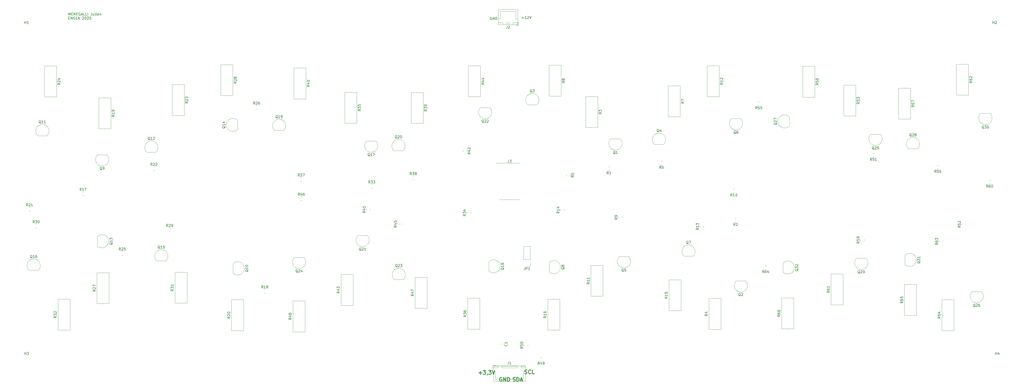
<source format=gbr>
%TF.GenerationSoftware,KiCad,Pcbnew,7.0.10*%
%TF.CreationDate,2025-02-11T17:38:30+01:00*%
%TF.ProjectId,Afficheur7seg,41666669-6368-4657-9572-377365672e6b,rev?*%
%TF.SameCoordinates,Original*%
%TF.FileFunction,Legend,Top*%
%TF.FilePolarity,Positive*%
%FSLAX46Y46*%
G04 Gerber Fmt 4.6, Leading zero omitted, Abs format (unit mm)*
G04 Created by KiCad (PCBNEW 7.0.10) date 2025-02-11 17:38:30*
%MOMM*%
%LPD*%
G01*
G04 APERTURE LIST*
%ADD10C,0.150000*%
%ADD11C,0.300000*%
%ADD12C,0.120000*%
G04 APERTURE END LIST*
D10*
X125536779Y-124859819D02*
X125536779Y-123859819D01*
X125536779Y-123859819D02*
X125870112Y-124574104D01*
X125870112Y-124574104D02*
X126203445Y-123859819D01*
X126203445Y-123859819D02*
X126203445Y-124859819D01*
X126679636Y-124336009D02*
X127012969Y-124336009D01*
X127155826Y-124859819D02*
X126679636Y-124859819D01*
X126679636Y-124859819D02*
X126679636Y-123859819D01*
X126679636Y-123859819D02*
X127155826Y-123859819D01*
X127584398Y-124859819D02*
X127584398Y-123859819D01*
X127584398Y-123859819D02*
X128155826Y-124859819D01*
X128155826Y-124859819D02*
X128155826Y-123859819D01*
X128632017Y-124336009D02*
X128965350Y-124336009D01*
X129108207Y-124859819D02*
X128632017Y-124859819D01*
X128632017Y-124859819D02*
X128632017Y-123859819D01*
X128632017Y-123859819D02*
X129108207Y-123859819D01*
X130060588Y-123907438D02*
X129965350Y-123859819D01*
X129965350Y-123859819D02*
X129822493Y-123859819D01*
X129822493Y-123859819D02*
X129679636Y-123907438D01*
X129679636Y-123907438D02*
X129584398Y-124002676D01*
X129584398Y-124002676D02*
X129536779Y-124097914D01*
X129536779Y-124097914D02*
X129489160Y-124288390D01*
X129489160Y-124288390D02*
X129489160Y-124431247D01*
X129489160Y-124431247D02*
X129536779Y-124621723D01*
X129536779Y-124621723D02*
X129584398Y-124716961D01*
X129584398Y-124716961D02*
X129679636Y-124812200D01*
X129679636Y-124812200D02*
X129822493Y-124859819D01*
X129822493Y-124859819D02*
X129917731Y-124859819D01*
X129917731Y-124859819D02*
X130060588Y-124812200D01*
X130060588Y-124812200D02*
X130108207Y-124764580D01*
X130108207Y-124764580D02*
X130108207Y-124431247D01*
X130108207Y-124431247D02*
X129917731Y-124431247D01*
X130489160Y-124574104D02*
X130965350Y-124574104D01*
X130393922Y-124859819D02*
X130727255Y-123859819D01*
X130727255Y-123859819D02*
X131060588Y-124859819D01*
X131870112Y-124859819D02*
X131393922Y-124859819D01*
X131393922Y-124859819D02*
X131393922Y-123859819D01*
X132679636Y-124859819D02*
X132203446Y-124859819D01*
X132203446Y-124859819D02*
X132203446Y-123859819D01*
X133012970Y-124859819D02*
X133012970Y-123859819D01*
X134536779Y-123859819D02*
X134536779Y-124574104D01*
X134536779Y-124574104D02*
X134489160Y-124716961D01*
X134489160Y-124716961D02*
X134393922Y-124812200D01*
X134393922Y-124812200D02*
X134251065Y-124859819D01*
X134251065Y-124859819D02*
X134155827Y-124859819D01*
X135441541Y-124193152D02*
X135441541Y-124859819D01*
X135012970Y-124193152D02*
X135012970Y-124716961D01*
X135012970Y-124716961D02*
X135060589Y-124812200D01*
X135060589Y-124812200D02*
X135155827Y-124859819D01*
X135155827Y-124859819D02*
X135298684Y-124859819D01*
X135298684Y-124859819D02*
X135393922Y-124812200D01*
X135393922Y-124812200D02*
X135441541Y-124764580D01*
X136060589Y-124859819D02*
X135965351Y-124812200D01*
X135965351Y-124812200D02*
X135917732Y-124716961D01*
X135917732Y-124716961D02*
X135917732Y-123859819D01*
X136441542Y-124859819D02*
X136441542Y-124193152D01*
X136441542Y-123859819D02*
X136393923Y-123907438D01*
X136393923Y-123907438D02*
X136441542Y-123955057D01*
X136441542Y-123955057D02*
X136489161Y-123907438D01*
X136489161Y-123907438D02*
X136441542Y-123859819D01*
X136441542Y-123859819D02*
X136441542Y-123955057D01*
X137298684Y-124812200D02*
X137203446Y-124859819D01*
X137203446Y-124859819D02*
X137012970Y-124859819D01*
X137012970Y-124859819D02*
X136917732Y-124812200D01*
X136917732Y-124812200D02*
X136870113Y-124716961D01*
X136870113Y-124716961D02*
X136870113Y-124336009D01*
X136870113Y-124336009D02*
X136917732Y-124240771D01*
X136917732Y-124240771D02*
X137012970Y-124193152D01*
X137012970Y-124193152D02*
X137203446Y-124193152D01*
X137203446Y-124193152D02*
X137298684Y-124240771D01*
X137298684Y-124240771D02*
X137346303Y-124336009D01*
X137346303Y-124336009D02*
X137346303Y-124431247D01*
X137346303Y-124431247D02*
X136870113Y-124526485D01*
X137774875Y-124193152D02*
X137774875Y-124859819D01*
X137774875Y-124288390D02*
X137822494Y-124240771D01*
X137822494Y-124240771D02*
X137917732Y-124193152D01*
X137917732Y-124193152D02*
X138060589Y-124193152D01*
X138060589Y-124193152D02*
X138155827Y-124240771D01*
X138155827Y-124240771D02*
X138203446Y-124336009D01*
X138203446Y-124336009D02*
X138203446Y-124859819D01*
X125536779Y-125946009D02*
X125870112Y-125946009D01*
X126012969Y-126469819D02*
X125536779Y-126469819D01*
X125536779Y-126469819D02*
X125536779Y-125469819D01*
X125536779Y-125469819D02*
X126012969Y-125469819D01*
X126441541Y-126469819D02*
X126441541Y-125469819D01*
X126441541Y-125469819D02*
X127012969Y-126469819D01*
X127012969Y-126469819D02*
X127012969Y-125469819D01*
X127441541Y-126422200D02*
X127584398Y-126469819D01*
X127584398Y-126469819D02*
X127822493Y-126469819D01*
X127822493Y-126469819D02*
X127917731Y-126422200D01*
X127917731Y-126422200D02*
X127965350Y-126374580D01*
X127965350Y-126374580D02*
X128012969Y-126279342D01*
X128012969Y-126279342D02*
X128012969Y-126184104D01*
X128012969Y-126184104D02*
X127965350Y-126088866D01*
X127965350Y-126088866D02*
X127917731Y-126041247D01*
X127917731Y-126041247D02*
X127822493Y-125993628D01*
X127822493Y-125993628D02*
X127632017Y-125946009D01*
X127632017Y-125946009D02*
X127536779Y-125898390D01*
X127536779Y-125898390D02*
X127489160Y-125850771D01*
X127489160Y-125850771D02*
X127441541Y-125755533D01*
X127441541Y-125755533D02*
X127441541Y-125660295D01*
X127441541Y-125660295D02*
X127489160Y-125565057D01*
X127489160Y-125565057D02*
X127536779Y-125517438D01*
X127536779Y-125517438D02*
X127632017Y-125469819D01*
X127632017Y-125469819D02*
X127870112Y-125469819D01*
X127870112Y-125469819D02*
X128012969Y-125517438D01*
X128441541Y-125946009D02*
X128774874Y-125946009D01*
X128917731Y-126469819D02*
X128441541Y-126469819D01*
X128441541Y-126469819D02*
X128441541Y-125469819D01*
X128441541Y-125469819D02*
X128917731Y-125469819D01*
X129298684Y-126184104D02*
X129774874Y-126184104D01*
X129203446Y-126469819D02*
X129536779Y-125469819D01*
X129536779Y-125469819D02*
X129870112Y-126469819D01*
X130917732Y-125565057D02*
X130965351Y-125517438D01*
X130965351Y-125517438D02*
X131060589Y-125469819D01*
X131060589Y-125469819D02*
X131298684Y-125469819D01*
X131298684Y-125469819D02*
X131393922Y-125517438D01*
X131393922Y-125517438D02*
X131441541Y-125565057D01*
X131441541Y-125565057D02*
X131489160Y-125660295D01*
X131489160Y-125660295D02*
X131489160Y-125755533D01*
X131489160Y-125755533D02*
X131441541Y-125898390D01*
X131441541Y-125898390D02*
X130870113Y-126469819D01*
X130870113Y-126469819D02*
X131489160Y-126469819D01*
X132108208Y-125469819D02*
X132203446Y-125469819D01*
X132203446Y-125469819D02*
X132298684Y-125517438D01*
X132298684Y-125517438D02*
X132346303Y-125565057D01*
X132346303Y-125565057D02*
X132393922Y-125660295D01*
X132393922Y-125660295D02*
X132441541Y-125850771D01*
X132441541Y-125850771D02*
X132441541Y-126088866D01*
X132441541Y-126088866D02*
X132393922Y-126279342D01*
X132393922Y-126279342D02*
X132346303Y-126374580D01*
X132346303Y-126374580D02*
X132298684Y-126422200D01*
X132298684Y-126422200D02*
X132203446Y-126469819D01*
X132203446Y-126469819D02*
X132108208Y-126469819D01*
X132108208Y-126469819D02*
X132012970Y-126422200D01*
X132012970Y-126422200D02*
X131965351Y-126374580D01*
X131965351Y-126374580D02*
X131917732Y-126279342D01*
X131917732Y-126279342D02*
X131870113Y-126088866D01*
X131870113Y-126088866D02*
X131870113Y-125850771D01*
X131870113Y-125850771D02*
X131917732Y-125660295D01*
X131917732Y-125660295D02*
X131965351Y-125565057D01*
X131965351Y-125565057D02*
X132012970Y-125517438D01*
X132012970Y-125517438D02*
X132108208Y-125469819D01*
X132822494Y-125565057D02*
X132870113Y-125517438D01*
X132870113Y-125517438D02*
X132965351Y-125469819D01*
X132965351Y-125469819D02*
X133203446Y-125469819D01*
X133203446Y-125469819D02*
X133298684Y-125517438D01*
X133298684Y-125517438D02*
X133346303Y-125565057D01*
X133346303Y-125565057D02*
X133393922Y-125660295D01*
X133393922Y-125660295D02*
X133393922Y-125755533D01*
X133393922Y-125755533D02*
X133346303Y-125898390D01*
X133346303Y-125898390D02*
X132774875Y-126469819D01*
X132774875Y-126469819D02*
X133393922Y-126469819D01*
X134298684Y-125469819D02*
X133822494Y-125469819D01*
X133822494Y-125469819D02*
X133774875Y-125946009D01*
X133774875Y-125946009D02*
X133822494Y-125898390D01*
X133822494Y-125898390D02*
X133917732Y-125850771D01*
X133917732Y-125850771D02*
X134155827Y-125850771D01*
X134155827Y-125850771D02*
X134251065Y-125898390D01*
X134251065Y-125898390D02*
X134298684Y-125946009D01*
X134298684Y-125946009D02*
X134346303Y-126041247D01*
X134346303Y-126041247D02*
X134346303Y-126279342D01*
X134346303Y-126279342D02*
X134298684Y-126374580D01*
X134298684Y-126374580D02*
X134251065Y-126422200D01*
X134251065Y-126422200D02*
X134155827Y-126469819D01*
X134155827Y-126469819D02*
X133917732Y-126469819D01*
X133917732Y-126469819D02*
X133822494Y-126422200D01*
X133822494Y-126422200D02*
X133774875Y-126374580D01*
D11*
X304583082Y-265529400D02*
X304797368Y-265600828D01*
X304797368Y-265600828D02*
X305154510Y-265600828D01*
X305154510Y-265600828D02*
X305297368Y-265529400D01*
X305297368Y-265529400D02*
X305368796Y-265457971D01*
X305368796Y-265457971D02*
X305440225Y-265315114D01*
X305440225Y-265315114D02*
X305440225Y-265172257D01*
X305440225Y-265172257D02*
X305368796Y-265029400D01*
X305368796Y-265029400D02*
X305297368Y-264957971D01*
X305297368Y-264957971D02*
X305154510Y-264886542D01*
X305154510Y-264886542D02*
X304868796Y-264815114D01*
X304868796Y-264815114D02*
X304725939Y-264743685D01*
X304725939Y-264743685D02*
X304654510Y-264672257D01*
X304654510Y-264672257D02*
X304583082Y-264529400D01*
X304583082Y-264529400D02*
X304583082Y-264386542D01*
X304583082Y-264386542D02*
X304654510Y-264243685D01*
X304654510Y-264243685D02*
X304725939Y-264172257D01*
X304725939Y-264172257D02*
X304868796Y-264100828D01*
X304868796Y-264100828D02*
X305225939Y-264100828D01*
X305225939Y-264100828D02*
X305440225Y-264172257D01*
X306940224Y-265457971D02*
X306868796Y-265529400D01*
X306868796Y-265529400D02*
X306654510Y-265600828D01*
X306654510Y-265600828D02*
X306511653Y-265600828D01*
X306511653Y-265600828D02*
X306297367Y-265529400D01*
X306297367Y-265529400D02*
X306154510Y-265386542D01*
X306154510Y-265386542D02*
X306083081Y-265243685D01*
X306083081Y-265243685D02*
X306011653Y-264957971D01*
X306011653Y-264957971D02*
X306011653Y-264743685D01*
X306011653Y-264743685D02*
X306083081Y-264457971D01*
X306083081Y-264457971D02*
X306154510Y-264315114D01*
X306154510Y-264315114D02*
X306297367Y-264172257D01*
X306297367Y-264172257D02*
X306511653Y-264100828D01*
X306511653Y-264100828D02*
X306654510Y-264100828D01*
X306654510Y-264100828D02*
X306868796Y-264172257D01*
X306868796Y-264172257D02*
X306940224Y-264243685D01*
X308297367Y-265600828D02*
X307583081Y-265600828D01*
X307583081Y-265600828D02*
X307583081Y-264100828D01*
X286554510Y-265329400D02*
X287697368Y-265329400D01*
X287125939Y-265900828D02*
X287125939Y-264757971D01*
X288268796Y-264400828D02*
X289197368Y-264400828D01*
X289197368Y-264400828D02*
X288697368Y-264972257D01*
X288697368Y-264972257D02*
X288911653Y-264972257D01*
X288911653Y-264972257D02*
X289054511Y-265043685D01*
X289054511Y-265043685D02*
X289125939Y-265115114D01*
X289125939Y-265115114D02*
X289197368Y-265257971D01*
X289197368Y-265257971D02*
X289197368Y-265615114D01*
X289197368Y-265615114D02*
X289125939Y-265757971D01*
X289125939Y-265757971D02*
X289054511Y-265829400D01*
X289054511Y-265829400D02*
X288911653Y-265900828D01*
X288911653Y-265900828D02*
X288483082Y-265900828D01*
X288483082Y-265900828D02*
X288340225Y-265829400D01*
X288340225Y-265829400D02*
X288268796Y-265757971D01*
X289911653Y-265829400D02*
X289911653Y-265900828D01*
X289911653Y-265900828D02*
X289840224Y-266043685D01*
X289840224Y-266043685D02*
X289768796Y-266115114D01*
X290411653Y-264400828D02*
X291340225Y-264400828D01*
X291340225Y-264400828D02*
X290840225Y-264972257D01*
X290840225Y-264972257D02*
X291054510Y-264972257D01*
X291054510Y-264972257D02*
X291197368Y-265043685D01*
X291197368Y-265043685D02*
X291268796Y-265115114D01*
X291268796Y-265115114D02*
X291340225Y-265257971D01*
X291340225Y-265257971D02*
X291340225Y-265615114D01*
X291340225Y-265615114D02*
X291268796Y-265757971D01*
X291268796Y-265757971D02*
X291197368Y-265829400D01*
X291197368Y-265829400D02*
X291054510Y-265900828D01*
X291054510Y-265900828D02*
X290625939Y-265900828D01*
X290625939Y-265900828D02*
X290483082Y-265829400D01*
X290483082Y-265829400D02*
X290411653Y-265757971D01*
X291768796Y-264400828D02*
X292268796Y-265900828D01*
X292268796Y-265900828D02*
X292768796Y-264400828D01*
X295540225Y-267172257D02*
X295397368Y-267100828D01*
X295397368Y-267100828D02*
X295183082Y-267100828D01*
X295183082Y-267100828D02*
X294968796Y-267172257D01*
X294968796Y-267172257D02*
X294825939Y-267315114D01*
X294825939Y-267315114D02*
X294754510Y-267457971D01*
X294754510Y-267457971D02*
X294683082Y-267743685D01*
X294683082Y-267743685D02*
X294683082Y-267957971D01*
X294683082Y-267957971D02*
X294754510Y-268243685D01*
X294754510Y-268243685D02*
X294825939Y-268386542D01*
X294825939Y-268386542D02*
X294968796Y-268529400D01*
X294968796Y-268529400D02*
X295183082Y-268600828D01*
X295183082Y-268600828D02*
X295325939Y-268600828D01*
X295325939Y-268600828D02*
X295540225Y-268529400D01*
X295540225Y-268529400D02*
X295611653Y-268457971D01*
X295611653Y-268457971D02*
X295611653Y-267957971D01*
X295611653Y-267957971D02*
X295325939Y-267957971D01*
X296254510Y-268600828D02*
X296254510Y-267100828D01*
X296254510Y-267100828D02*
X297111653Y-268600828D01*
X297111653Y-268600828D02*
X297111653Y-267100828D01*
X297825939Y-268600828D02*
X297825939Y-267100828D01*
X297825939Y-267100828D02*
X298183082Y-267100828D01*
X298183082Y-267100828D02*
X298397368Y-267172257D01*
X298397368Y-267172257D02*
X298540225Y-267315114D01*
X298540225Y-267315114D02*
X298611654Y-267457971D01*
X298611654Y-267457971D02*
X298683082Y-267743685D01*
X298683082Y-267743685D02*
X298683082Y-267957971D01*
X298683082Y-267957971D02*
X298611654Y-268243685D01*
X298611654Y-268243685D02*
X298540225Y-268386542D01*
X298540225Y-268386542D02*
X298397368Y-268529400D01*
X298397368Y-268529400D02*
X298183082Y-268600828D01*
X298183082Y-268600828D02*
X297825939Y-268600828D01*
X299983082Y-268529400D02*
X300197368Y-268600828D01*
X300197368Y-268600828D02*
X300554510Y-268600828D01*
X300554510Y-268600828D02*
X300697368Y-268529400D01*
X300697368Y-268529400D02*
X300768796Y-268457971D01*
X300768796Y-268457971D02*
X300840225Y-268315114D01*
X300840225Y-268315114D02*
X300840225Y-268172257D01*
X300840225Y-268172257D02*
X300768796Y-268029400D01*
X300768796Y-268029400D02*
X300697368Y-267957971D01*
X300697368Y-267957971D02*
X300554510Y-267886542D01*
X300554510Y-267886542D02*
X300268796Y-267815114D01*
X300268796Y-267815114D02*
X300125939Y-267743685D01*
X300125939Y-267743685D02*
X300054510Y-267672257D01*
X300054510Y-267672257D02*
X299983082Y-267529400D01*
X299983082Y-267529400D02*
X299983082Y-267386542D01*
X299983082Y-267386542D02*
X300054510Y-267243685D01*
X300054510Y-267243685D02*
X300125939Y-267172257D01*
X300125939Y-267172257D02*
X300268796Y-267100828D01*
X300268796Y-267100828D02*
X300625939Y-267100828D01*
X300625939Y-267100828D02*
X300840225Y-267172257D01*
X301483081Y-268600828D02*
X301483081Y-267100828D01*
X301483081Y-267100828D02*
X301840224Y-267100828D01*
X301840224Y-267100828D02*
X302054510Y-267172257D01*
X302054510Y-267172257D02*
X302197367Y-267315114D01*
X302197367Y-267315114D02*
X302268796Y-267457971D01*
X302268796Y-267457971D02*
X302340224Y-267743685D01*
X302340224Y-267743685D02*
X302340224Y-267957971D01*
X302340224Y-267957971D02*
X302268796Y-268243685D01*
X302268796Y-268243685D02*
X302197367Y-268386542D01*
X302197367Y-268386542D02*
X302054510Y-268529400D01*
X302054510Y-268529400D02*
X301840224Y-268600828D01*
X301840224Y-268600828D02*
X301483081Y-268600828D01*
X302911653Y-268172257D02*
X303625939Y-268172257D01*
X302768796Y-268600828D02*
X303268796Y-267100828D01*
X303268796Y-267100828D02*
X303768796Y-268600828D01*
D10*
X303436779Y-125788866D02*
X304198684Y-125788866D01*
X303817731Y-126169819D02*
X303817731Y-125407914D01*
X305198683Y-126169819D02*
X304627255Y-126169819D01*
X304912969Y-126169819D02*
X304912969Y-125169819D01*
X304912969Y-125169819D02*
X304817731Y-125312676D01*
X304817731Y-125312676D02*
X304722493Y-125407914D01*
X304722493Y-125407914D02*
X304627255Y-125455533D01*
X305579636Y-125265057D02*
X305627255Y-125217438D01*
X305627255Y-125217438D02*
X305722493Y-125169819D01*
X305722493Y-125169819D02*
X305960588Y-125169819D01*
X305960588Y-125169819D02*
X306055826Y-125217438D01*
X306055826Y-125217438D02*
X306103445Y-125265057D01*
X306103445Y-125265057D02*
X306151064Y-125360295D01*
X306151064Y-125360295D02*
X306151064Y-125455533D01*
X306151064Y-125455533D02*
X306103445Y-125598390D01*
X306103445Y-125598390D02*
X305532017Y-126169819D01*
X305532017Y-126169819D02*
X306151064Y-126169819D01*
X306436779Y-125169819D02*
X306770112Y-126169819D01*
X306770112Y-126169819D02*
X307103445Y-125169819D01*
X291560588Y-125617438D02*
X291465350Y-125569819D01*
X291465350Y-125569819D02*
X291322493Y-125569819D01*
X291322493Y-125569819D02*
X291179636Y-125617438D01*
X291179636Y-125617438D02*
X291084398Y-125712676D01*
X291084398Y-125712676D02*
X291036779Y-125807914D01*
X291036779Y-125807914D02*
X290989160Y-125998390D01*
X290989160Y-125998390D02*
X290989160Y-126141247D01*
X290989160Y-126141247D02*
X291036779Y-126331723D01*
X291036779Y-126331723D02*
X291084398Y-126426961D01*
X291084398Y-126426961D02*
X291179636Y-126522200D01*
X291179636Y-126522200D02*
X291322493Y-126569819D01*
X291322493Y-126569819D02*
X291417731Y-126569819D01*
X291417731Y-126569819D02*
X291560588Y-126522200D01*
X291560588Y-126522200D02*
X291608207Y-126474580D01*
X291608207Y-126474580D02*
X291608207Y-126141247D01*
X291608207Y-126141247D02*
X291417731Y-126141247D01*
X292036779Y-126569819D02*
X292036779Y-125569819D01*
X292036779Y-125569819D02*
X292608207Y-126569819D01*
X292608207Y-126569819D02*
X292608207Y-125569819D01*
X293084398Y-126569819D02*
X293084398Y-125569819D01*
X293084398Y-125569819D02*
X293322493Y-125569819D01*
X293322493Y-125569819D02*
X293465350Y-125617438D01*
X293465350Y-125617438D02*
X293560588Y-125712676D01*
X293560588Y-125712676D02*
X293608207Y-125807914D01*
X293608207Y-125807914D02*
X293655826Y-125998390D01*
X293655826Y-125998390D02*
X293655826Y-126141247D01*
X293655826Y-126141247D02*
X293608207Y-126331723D01*
X293608207Y-126331723D02*
X293560588Y-126426961D01*
X293560588Y-126426961D02*
X293465350Y-126522200D01*
X293465350Y-126522200D02*
X293322493Y-126569819D01*
X293322493Y-126569819D02*
X293084398Y-126569819D01*
X266124819Y-161842857D02*
X265648628Y-162176190D01*
X266124819Y-162414285D02*
X265124819Y-162414285D01*
X265124819Y-162414285D02*
X265124819Y-162033333D01*
X265124819Y-162033333D02*
X265172438Y-161938095D01*
X265172438Y-161938095D02*
X265220057Y-161890476D01*
X265220057Y-161890476D02*
X265315295Y-161842857D01*
X265315295Y-161842857D02*
X265458152Y-161842857D01*
X265458152Y-161842857D02*
X265553390Y-161890476D01*
X265553390Y-161890476D02*
X265601009Y-161938095D01*
X265601009Y-161938095D02*
X265648628Y-162033333D01*
X265648628Y-162033333D02*
X265648628Y-162414285D01*
X265124819Y-161509523D02*
X265124819Y-160890476D01*
X265124819Y-160890476D02*
X265505771Y-161223809D01*
X265505771Y-161223809D02*
X265505771Y-161080952D01*
X265505771Y-161080952D02*
X265553390Y-160985714D01*
X265553390Y-160985714D02*
X265601009Y-160938095D01*
X265601009Y-160938095D02*
X265696247Y-160890476D01*
X265696247Y-160890476D02*
X265934342Y-160890476D01*
X265934342Y-160890476D02*
X266029580Y-160938095D01*
X266029580Y-160938095D02*
X266077200Y-160985714D01*
X266077200Y-160985714D02*
X266124819Y-161080952D01*
X266124819Y-161080952D02*
X266124819Y-161366666D01*
X266124819Y-161366666D02*
X266077200Y-161461904D01*
X266077200Y-161461904D02*
X266029580Y-161509523D01*
X266124819Y-160414285D02*
X266124819Y-160223809D01*
X266124819Y-160223809D02*
X266077200Y-160128571D01*
X266077200Y-160128571D02*
X266029580Y-160080952D01*
X266029580Y-160080952D02*
X265886723Y-159985714D01*
X265886723Y-159985714D02*
X265696247Y-159938095D01*
X265696247Y-159938095D02*
X265315295Y-159938095D01*
X265315295Y-159938095D02*
X265220057Y-159985714D01*
X265220057Y-159985714D02*
X265172438Y-160033333D01*
X265172438Y-160033333D02*
X265124819Y-160128571D01*
X265124819Y-160128571D02*
X265124819Y-160319047D01*
X265124819Y-160319047D02*
X265172438Y-160414285D01*
X265172438Y-160414285D02*
X265220057Y-160461904D01*
X265220057Y-160461904D02*
X265315295Y-160509523D01*
X265315295Y-160509523D02*
X265553390Y-160509523D01*
X265553390Y-160509523D02*
X265648628Y-160461904D01*
X265648628Y-160461904D02*
X265696247Y-160414285D01*
X265696247Y-160414285D02*
X265743866Y-160319047D01*
X265743866Y-160319047D02*
X265743866Y-160128571D01*
X265743866Y-160128571D02*
X265696247Y-160033333D01*
X265696247Y-160033333D02*
X265648628Y-159985714D01*
X265648628Y-159985714D02*
X265553390Y-159938095D01*
X297589580Y-254129166D02*
X297637200Y-254176785D01*
X297637200Y-254176785D02*
X297684819Y-254319642D01*
X297684819Y-254319642D02*
X297684819Y-254414880D01*
X297684819Y-254414880D02*
X297637200Y-254557737D01*
X297637200Y-254557737D02*
X297541961Y-254652975D01*
X297541961Y-254652975D02*
X297446723Y-254700594D01*
X297446723Y-254700594D02*
X297256247Y-254748213D01*
X297256247Y-254748213D02*
X297113390Y-254748213D01*
X297113390Y-254748213D02*
X296922914Y-254700594D01*
X296922914Y-254700594D02*
X296827676Y-254652975D01*
X296827676Y-254652975D02*
X296732438Y-254557737D01*
X296732438Y-254557737D02*
X296684819Y-254414880D01*
X296684819Y-254414880D02*
X296684819Y-254319642D01*
X296684819Y-254319642D02*
X296732438Y-254176785D01*
X296732438Y-254176785D02*
X296780057Y-254129166D01*
X297684819Y-253176785D02*
X297684819Y-253748213D01*
X297684819Y-253462499D02*
X296684819Y-253462499D01*
X296684819Y-253462499D02*
X296827676Y-253557737D01*
X296827676Y-253557737D02*
X296922914Y-253652975D01*
X296922914Y-253652975D02*
X296970533Y-253748213D01*
X120784819Y-243042857D02*
X120308628Y-243376190D01*
X120784819Y-243614285D02*
X119784819Y-243614285D01*
X119784819Y-243614285D02*
X119784819Y-243233333D01*
X119784819Y-243233333D02*
X119832438Y-243138095D01*
X119832438Y-243138095D02*
X119880057Y-243090476D01*
X119880057Y-243090476D02*
X119975295Y-243042857D01*
X119975295Y-243042857D02*
X120118152Y-243042857D01*
X120118152Y-243042857D02*
X120213390Y-243090476D01*
X120213390Y-243090476D02*
X120261009Y-243138095D01*
X120261009Y-243138095D02*
X120308628Y-243233333D01*
X120308628Y-243233333D02*
X120308628Y-243614285D01*
X119784819Y-242709523D02*
X119784819Y-242090476D01*
X119784819Y-242090476D02*
X120165771Y-242423809D01*
X120165771Y-242423809D02*
X120165771Y-242280952D01*
X120165771Y-242280952D02*
X120213390Y-242185714D01*
X120213390Y-242185714D02*
X120261009Y-242138095D01*
X120261009Y-242138095D02*
X120356247Y-242090476D01*
X120356247Y-242090476D02*
X120594342Y-242090476D01*
X120594342Y-242090476D02*
X120689580Y-242138095D01*
X120689580Y-242138095D02*
X120737200Y-242185714D01*
X120737200Y-242185714D02*
X120784819Y-242280952D01*
X120784819Y-242280952D02*
X120784819Y-242566666D01*
X120784819Y-242566666D02*
X120737200Y-242661904D01*
X120737200Y-242661904D02*
X120689580Y-242709523D01*
X119880057Y-241709523D02*
X119832438Y-241661904D01*
X119832438Y-241661904D02*
X119784819Y-241566666D01*
X119784819Y-241566666D02*
X119784819Y-241328571D01*
X119784819Y-241328571D02*
X119832438Y-241233333D01*
X119832438Y-241233333D02*
X119880057Y-241185714D01*
X119880057Y-241185714D02*
X119975295Y-241138095D01*
X119975295Y-241138095D02*
X120070533Y-241138095D01*
X120070533Y-241138095D02*
X120213390Y-241185714D01*
X120213390Y-241185714D02*
X120784819Y-241757142D01*
X120784819Y-241757142D02*
X120784819Y-241138095D01*
X288458571Y-167010057D02*
X288363333Y-166962438D01*
X288363333Y-166962438D02*
X288268095Y-166867200D01*
X288268095Y-166867200D02*
X288125238Y-166724342D01*
X288125238Y-166724342D02*
X288030000Y-166676723D01*
X288030000Y-166676723D02*
X287934762Y-166676723D01*
X287982381Y-166914819D02*
X287887143Y-166867200D01*
X287887143Y-166867200D02*
X287791905Y-166771961D01*
X287791905Y-166771961D02*
X287744286Y-166581485D01*
X287744286Y-166581485D02*
X287744286Y-166248152D01*
X287744286Y-166248152D02*
X287791905Y-166057676D01*
X287791905Y-166057676D02*
X287887143Y-165962438D01*
X287887143Y-165962438D02*
X287982381Y-165914819D01*
X287982381Y-165914819D02*
X288172857Y-165914819D01*
X288172857Y-165914819D02*
X288268095Y-165962438D01*
X288268095Y-165962438D02*
X288363333Y-166057676D01*
X288363333Y-166057676D02*
X288410952Y-166248152D01*
X288410952Y-166248152D02*
X288410952Y-166581485D01*
X288410952Y-166581485D02*
X288363333Y-166771961D01*
X288363333Y-166771961D02*
X288268095Y-166867200D01*
X288268095Y-166867200D02*
X288172857Y-166914819D01*
X288172857Y-166914819D02*
X287982381Y-166914819D01*
X288791905Y-166010057D02*
X288839524Y-165962438D01*
X288839524Y-165962438D02*
X288934762Y-165914819D01*
X288934762Y-165914819D02*
X289172857Y-165914819D01*
X289172857Y-165914819D02*
X289268095Y-165962438D01*
X289268095Y-165962438D02*
X289315714Y-166010057D01*
X289315714Y-166010057D02*
X289363333Y-166105295D01*
X289363333Y-166105295D02*
X289363333Y-166200533D01*
X289363333Y-166200533D02*
X289315714Y-166343390D01*
X289315714Y-166343390D02*
X288744286Y-166914819D01*
X288744286Y-166914819D02*
X289363333Y-166914819D01*
X289744286Y-166010057D02*
X289791905Y-165962438D01*
X289791905Y-165962438D02*
X289887143Y-165914819D01*
X289887143Y-165914819D02*
X290125238Y-165914819D01*
X290125238Y-165914819D02*
X290220476Y-165962438D01*
X290220476Y-165962438D02*
X290268095Y-166010057D01*
X290268095Y-166010057D02*
X290315714Y-166105295D01*
X290315714Y-166105295D02*
X290315714Y-166200533D01*
X290315714Y-166200533D02*
X290268095Y-166343390D01*
X290268095Y-166343390D02*
X289696667Y-166914819D01*
X289696667Y-166914819D02*
X290315714Y-166914819D01*
X212984819Y-243742857D02*
X212508628Y-244076190D01*
X212984819Y-244314285D02*
X211984819Y-244314285D01*
X211984819Y-244314285D02*
X211984819Y-243933333D01*
X211984819Y-243933333D02*
X212032438Y-243838095D01*
X212032438Y-243838095D02*
X212080057Y-243790476D01*
X212080057Y-243790476D02*
X212175295Y-243742857D01*
X212175295Y-243742857D02*
X212318152Y-243742857D01*
X212318152Y-243742857D02*
X212413390Y-243790476D01*
X212413390Y-243790476D02*
X212461009Y-243838095D01*
X212461009Y-243838095D02*
X212508628Y-243933333D01*
X212508628Y-243933333D02*
X212508628Y-244314285D01*
X212318152Y-242885714D02*
X212984819Y-242885714D01*
X211937200Y-243123809D02*
X212651485Y-243361904D01*
X212651485Y-243361904D02*
X212651485Y-242742857D01*
X212413390Y-242219047D02*
X212365771Y-242314285D01*
X212365771Y-242314285D02*
X212318152Y-242361904D01*
X212318152Y-242361904D02*
X212222914Y-242409523D01*
X212222914Y-242409523D02*
X212175295Y-242409523D01*
X212175295Y-242409523D02*
X212080057Y-242361904D01*
X212080057Y-242361904D02*
X212032438Y-242314285D01*
X212032438Y-242314285D02*
X211984819Y-242219047D01*
X211984819Y-242219047D02*
X211984819Y-242028571D01*
X211984819Y-242028571D02*
X212032438Y-241933333D01*
X212032438Y-241933333D02*
X212080057Y-241885714D01*
X212080057Y-241885714D02*
X212175295Y-241838095D01*
X212175295Y-241838095D02*
X212222914Y-241838095D01*
X212222914Y-241838095D02*
X212318152Y-241885714D01*
X212318152Y-241885714D02*
X212365771Y-241933333D01*
X212365771Y-241933333D02*
X212413390Y-242028571D01*
X212413390Y-242028571D02*
X212413390Y-242219047D01*
X212413390Y-242219047D02*
X212461009Y-242314285D01*
X212461009Y-242314285D02*
X212508628Y-242361904D01*
X212508628Y-242361904D02*
X212603866Y-242409523D01*
X212603866Y-242409523D02*
X212794342Y-242409523D01*
X212794342Y-242409523D02*
X212889580Y-242361904D01*
X212889580Y-242361904D02*
X212937200Y-242314285D01*
X212937200Y-242314285D02*
X212984819Y-242219047D01*
X212984819Y-242219047D02*
X212984819Y-242028571D01*
X212984819Y-242028571D02*
X212937200Y-241933333D01*
X212937200Y-241933333D02*
X212889580Y-241885714D01*
X212889580Y-241885714D02*
X212794342Y-241838095D01*
X212794342Y-241838095D02*
X212603866Y-241838095D01*
X212603866Y-241838095D02*
X212508628Y-241885714D01*
X212508628Y-241885714D02*
X212461009Y-241933333D01*
X212461009Y-241933333D02*
X212413390Y-242028571D01*
X475604819Y-207555357D02*
X475128628Y-207888690D01*
X475604819Y-208126785D02*
X474604819Y-208126785D01*
X474604819Y-208126785D02*
X474604819Y-207745833D01*
X474604819Y-207745833D02*
X474652438Y-207650595D01*
X474652438Y-207650595D02*
X474700057Y-207602976D01*
X474700057Y-207602976D02*
X474795295Y-207555357D01*
X474795295Y-207555357D02*
X474938152Y-207555357D01*
X474938152Y-207555357D02*
X475033390Y-207602976D01*
X475033390Y-207602976D02*
X475081009Y-207650595D01*
X475081009Y-207650595D02*
X475128628Y-207745833D01*
X475128628Y-207745833D02*
X475128628Y-208126785D01*
X474604819Y-206650595D02*
X474604819Y-207126785D01*
X474604819Y-207126785D02*
X475081009Y-207174404D01*
X475081009Y-207174404D02*
X475033390Y-207126785D01*
X475033390Y-207126785D02*
X474985771Y-207031547D01*
X474985771Y-207031547D02*
X474985771Y-206793452D01*
X474985771Y-206793452D02*
X475033390Y-206698214D01*
X475033390Y-206698214D02*
X475081009Y-206650595D01*
X475081009Y-206650595D02*
X475176247Y-206602976D01*
X475176247Y-206602976D02*
X475414342Y-206602976D01*
X475414342Y-206602976D02*
X475509580Y-206650595D01*
X475509580Y-206650595D02*
X475557200Y-206698214D01*
X475557200Y-206698214D02*
X475604819Y-206793452D01*
X475604819Y-206793452D02*
X475604819Y-207031547D01*
X475604819Y-207031547D02*
X475557200Y-207126785D01*
X475557200Y-207126785D02*
X475509580Y-207174404D01*
X474700057Y-206222023D02*
X474652438Y-206174404D01*
X474652438Y-206174404D02*
X474604819Y-206079166D01*
X474604819Y-206079166D02*
X474604819Y-205841071D01*
X474604819Y-205841071D02*
X474652438Y-205745833D01*
X474652438Y-205745833D02*
X474700057Y-205698214D01*
X474700057Y-205698214D02*
X474795295Y-205650595D01*
X474795295Y-205650595D02*
X474890533Y-205650595D01*
X474890533Y-205650595D02*
X475033390Y-205698214D01*
X475033390Y-205698214D02*
X475604819Y-206269642D01*
X475604819Y-206269642D02*
X475604819Y-205650595D01*
X489238095Y-258154819D02*
X489238095Y-257154819D01*
X489238095Y-257631009D02*
X489809523Y-257631009D01*
X489809523Y-258154819D02*
X489809523Y-257154819D01*
X490714285Y-257488152D02*
X490714285Y-258154819D01*
X490476190Y-257107200D02*
X490238095Y-257821485D01*
X490238095Y-257821485D02*
X490857142Y-257821485D01*
X457424819Y-160142857D02*
X456948628Y-160476190D01*
X457424819Y-160714285D02*
X456424819Y-160714285D01*
X456424819Y-160714285D02*
X456424819Y-160333333D01*
X456424819Y-160333333D02*
X456472438Y-160238095D01*
X456472438Y-160238095D02*
X456520057Y-160190476D01*
X456520057Y-160190476D02*
X456615295Y-160142857D01*
X456615295Y-160142857D02*
X456758152Y-160142857D01*
X456758152Y-160142857D02*
X456853390Y-160190476D01*
X456853390Y-160190476D02*
X456901009Y-160238095D01*
X456901009Y-160238095D02*
X456948628Y-160333333D01*
X456948628Y-160333333D02*
X456948628Y-160714285D01*
X456424819Y-159238095D02*
X456424819Y-159714285D01*
X456424819Y-159714285D02*
X456901009Y-159761904D01*
X456901009Y-159761904D02*
X456853390Y-159714285D01*
X456853390Y-159714285D02*
X456805771Y-159619047D01*
X456805771Y-159619047D02*
X456805771Y-159380952D01*
X456805771Y-159380952D02*
X456853390Y-159285714D01*
X456853390Y-159285714D02*
X456901009Y-159238095D01*
X456901009Y-159238095D02*
X456996247Y-159190476D01*
X456996247Y-159190476D02*
X457234342Y-159190476D01*
X457234342Y-159190476D02*
X457329580Y-159238095D01*
X457329580Y-159238095D02*
X457377200Y-159285714D01*
X457377200Y-159285714D02*
X457424819Y-159380952D01*
X457424819Y-159380952D02*
X457424819Y-159619047D01*
X457424819Y-159619047D02*
X457377200Y-159714285D01*
X457377200Y-159714285D02*
X457329580Y-159761904D01*
X456424819Y-158857142D02*
X456424819Y-158190476D01*
X456424819Y-158190476D02*
X457424819Y-158619047D01*
X337445833Y-187204819D02*
X337112500Y-186728628D01*
X336874405Y-187204819D02*
X336874405Y-186204819D01*
X336874405Y-186204819D02*
X337255357Y-186204819D01*
X337255357Y-186204819D02*
X337350595Y-186252438D01*
X337350595Y-186252438D02*
X337398214Y-186300057D01*
X337398214Y-186300057D02*
X337445833Y-186395295D01*
X337445833Y-186395295D02*
X337445833Y-186538152D01*
X337445833Y-186538152D02*
X337398214Y-186633390D01*
X337398214Y-186633390D02*
X337350595Y-186681009D01*
X337350595Y-186681009D02*
X337255357Y-186728628D01*
X337255357Y-186728628D02*
X336874405Y-186728628D01*
X338398214Y-187204819D02*
X337826786Y-187204819D01*
X338112500Y-187204819D02*
X338112500Y-186204819D01*
X338112500Y-186204819D02*
X338017262Y-186347676D01*
X338017262Y-186347676D02*
X337922024Y-186442914D01*
X337922024Y-186442914D02*
X337826786Y-186490533D01*
X288624819Y-151342857D02*
X288148628Y-151676190D01*
X288624819Y-151914285D02*
X287624819Y-151914285D01*
X287624819Y-151914285D02*
X287624819Y-151533333D01*
X287624819Y-151533333D02*
X287672438Y-151438095D01*
X287672438Y-151438095D02*
X287720057Y-151390476D01*
X287720057Y-151390476D02*
X287815295Y-151342857D01*
X287815295Y-151342857D02*
X287958152Y-151342857D01*
X287958152Y-151342857D02*
X288053390Y-151390476D01*
X288053390Y-151390476D02*
X288101009Y-151438095D01*
X288101009Y-151438095D02*
X288148628Y-151533333D01*
X288148628Y-151533333D02*
X288148628Y-151914285D01*
X287958152Y-150485714D02*
X288624819Y-150485714D01*
X287577200Y-150723809D02*
X288291485Y-150961904D01*
X288291485Y-150961904D02*
X288291485Y-150342857D01*
X287958152Y-149533333D02*
X288624819Y-149533333D01*
X287577200Y-149771428D02*
X288291485Y-150009523D01*
X288291485Y-150009523D02*
X288291485Y-149390476D01*
X466044642Y-186604819D02*
X465711309Y-186128628D01*
X465473214Y-186604819D02*
X465473214Y-185604819D01*
X465473214Y-185604819D02*
X465854166Y-185604819D01*
X465854166Y-185604819D02*
X465949404Y-185652438D01*
X465949404Y-185652438D02*
X465997023Y-185700057D01*
X465997023Y-185700057D02*
X466044642Y-185795295D01*
X466044642Y-185795295D02*
X466044642Y-185938152D01*
X466044642Y-185938152D02*
X465997023Y-186033390D01*
X465997023Y-186033390D02*
X465949404Y-186081009D01*
X465949404Y-186081009D02*
X465854166Y-186128628D01*
X465854166Y-186128628D02*
X465473214Y-186128628D01*
X466949404Y-185604819D02*
X466473214Y-185604819D01*
X466473214Y-185604819D02*
X466425595Y-186081009D01*
X466425595Y-186081009D02*
X466473214Y-186033390D01*
X466473214Y-186033390D02*
X466568452Y-185985771D01*
X466568452Y-185985771D02*
X466806547Y-185985771D01*
X466806547Y-185985771D02*
X466901785Y-186033390D01*
X466901785Y-186033390D02*
X466949404Y-186081009D01*
X466949404Y-186081009D02*
X466997023Y-186176247D01*
X466997023Y-186176247D02*
X466997023Y-186414342D01*
X466997023Y-186414342D02*
X466949404Y-186509580D01*
X466949404Y-186509580D02*
X466901785Y-186557200D01*
X466901785Y-186557200D02*
X466806547Y-186604819D01*
X466806547Y-186604819D02*
X466568452Y-186604819D01*
X466568452Y-186604819D02*
X466473214Y-186557200D01*
X466473214Y-186557200D02*
X466425595Y-186509580D01*
X467854166Y-185604819D02*
X467663690Y-185604819D01*
X467663690Y-185604819D02*
X467568452Y-185652438D01*
X467568452Y-185652438D02*
X467520833Y-185700057D01*
X467520833Y-185700057D02*
X467425595Y-185842914D01*
X467425595Y-185842914D02*
X467377976Y-186033390D01*
X467377976Y-186033390D02*
X467377976Y-186414342D01*
X467377976Y-186414342D02*
X467425595Y-186509580D01*
X467425595Y-186509580D02*
X467473214Y-186557200D01*
X467473214Y-186557200D02*
X467568452Y-186604819D01*
X467568452Y-186604819D02*
X467758928Y-186604819D01*
X467758928Y-186604819D02*
X467854166Y-186557200D01*
X467854166Y-186557200D02*
X467901785Y-186509580D01*
X467901785Y-186509580D02*
X467949404Y-186414342D01*
X467949404Y-186414342D02*
X467949404Y-186176247D01*
X467949404Y-186176247D02*
X467901785Y-186081009D01*
X467901785Y-186081009D02*
X467854166Y-186033390D01*
X467854166Y-186033390D02*
X467758928Y-185985771D01*
X467758928Y-185985771D02*
X467568452Y-185985771D01*
X467568452Y-185985771D02*
X467473214Y-186033390D01*
X467473214Y-186033390D02*
X467425595Y-186081009D01*
X467425595Y-186081009D02*
X467377976Y-186176247D01*
X398457142Y-226004819D02*
X398123809Y-225528628D01*
X397885714Y-226004819D02*
X397885714Y-225004819D01*
X397885714Y-225004819D02*
X398266666Y-225004819D01*
X398266666Y-225004819D02*
X398361904Y-225052438D01*
X398361904Y-225052438D02*
X398409523Y-225100057D01*
X398409523Y-225100057D02*
X398457142Y-225195295D01*
X398457142Y-225195295D02*
X398457142Y-225338152D01*
X398457142Y-225338152D02*
X398409523Y-225433390D01*
X398409523Y-225433390D02*
X398361904Y-225481009D01*
X398361904Y-225481009D02*
X398266666Y-225528628D01*
X398266666Y-225528628D02*
X397885714Y-225528628D01*
X399314285Y-225004819D02*
X399123809Y-225004819D01*
X399123809Y-225004819D02*
X399028571Y-225052438D01*
X399028571Y-225052438D02*
X398980952Y-225100057D01*
X398980952Y-225100057D02*
X398885714Y-225242914D01*
X398885714Y-225242914D02*
X398838095Y-225433390D01*
X398838095Y-225433390D02*
X398838095Y-225814342D01*
X398838095Y-225814342D02*
X398885714Y-225909580D01*
X398885714Y-225909580D02*
X398933333Y-225957200D01*
X398933333Y-225957200D02*
X399028571Y-226004819D01*
X399028571Y-226004819D02*
X399219047Y-226004819D01*
X399219047Y-226004819D02*
X399314285Y-225957200D01*
X399314285Y-225957200D02*
X399361904Y-225909580D01*
X399361904Y-225909580D02*
X399409523Y-225814342D01*
X399409523Y-225814342D02*
X399409523Y-225576247D01*
X399409523Y-225576247D02*
X399361904Y-225481009D01*
X399361904Y-225481009D02*
X399314285Y-225433390D01*
X399314285Y-225433390D02*
X399219047Y-225385771D01*
X399219047Y-225385771D02*
X399028571Y-225385771D01*
X399028571Y-225385771D02*
X398933333Y-225433390D01*
X398933333Y-225433390D02*
X398885714Y-225481009D01*
X398885714Y-225481009D02*
X398838095Y-225576247D01*
X400266666Y-225338152D02*
X400266666Y-226004819D01*
X400028571Y-224957200D02*
X399790476Y-225671485D01*
X399790476Y-225671485D02*
X400409523Y-225671485D01*
X343374761Y-225510057D02*
X343279523Y-225462438D01*
X343279523Y-225462438D02*
X343184285Y-225367200D01*
X343184285Y-225367200D02*
X343041428Y-225224342D01*
X343041428Y-225224342D02*
X342946190Y-225176723D01*
X342946190Y-225176723D02*
X342850952Y-225176723D01*
X342898571Y-225414819D02*
X342803333Y-225367200D01*
X342803333Y-225367200D02*
X342708095Y-225271961D01*
X342708095Y-225271961D02*
X342660476Y-225081485D01*
X342660476Y-225081485D02*
X342660476Y-224748152D01*
X342660476Y-224748152D02*
X342708095Y-224557676D01*
X342708095Y-224557676D02*
X342803333Y-224462438D01*
X342803333Y-224462438D02*
X342898571Y-224414819D01*
X342898571Y-224414819D02*
X343089047Y-224414819D01*
X343089047Y-224414819D02*
X343184285Y-224462438D01*
X343184285Y-224462438D02*
X343279523Y-224557676D01*
X343279523Y-224557676D02*
X343327142Y-224748152D01*
X343327142Y-224748152D02*
X343327142Y-225081485D01*
X343327142Y-225081485D02*
X343279523Y-225271961D01*
X343279523Y-225271961D02*
X343184285Y-225367200D01*
X343184285Y-225367200D02*
X343089047Y-225414819D01*
X343089047Y-225414819D02*
X342898571Y-225414819D01*
X344231904Y-224414819D02*
X343755714Y-224414819D01*
X343755714Y-224414819D02*
X343708095Y-224891009D01*
X343708095Y-224891009D02*
X343755714Y-224843390D01*
X343755714Y-224843390D02*
X343850952Y-224795771D01*
X343850952Y-224795771D02*
X344089047Y-224795771D01*
X344089047Y-224795771D02*
X344184285Y-224843390D01*
X344184285Y-224843390D02*
X344231904Y-224891009D01*
X344231904Y-224891009D02*
X344279523Y-224986247D01*
X344279523Y-224986247D02*
X344279523Y-225224342D01*
X344279523Y-225224342D02*
X344231904Y-225319580D01*
X344231904Y-225319580D02*
X344184285Y-225367200D01*
X344184285Y-225367200D02*
X344089047Y-225414819D01*
X344089047Y-225414819D02*
X343850952Y-225414819D01*
X343850952Y-225414819D02*
X343755714Y-225367200D01*
X343755714Y-225367200D02*
X343708095Y-225319580D01*
X395757142Y-161704819D02*
X395423809Y-161228628D01*
X395185714Y-161704819D02*
X395185714Y-160704819D01*
X395185714Y-160704819D02*
X395566666Y-160704819D01*
X395566666Y-160704819D02*
X395661904Y-160752438D01*
X395661904Y-160752438D02*
X395709523Y-160800057D01*
X395709523Y-160800057D02*
X395757142Y-160895295D01*
X395757142Y-160895295D02*
X395757142Y-161038152D01*
X395757142Y-161038152D02*
X395709523Y-161133390D01*
X395709523Y-161133390D02*
X395661904Y-161181009D01*
X395661904Y-161181009D02*
X395566666Y-161228628D01*
X395566666Y-161228628D02*
X395185714Y-161228628D01*
X396661904Y-160704819D02*
X396185714Y-160704819D01*
X396185714Y-160704819D02*
X396138095Y-161181009D01*
X396138095Y-161181009D02*
X396185714Y-161133390D01*
X396185714Y-161133390D02*
X396280952Y-161085771D01*
X396280952Y-161085771D02*
X396519047Y-161085771D01*
X396519047Y-161085771D02*
X396614285Y-161133390D01*
X396614285Y-161133390D02*
X396661904Y-161181009D01*
X396661904Y-161181009D02*
X396709523Y-161276247D01*
X396709523Y-161276247D02*
X396709523Y-161514342D01*
X396709523Y-161514342D02*
X396661904Y-161609580D01*
X396661904Y-161609580D02*
X396614285Y-161657200D01*
X396614285Y-161657200D02*
X396519047Y-161704819D01*
X396519047Y-161704819D02*
X396280952Y-161704819D01*
X396280952Y-161704819D02*
X396185714Y-161657200D01*
X396185714Y-161657200D02*
X396138095Y-161609580D01*
X397614285Y-160704819D02*
X397138095Y-160704819D01*
X397138095Y-160704819D02*
X397090476Y-161181009D01*
X397090476Y-161181009D02*
X397138095Y-161133390D01*
X397138095Y-161133390D02*
X397233333Y-161085771D01*
X397233333Y-161085771D02*
X397471428Y-161085771D01*
X397471428Y-161085771D02*
X397566666Y-161133390D01*
X397566666Y-161133390D02*
X397614285Y-161181009D01*
X397614285Y-161181009D02*
X397661904Y-161276247D01*
X397661904Y-161276247D02*
X397661904Y-161514342D01*
X397661904Y-161514342D02*
X397614285Y-161609580D01*
X397614285Y-161609580D02*
X397566666Y-161657200D01*
X397566666Y-161657200D02*
X397471428Y-161704819D01*
X397471428Y-161704819D02*
X397233333Y-161704819D01*
X397233333Y-161704819D02*
X397138095Y-161657200D01*
X397138095Y-161657200D02*
X397090476Y-161609580D01*
X387404761Y-171350057D02*
X387309523Y-171302438D01*
X387309523Y-171302438D02*
X387214285Y-171207200D01*
X387214285Y-171207200D02*
X387071428Y-171064342D01*
X387071428Y-171064342D02*
X386976190Y-171016723D01*
X386976190Y-171016723D02*
X386880952Y-171016723D01*
X386928571Y-171254819D02*
X386833333Y-171207200D01*
X386833333Y-171207200D02*
X386738095Y-171111961D01*
X386738095Y-171111961D02*
X386690476Y-170921485D01*
X386690476Y-170921485D02*
X386690476Y-170588152D01*
X386690476Y-170588152D02*
X386738095Y-170397676D01*
X386738095Y-170397676D02*
X386833333Y-170302438D01*
X386833333Y-170302438D02*
X386928571Y-170254819D01*
X386928571Y-170254819D02*
X387119047Y-170254819D01*
X387119047Y-170254819D02*
X387214285Y-170302438D01*
X387214285Y-170302438D02*
X387309523Y-170397676D01*
X387309523Y-170397676D02*
X387357142Y-170588152D01*
X387357142Y-170588152D02*
X387357142Y-170921485D01*
X387357142Y-170921485D02*
X387309523Y-171111961D01*
X387309523Y-171111961D02*
X387214285Y-171207200D01*
X387214285Y-171207200D02*
X387119047Y-171254819D01*
X387119047Y-171254819D02*
X386928571Y-171254819D01*
X388214285Y-170254819D02*
X388023809Y-170254819D01*
X388023809Y-170254819D02*
X387928571Y-170302438D01*
X387928571Y-170302438D02*
X387880952Y-170350057D01*
X387880952Y-170350057D02*
X387785714Y-170492914D01*
X387785714Y-170492914D02*
X387738095Y-170683390D01*
X387738095Y-170683390D02*
X387738095Y-171064342D01*
X387738095Y-171064342D02*
X387785714Y-171159580D01*
X387785714Y-171159580D02*
X387833333Y-171207200D01*
X387833333Y-171207200D02*
X387928571Y-171254819D01*
X387928571Y-171254819D02*
X388119047Y-171254819D01*
X388119047Y-171254819D02*
X388214285Y-171207200D01*
X388214285Y-171207200D02*
X388261904Y-171159580D01*
X388261904Y-171159580D02*
X388309523Y-171064342D01*
X388309523Y-171064342D02*
X388309523Y-170826247D01*
X388309523Y-170826247D02*
X388261904Y-170731009D01*
X388261904Y-170731009D02*
X388214285Y-170683390D01*
X388214285Y-170683390D02*
X388119047Y-170635771D01*
X388119047Y-170635771D02*
X387928571Y-170635771D01*
X387928571Y-170635771D02*
X387833333Y-170683390D01*
X387833333Y-170683390D02*
X387785714Y-170731009D01*
X387785714Y-170731009D02*
X387738095Y-170826247D01*
X488238095Y-128154819D02*
X488238095Y-127154819D01*
X488238095Y-127631009D02*
X488809523Y-127631009D01*
X488809523Y-128154819D02*
X488809523Y-127154819D01*
X489238095Y-127250057D02*
X489285714Y-127202438D01*
X489285714Y-127202438D02*
X489380952Y-127154819D01*
X489380952Y-127154819D02*
X489619047Y-127154819D01*
X489619047Y-127154819D02*
X489714285Y-127202438D01*
X489714285Y-127202438D02*
X489761904Y-127250057D01*
X489761904Y-127250057D02*
X489809523Y-127345295D01*
X489809523Y-127345295D02*
X489809523Y-127440533D01*
X489809523Y-127440533D02*
X489761904Y-127583390D01*
X489761904Y-127583390D02*
X489190476Y-128154819D01*
X489190476Y-128154819D02*
X489809523Y-128154819D01*
X207558571Y-165190057D02*
X207463333Y-165142438D01*
X207463333Y-165142438D02*
X207368095Y-165047200D01*
X207368095Y-165047200D02*
X207225238Y-164904342D01*
X207225238Y-164904342D02*
X207130000Y-164856723D01*
X207130000Y-164856723D02*
X207034762Y-164856723D01*
X207082381Y-165094819D02*
X206987143Y-165047200D01*
X206987143Y-165047200D02*
X206891905Y-164951961D01*
X206891905Y-164951961D02*
X206844286Y-164761485D01*
X206844286Y-164761485D02*
X206844286Y-164428152D01*
X206844286Y-164428152D02*
X206891905Y-164237676D01*
X206891905Y-164237676D02*
X206987143Y-164142438D01*
X206987143Y-164142438D02*
X207082381Y-164094819D01*
X207082381Y-164094819D02*
X207272857Y-164094819D01*
X207272857Y-164094819D02*
X207368095Y-164142438D01*
X207368095Y-164142438D02*
X207463333Y-164237676D01*
X207463333Y-164237676D02*
X207510952Y-164428152D01*
X207510952Y-164428152D02*
X207510952Y-164761485D01*
X207510952Y-164761485D02*
X207463333Y-164951961D01*
X207463333Y-164951961D02*
X207368095Y-165047200D01*
X207368095Y-165047200D02*
X207272857Y-165094819D01*
X207272857Y-165094819D02*
X207082381Y-165094819D01*
X208463333Y-165094819D02*
X207891905Y-165094819D01*
X208177619Y-165094819D02*
X208177619Y-164094819D01*
X208177619Y-164094819D02*
X208082381Y-164237676D01*
X208082381Y-164237676D02*
X207987143Y-164332914D01*
X207987143Y-164332914D02*
X207891905Y-164380533D01*
X208939524Y-165094819D02*
X209130000Y-165094819D01*
X209130000Y-165094819D02*
X209225238Y-165047200D01*
X209225238Y-165047200D02*
X209272857Y-164999580D01*
X209272857Y-164999580D02*
X209368095Y-164856723D01*
X209368095Y-164856723D02*
X209415714Y-164666247D01*
X209415714Y-164666247D02*
X209415714Y-164285295D01*
X209415714Y-164285295D02*
X209368095Y-164190057D01*
X209368095Y-164190057D02*
X209320476Y-164142438D01*
X209320476Y-164142438D02*
X209225238Y-164094819D01*
X209225238Y-164094819D02*
X209034762Y-164094819D01*
X209034762Y-164094819D02*
X208939524Y-164142438D01*
X208939524Y-164142438D02*
X208891905Y-164190057D01*
X208891905Y-164190057D02*
X208844286Y-164285295D01*
X208844286Y-164285295D02*
X208844286Y-164523390D01*
X208844286Y-164523390D02*
X208891905Y-164618628D01*
X208891905Y-164618628D02*
X208939524Y-164666247D01*
X208939524Y-164666247D02*
X209034762Y-164713866D01*
X209034762Y-164713866D02*
X209225238Y-164713866D01*
X209225238Y-164713866D02*
X209320476Y-164666247D01*
X209320476Y-164666247D02*
X209368095Y-164618628D01*
X209368095Y-164618628D02*
X209415714Y-164523390D01*
X387120833Y-207504819D02*
X386787500Y-207028628D01*
X386549405Y-207504819D02*
X386549405Y-206504819D01*
X386549405Y-206504819D02*
X386930357Y-206504819D01*
X386930357Y-206504819D02*
X387025595Y-206552438D01*
X387025595Y-206552438D02*
X387073214Y-206600057D01*
X387073214Y-206600057D02*
X387120833Y-206695295D01*
X387120833Y-206695295D02*
X387120833Y-206838152D01*
X387120833Y-206838152D02*
X387073214Y-206933390D01*
X387073214Y-206933390D02*
X387025595Y-206981009D01*
X387025595Y-206981009D02*
X386930357Y-207028628D01*
X386930357Y-207028628D02*
X386549405Y-207028628D01*
X387501786Y-206600057D02*
X387549405Y-206552438D01*
X387549405Y-206552438D02*
X387644643Y-206504819D01*
X387644643Y-206504819D02*
X387882738Y-206504819D01*
X387882738Y-206504819D02*
X387977976Y-206552438D01*
X387977976Y-206552438D02*
X388025595Y-206600057D01*
X388025595Y-206600057D02*
X388073214Y-206695295D01*
X388073214Y-206695295D02*
X388073214Y-206790533D01*
X388073214Y-206790533D02*
X388025595Y-206933390D01*
X388025595Y-206933390D02*
X387454167Y-207504819D01*
X387454167Y-207504819D02*
X388073214Y-207504819D01*
X138604761Y-185550057D02*
X138509523Y-185502438D01*
X138509523Y-185502438D02*
X138414285Y-185407200D01*
X138414285Y-185407200D02*
X138271428Y-185264342D01*
X138271428Y-185264342D02*
X138176190Y-185216723D01*
X138176190Y-185216723D02*
X138080952Y-185216723D01*
X138128571Y-185454819D02*
X138033333Y-185407200D01*
X138033333Y-185407200D02*
X137938095Y-185311961D01*
X137938095Y-185311961D02*
X137890476Y-185121485D01*
X137890476Y-185121485D02*
X137890476Y-184788152D01*
X137890476Y-184788152D02*
X137938095Y-184597676D01*
X137938095Y-184597676D02*
X138033333Y-184502438D01*
X138033333Y-184502438D02*
X138128571Y-184454819D01*
X138128571Y-184454819D02*
X138319047Y-184454819D01*
X138319047Y-184454819D02*
X138414285Y-184502438D01*
X138414285Y-184502438D02*
X138509523Y-184597676D01*
X138509523Y-184597676D02*
X138557142Y-184788152D01*
X138557142Y-184788152D02*
X138557142Y-185121485D01*
X138557142Y-185121485D02*
X138509523Y-185311961D01*
X138509523Y-185311961D02*
X138414285Y-185407200D01*
X138414285Y-185407200D02*
X138319047Y-185454819D01*
X138319047Y-185454819D02*
X138128571Y-185454819D01*
X139033333Y-185454819D02*
X139223809Y-185454819D01*
X139223809Y-185454819D02*
X139319047Y-185407200D01*
X139319047Y-185407200D02*
X139366666Y-185359580D01*
X139366666Y-185359580D02*
X139461904Y-185216723D01*
X139461904Y-185216723D02*
X139509523Y-185026247D01*
X139509523Y-185026247D02*
X139509523Y-184645295D01*
X139509523Y-184645295D02*
X139461904Y-184550057D01*
X139461904Y-184550057D02*
X139414285Y-184502438D01*
X139414285Y-184502438D02*
X139319047Y-184454819D01*
X139319047Y-184454819D02*
X139128571Y-184454819D01*
X139128571Y-184454819D02*
X139033333Y-184502438D01*
X139033333Y-184502438D02*
X138985714Y-184550057D01*
X138985714Y-184550057D02*
X138938095Y-184645295D01*
X138938095Y-184645295D02*
X138938095Y-184883390D01*
X138938095Y-184883390D02*
X138985714Y-184978628D01*
X138985714Y-184978628D02*
X139033333Y-185026247D01*
X139033333Y-185026247D02*
X139128571Y-185073866D01*
X139128571Y-185073866D02*
X139319047Y-185073866D01*
X139319047Y-185073866D02*
X139414285Y-185026247D01*
X139414285Y-185026247D02*
X139461904Y-184978628D01*
X139461904Y-184978628D02*
X139509523Y-184883390D01*
X357174761Y-170690057D02*
X357079523Y-170642438D01*
X357079523Y-170642438D02*
X356984285Y-170547200D01*
X356984285Y-170547200D02*
X356841428Y-170404342D01*
X356841428Y-170404342D02*
X356746190Y-170356723D01*
X356746190Y-170356723D02*
X356650952Y-170356723D01*
X356698571Y-170594819D02*
X356603333Y-170547200D01*
X356603333Y-170547200D02*
X356508095Y-170451961D01*
X356508095Y-170451961D02*
X356460476Y-170261485D01*
X356460476Y-170261485D02*
X356460476Y-169928152D01*
X356460476Y-169928152D02*
X356508095Y-169737676D01*
X356508095Y-169737676D02*
X356603333Y-169642438D01*
X356603333Y-169642438D02*
X356698571Y-169594819D01*
X356698571Y-169594819D02*
X356889047Y-169594819D01*
X356889047Y-169594819D02*
X356984285Y-169642438D01*
X356984285Y-169642438D02*
X357079523Y-169737676D01*
X357079523Y-169737676D02*
X357127142Y-169928152D01*
X357127142Y-169928152D02*
X357127142Y-170261485D01*
X357127142Y-170261485D02*
X357079523Y-170451961D01*
X357079523Y-170451961D02*
X356984285Y-170547200D01*
X356984285Y-170547200D02*
X356889047Y-170594819D01*
X356889047Y-170594819D02*
X356698571Y-170594819D01*
X357984285Y-169928152D02*
X357984285Y-170594819D01*
X357746190Y-169547200D02*
X357508095Y-170261485D01*
X357508095Y-170261485D02*
X358127142Y-170261485D01*
X467684819Y-243242857D02*
X467208628Y-243576190D01*
X467684819Y-243814285D02*
X466684819Y-243814285D01*
X466684819Y-243814285D02*
X466684819Y-243433333D01*
X466684819Y-243433333D02*
X466732438Y-243338095D01*
X466732438Y-243338095D02*
X466780057Y-243290476D01*
X466780057Y-243290476D02*
X466875295Y-243242857D01*
X466875295Y-243242857D02*
X467018152Y-243242857D01*
X467018152Y-243242857D02*
X467113390Y-243290476D01*
X467113390Y-243290476D02*
X467161009Y-243338095D01*
X467161009Y-243338095D02*
X467208628Y-243433333D01*
X467208628Y-243433333D02*
X467208628Y-243814285D01*
X466684819Y-242338095D02*
X466684819Y-242814285D01*
X466684819Y-242814285D02*
X467161009Y-242861904D01*
X467161009Y-242861904D02*
X467113390Y-242814285D01*
X467113390Y-242814285D02*
X467065771Y-242719047D01*
X467065771Y-242719047D02*
X467065771Y-242480952D01*
X467065771Y-242480952D02*
X467113390Y-242385714D01*
X467113390Y-242385714D02*
X467161009Y-242338095D01*
X467161009Y-242338095D02*
X467256247Y-242290476D01*
X467256247Y-242290476D02*
X467494342Y-242290476D01*
X467494342Y-242290476D02*
X467589580Y-242338095D01*
X467589580Y-242338095D02*
X467637200Y-242385714D01*
X467637200Y-242385714D02*
X467684819Y-242480952D01*
X467684819Y-242480952D02*
X467684819Y-242719047D01*
X467684819Y-242719047D02*
X467637200Y-242814285D01*
X467637200Y-242814285D02*
X467589580Y-242861904D01*
X467018152Y-241433333D02*
X467684819Y-241433333D01*
X466637200Y-241671428D02*
X467351485Y-241909523D01*
X467351485Y-241909523D02*
X467351485Y-241290476D01*
X201844642Y-232004819D02*
X201511309Y-231528628D01*
X201273214Y-232004819D02*
X201273214Y-231004819D01*
X201273214Y-231004819D02*
X201654166Y-231004819D01*
X201654166Y-231004819D02*
X201749404Y-231052438D01*
X201749404Y-231052438D02*
X201797023Y-231100057D01*
X201797023Y-231100057D02*
X201844642Y-231195295D01*
X201844642Y-231195295D02*
X201844642Y-231338152D01*
X201844642Y-231338152D02*
X201797023Y-231433390D01*
X201797023Y-231433390D02*
X201749404Y-231481009D01*
X201749404Y-231481009D02*
X201654166Y-231528628D01*
X201654166Y-231528628D02*
X201273214Y-231528628D01*
X202797023Y-232004819D02*
X202225595Y-232004819D01*
X202511309Y-232004819D02*
X202511309Y-231004819D01*
X202511309Y-231004819D02*
X202416071Y-231147676D01*
X202416071Y-231147676D02*
X202320833Y-231242914D01*
X202320833Y-231242914D02*
X202225595Y-231290533D01*
X203368452Y-231433390D02*
X203273214Y-231385771D01*
X203273214Y-231385771D02*
X203225595Y-231338152D01*
X203225595Y-231338152D02*
X203177976Y-231242914D01*
X203177976Y-231242914D02*
X203177976Y-231195295D01*
X203177976Y-231195295D02*
X203225595Y-231100057D01*
X203225595Y-231100057D02*
X203273214Y-231052438D01*
X203273214Y-231052438D02*
X203368452Y-231004819D01*
X203368452Y-231004819D02*
X203558928Y-231004819D01*
X203558928Y-231004819D02*
X203654166Y-231052438D01*
X203654166Y-231052438D02*
X203701785Y-231100057D01*
X203701785Y-231100057D02*
X203749404Y-231195295D01*
X203749404Y-231195295D02*
X203749404Y-231242914D01*
X203749404Y-231242914D02*
X203701785Y-231338152D01*
X203701785Y-231338152D02*
X203654166Y-231385771D01*
X203654166Y-231385771D02*
X203558928Y-231433390D01*
X203558928Y-231433390D02*
X203368452Y-231433390D01*
X203368452Y-231433390D02*
X203273214Y-231481009D01*
X203273214Y-231481009D02*
X203225595Y-231528628D01*
X203225595Y-231528628D02*
X203177976Y-231623866D01*
X203177976Y-231623866D02*
X203177976Y-231814342D01*
X203177976Y-231814342D02*
X203225595Y-231909580D01*
X203225595Y-231909580D02*
X203273214Y-231957200D01*
X203273214Y-231957200D02*
X203368452Y-232004819D01*
X203368452Y-232004819D02*
X203558928Y-232004819D01*
X203558928Y-232004819D02*
X203654166Y-231957200D01*
X203654166Y-231957200D02*
X203701785Y-231909580D01*
X203701785Y-231909580D02*
X203749404Y-231814342D01*
X203749404Y-231814342D02*
X203749404Y-231623866D01*
X203749404Y-231623866D02*
X203701785Y-231528628D01*
X203701785Y-231528628D02*
X203654166Y-231481009D01*
X203654166Y-231481009D02*
X203558928Y-231433390D01*
X240124819Y-161742857D02*
X239648628Y-162076190D01*
X240124819Y-162314285D02*
X239124819Y-162314285D01*
X239124819Y-162314285D02*
X239124819Y-161933333D01*
X239124819Y-161933333D02*
X239172438Y-161838095D01*
X239172438Y-161838095D02*
X239220057Y-161790476D01*
X239220057Y-161790476D02*
X239315295Y-161742857D01*
X239315295Y-161742857D02*
X239458152Y-161742857D01*
X239458152Y-161742857D02*
X239553390Y-161790476D01*
X239553390Y-161790476D02*
X239601009Y-161838095D01*
X239601009Y-161838095D02*
X239648628Y-161933333D01*
X239648628Y-161933333D02*
X239648628Y-162314285D01*
X239124819Y-161409523D02*
X239124819Y-160790476D01*
X239124819Y-160790476D02*
X239505771Y-161123809D01*
X239505771Y-161123809D02*
X239505771Y-160980952D01*
X239505771Y-160980952D02*
X239553390Y-160885714D01*
X239553390Y-160885714D02*
X239601009Y-160838095D01*
X239601009Y-160838095D02*
X239696247Y-160790476D01*
X239696247Y-160790476D02*
X239934342Y-160790476D01*
X239934342Y-160790476D02*
X240029580Y-160838095D01*
X240029580Y-160838095D02*
X240077200Y-160885714D01*
X240077200Y-160885714D02*
X240124819Y-160980952D01*
X240124819Y-160980952D02*
X240124819Y-161266666D01*
X240124819Y-161266666D02*
X240077200Y-161361904D01*
X240077200Y-161361904D02*
X240029580Y-161409523D01*
X239124819Y-159885714D02*
X239124819Y-160361904D01*
X239124819Y-160361904D02*
X239601009Y-160409523D01*
X239601009Y-160409523D02*
X239553390Y-160361904D01*
X239553390Y-160361904D02*
X239505771Y-160266666D01*
X239505771Y-160266666D02*
X239505771Y-160028571D01*
X239505771Y-160028571D02*
X239553390Y-159933333D01*
X239553390Y-159933333D02*
X239601009Y-159885714D01*
X239601009Y-159885714D02*
X239696247Y-159838095D01*
X239696247Y-159838095D02*
X239934342Y-159838095D01*
X239934342Y-159838095D02*
X240029580Y-159885714D01*
X240029580Y-159885714D02*
X240077200Y-159933333D01*
X240077200Y-159933333D02*
X240124819Y-160028571D01*
X240124819Y-160028571D02*
X240124819Y-160266666D01*
X240124819Y-160266666D02*
X240077200Y-160361904D01*
X240077200Y-160361904D02*
X240029580Y-160409523D01*
X403490057Y-167071428D02*
X403442438Y-167166666D01*
X403442438Y-167166666D02*
X403347200Y-167261904D01*
X403347200Y-167261904D02*
X403204342Y-167404761D01*
X403204342Y-167404761D02*
X403156723Y-167499999D01*
X403156723Y-167499999D02*
X403156723Y-167595237D01*
X403394819Y-167547618D02*
X403347200Y-167642856D01*
X403347200Y-167642856D02*
X403251961Y-167738094D01*
X403251961Y-167738094D02*
X403061485Y-167785713D01*
X403061485Y-167785713D02*
X402728152Y-167785713D01*
X402728152Y-167785713D02*
X402537676Y-167738094D01*
X402537676Y-167738094D02*
X402442438Y-167642856D01*
X402442438Y-167642856D02*
X402394819Y-167547618D01*
X402394819Y-167547618D02*
X402394819Y-167357142D01*
X402394819Y-167357142D02*
X402442438Y-167261904D01*
X402442438Y-167261904D02*
X402537676Y-167166666D01*
X402537676Y-167166666D02*
X402728152Y-167119047D01*
X402728152Y-167119047D02*
X403061485Y-167119047D01*
X403061485Y-167119047D02*
X403251961Y-167166666D01*
X403251961Y-167166666D02*
X403347200Y-167261904D01*
X403347200Y-167261904D02*
X403394819Y-167357142D01*
X403394819Y-167357142D02*
X403394819Y-167547618D01*
X402490057Y-166738094D02*
X402442438Y-166690475D01*
X402442438Y-166690475D02*
X402394819Y-166595237D01*
X402394819Y-166595237D02*
X402394819Y-166357142D01*
X402394819Y-166357142D02*
X402442438Y-166261904D01*
X402442438Y-166261904D02*
X402490057Y-166214285D01*
X402490057Y-166214285D02*
X402585295Y-166166666D01*
X402585295Y-166166666D02*
X402680533Y-166166666D01*
X402680533Y-166166666D02*
X402823390Y-166214285D01*
X402823390Y-166214285D02*
X403394819Y-166785713D01*
X403394819Y-166785713D02*
X403394819Y-166166666D01*
X402394819Y-165833332D02*
X402394819Y-165166666D01*
X402394819Y-165166666D02*
X403394819Y-165595237D01*
X298216666Y-260904819D02*
X298216666Y-261619104D01*
X298216666Y-261619104D02*
X298169047Y-261761961D01*
X298169047Y-261761961D02*
X298073809Y-261857200D01*
X298073809Y-261857200D02*
X297930952Y-261904819D01*
X297930952Y-261904819D02*
X297835714Y-261904819D01*
X299216666Y-261904819D02*
X298645238Y-261904819D01*
X298930952Y-261904819D02*
X298930952Y-260904819D01*
X298930952Y-260904819D02*
X298835714Y-261047676D01*
X298835714Y-261047676D02*
X298740476Y-261142914D01*
X298740476Y-261142914D02*
X298645238Y-261190533D01*
X158374642Y-183864819D02*
X158041309Y-183388628D01*
X157803214Y-183864819D02*
X157803214Y-182864819D01*
X157803214Y-182864819D02*
X158184166Y-182864819D01*
X158184166Y-182864819D02*
X158279404Y-182912438D01*
X158279404Y-182912438D02*
X158327023Y-182960057D01*
X158327023Y-182960057D02*
X158374642Y-183055295D01*
X158374642Y-183055295D02*
X158374642Y-183198152D01*
X158374642Y-183198152D02*
X158327023Y-183293390D01*
X158327023Y-183293390D02*
X158279404Y-183341009D01*
X158279404Y-183341009D02*
X158184166Y-183388628D01*
X158184166Y-183388628D02*
X157803214Y-183388628D01*
X158755595Y-182960057D02*
X158803214Y-182912438D01*
X158803214Y-182912438D02*
X158898452Y-182864819D01*
X158898452Y-182864819D02*
X159136547Y-182864819D01*
X159136547Y-182864819D02*
X159231785Y-182912438D01*
X159231785Y-182912438D02*
X159279404Y-182960057D01*
X159279404Y-182960057D02*
X159327023Y-183055295D01*
X159327023Y-183055295D02*
X159327023Y-183150533D01*
X159327023Y-183150533D02*
X159279404Y-183293390D01*
X159279404Y-183293390D02*
X158707976Y-183864819D01*
X158707976Y-183864819D02*
X159327023Y-183864819D01*
X159707976Y-182960057D02*
X159755595Y-182912438D01*
X159755595Y-182912438D02*
X159850833Y-182864819D01*
X159850833Y-182864819D02*
X160088928Y-182864819D01*
X160088928Y-182864819D02*
X160184166Y-182912438D01*
X160184166Y-182912438D02*
X160231785Y-182960057D01*
X160231785Y-182960057D02*
X160279404Y-183055295D01*
X160279404Y-183055295D02*
X160279404Y-183150533D01*
X160279404Y-183150533D02*
X160231785Y-183293390D01*
X160231785Y-183293390D02*
X159660357Y-183864819D01*
X159660357Y-183864819D02*
X160279404Y-183864819D01*
X191424819Y-150942857D02*
X190948628Y-151276190D01*
X191424819Y-151514285D02*
X190424819Y-151514285D01*
X190424819Y-151514285D02*
X190424819Y-151133333D01*
X190424819Y-151133333D02*
X190472438Y-151038095D01*
X190472438Y-151038095D02*
X190520057Y-150990476D01*
X190520057Y-150990476D02*
X190615295Y-150942857D01*
X190615295Y-150942857D02*
X190758152Y-150942857D01*
X190758152Y-150942857D02*
X190853390Y-150990476D01*
X190853390Y-150990476D02*
X190901009Y-151038095D01*
X190901009Y-151038095D02*
X190948628Y-151133333D01*
X190948628Y-151133333D02*
X190948628Y-151514285D01*
X190520057Y-150561904D02*
X190472438Y-150514285D01*
X190472438Y-150514285D02*
X190424819Y-150419047D01*
X190424819Y-150419047D02*
X190424819Y-150180952D01*
X190424819Y-150180952D02*
X190472438Y-150085714D01*
X190472438Y-150085714D02*
X190520057Y-150038095D01*
X190520057Y-150038095D02*
X190615295Y-149990476D01*
X190615295Y-149990476D02*
X190710533Y-149990476D01*
X190710533Y-149990476D02*
X190853390Y-150038095D01*
X190853390Y-150038095D02*
X191424819Y-150609523D01*
X191424819Y-150609523D02*
X191424819Y-149990476D01*
X190853390Y-149419047D02*
X190805771Y-149514285D01*
X190805771Y-149514285D02*
X190758152Y-149561904D01*
X190758152Y-149561904D02*
X190662914Y-149609523D01*
X190662914Y-149609523D02*
X190615295Y-149609523D01*
X190615295Y-149609523D02*
X190520057Y-149561904D01*
X190520057Y-149561904D02*
X190472438Y-149514285D01*
X190472438Y-149514285D02*
X190424819Y-149419047D01*
X190424819Y-149419047D02*
X190424819Y-149228571D01*
X190424819Y-149228571D02*
X190472438Y-149133333D01*
X190472438Y-149133333D02*
X190520057Y-149085714D01*
X190520057Y-149085714D02*
X190615295Y-149038095D01*
X190615295Y-149038095D02*
X190662914Y-149038095D01*
X190662914Y-149038095D02*
X190758152Y-149085714D01*
X190758152Y-149085714D02*
X190805771Y-149133333D01*
X190805771Y-149133333D02*
X190853390Y-149228571D01*
X190853390Y-149228571D02*
X190853390Y-149419047D01*
X190853390Y-149419047D02*
X190901009Y-149514285D01*
X190901009Y-149514285D02*
X190948628Y-149561904D01*
X190948628Y-149561904D02*
X191043866Y-149609523D01*
X191043866Y-149609523D02*
X191234342Y-149609523D01*
X191234342Y-149609523D02*
X191329580Y-149561904D01*
X191329580Y-149561904D02*
X191377200Y-149514285D01*
X191377200Y-149514285D02*
X191424819Y-149419047D01*
X191424819Y-149419047D02*
X191424819Y-149228571D01*
X191424819Y-149228571D02*
X191377200Y-149133333D01*
X191377200Y-149133333D02*
X191329580Y-149085714D01*
X191329580Y-149085714D02*
X191234342Y-149038095D01*
X191234342Y-149038095D02*
X191043866Y-149038095D01*
X191043866Y-149038095D02*
X190948628Y-149085714D01*
X190948628Y-149085714D02*
X190901009Y-149133333D01*
X190901009Y-149133333D02*
X190853390Y-149228571D01*
X281584819Y-242642857D02*
X281108628Y-242976190D01*
X281584819Y-243214285D02*
X280584819Y-243214285D01*
X280584819Y-243214285D02*
X280584819Y-242833333D01*
X280584819Y-242833333D02*
X280632438Y-242738095D01*
X280632438Y-242738095D02*
X280680057Y-242690476D01*
X280680057Y-242690476D02*
X280775295Y-242642857D01*
X280775295Y-242642857D02*
X280918152Y-242642857D01*
X280918152Y-242642857D02*
X281013390Y-242690476D01*
X281013390Y-242690476D02*
X281061009Y-242738095D01*
X281061009Y-242738095D02*
X281108628Y-242833333D01*
X281108628Y-242833333D02*
X281108628Y-243214285D01*
X280584819Y-242309523D02*
X280584819Y-241690476D01*
X280584819Y-241690476D02*
X280965771Y-242023809D01*
X280965771Y-242023809D02*
X280965771Y-241880952D01*
X280965771Y-241880952D02*
X281013390Y-241785714D01*
X281013390Y-241785714D02*
X281061009Y-241738095D01*
X281061009Y-241738095D02*
X281156247Y-241690476D01*
X281156247Y-241690476D02*
X281394342Y-241690476D01*
X281394342Y-241690476D02*
X281489580Y-241738095D01*
X281489580Y-241738095D02*
X281537200Y-241785714D01*
X281537200Y-241785714D02*
X281584819Y-241880952D01*
X281584819Y-241880952D02*
X281584819Y-242166666D01*
X281584819Y-242166666D02*
X281537200Y-242261904D01*
X281537200Y-242261904D02*
X281489580Y-242309523D01*
X280584819Y-240833333D02*
X280584819Y-241023809D01*
X280584819Y-241023809D02*
X280632438Y-241119047D01*
X280632438Y-241119047D02*
X280680057Y-241166666D01*
X280680057Y-241166666D02*
X280822914Y-241261904D01*
X280822914Y-241261904D02*
X281013390Y-241309523D01*
X281013390Y-241309523D02*
X281394342Y-241309523D01*
X281394342Y-241309523D02*
X281489580Y-241261904D01*
X281489580Y-241261904D02*
X281537200Y-241214285D01*
X281537200Y-241214285D02*
X281584819Y-241119047D01*
X281584819Y-241119047D02*
X281584819Y-240928571D01*
X281584819Y-240928571D02*
X281537200Y-240833333D01*
X281537200Y-240833333D02*
X281489580Y-240785714D01*
X281489580Y-240785714D02*
X281394342Y-240738095D01*
X281394342Y-240738095D02*
X281156247Y-240738095D01*
X281156247Y-240738095D02*
X281061009Y-240785714D01*
X281061009Y-240785714D02*
X281013390Y-240833333D01*
X281013390Y-240833333D02*
X280965771Y-240928571D01*
X280965771Y-240928571D02*
X280965771Y-241119047D01*
X280965771Y-241119047D02*
X281013390Y-241214285D01*
X281013390Y-241214285D02*
X281061009Y-241261904D01*
X281061009Y-241261904D02*
X281156247Y-241309523D01*
X242004819Y-201755357D02*
X241528628Y-202088690D01*
X242004819Y-202326785D02*
X241004819Y-202326785D01*
X241004819Y-202326785D02*
X241004819Y-201945833D01*
X241004819Y-201945833D02*
X241052438Y-201850595D01*
X241052438Y-201850595D02*
X241100057Y-201802976D01*
X241100057Y-201802976D02*
X241195295Y-201755357D01*
X241195295Y-201755357D02*
X241338152Y-201755357D01*
X241338152Y-201755357D02*
X241433390Y-201802976D01*
X241433390Y-201802976D02*
X241481009Y-201850595D01*
X241481009Y-201850595D02*
X241528628Y-201945833D01*
X241528628Y-201945833D02*
X241528628Y-202326785D01*
X241338152Y-200898214D02*
X242004819Y-200898214D01*
X240957200Y-201136309D02*
X241671485Y-201374404D01*
X241671485Y-201374404D02*
X241671485Y-200755357D01*
X242004819Y-199850595D02*
X242004819Y-200422023D01*
X242004819Y-200136309D02*
X241004819Y-200136309D01*
X241004819Y-200136309D02*
X241147676Y-200231547D01*
X241147676Y-200231547D02*
X241242914Y-200326785D01*
X241242914Y-200326785D02*
X241290533Y-200422023D01*
X240328571Y-217250057D02*
X240233333Y-217202438D01*
X240233333Y-217202438D02*
X240138095Y-217107200D01*
X240138095Y-217107200D02*
X239995238Y-216964342D01*
X239995238Y-216964342D02*
X239900000Y-216916723D01*
X239900000Y-216916723D02*
X239804762Y-216916723D01*
X239852381Y-217154819D02*
X239757143Y-217107200D01*
X239757143Y-217107200D02*
X239661905Y-217011961D01*
X239661905Y-217011961D02*
X239614286Y-216821485D01*
X239614286Y-216821485D02*
X239614286Y-216488152D01*
X239614286Y-216488152D02*
X239661905Y-216297676D01*
X239661905Y-216297676D02*
X239757143Y-216202438D01*
X239757143Y-216202438D02*
X239852381Y-216154819D01*
X239852381Y-216154819D02*
X240042857Y-216154819D01*
X240042857Y-216154819D02*
X240138095Y-216202438D01*
X240138095Y-216202438D02*
X240233333Y-216297676D01*
X240233333Y-216297676D02*
X240280952Y-216488152D01*
X240280952Y-216488152D02*
X240280952Y-216821485D01*
X240280952Y-216821485D02*
X240233333Y-217011961D01*
X240233333Y-217011961D02*
X240138095Y-217107200D01*
X240138095Y-217107200D02*
X240042857Y-217154819D01*
X240042857Y-217154819D02*
X239852381Y-217154819D01*
X240661905Y-216250057D02*
X240709524Y-216202438D01*
X240709524Y-216202438D02*
X240804762Y-216154819D01*
X240804762Y-216154819D02*
X241042857Y-216154819D01*
X241042857Y-216154819D02*
X241138095Y-216202438D01*
X241138095Y-216202438D02*
X241185714Y-216250057D01*
X241185714Y-216250057D02*
X241233333Y-216345295D01*
X241233333Y-216345295D02*
X241233333Y-216440533D01*
X241233333Y-216440533D02*
X241185714Y-216583390D01*
X241185714Y-216583390D02*
X240614286Y-217154819D01*
X240614286Y-217154819D02*
X241233333Y-217154819D01*
X242185714Y-217154819D02*
X241614286Y-217154819D01*
X241900000Y-217154819D02*
X241900000Y-216154819D01*
X241900000Y-216154819D02*
X241804762Y-216297676D01*
X241804762Y-216297676D02*
X241709524Y-216392914D01*
X241709524Y-216392914D02*
X241614286Y-216440533D01*
X298266666Y-181604819D02*
X298266666Y-182319104D01*
X298266666Y-182319104D02*
X298219047Y-182461961D01*
X298219047Y-182461961D02*
X298123809Y-182557200D01*
X298123809Y-182557200D02*
X297980952Y-182604819D01*
X297980952Y-182604819D02*
X297885714Y-182604819D01*
X298647619Y-181604819D02*
X299266666Y-181604819D01*
X299266666Y-181604819D02*
X298933333Y-181985771D01*
X298933333Y-181985771D02*
X299076190Y-181985771D01*
X299076190Y-181985771D02*
X299171428Y-182033390D01*
X299171428Y-182033390D02*
X299219047Y-182081009D01*
X299219047Y-182081009D02*
X299266666Y-182176247D01*
X299266666Y-182176247D02*
X299266666Y-182414342D01*
X299266666Y-182414342D02*
X299219047Y-182509580D01*
X299219047Y-182509580D02*
X299171428Y-182557200D01*
X299171428Y-182557200D02*
X299076190Y-182604819D01*
X299076190Y-182604819D02*
X298790476Y-182604819D01*
X298790476Y-182604819D02*
X298695238Y-182557200D01*
X298695238Y-182557200D02*
X298647619Y-182509580D01*
X260984819Y-234442857D02*
X260508628Y-234776190D01*
X260984819Y-235014285D02*
X259984819Y-235014285D01*
X259984819Y-235014285D02*
X259984819Y-234633333D01*
X259984819Y-234633333D02*
X260032438Y-234538095D01*
X260032438Y-234538095D02*
X260080057Y-234490476D01*
X260080057Y-234490476D02*
X260175295Y-234442857D01*
X260175295Y-234442857D02*
X260318152Y-234442857D01*
X260318152Y-234442857D02*
X260413390Y-234490476D01*
X260413390Y-234490476D02*
X260461009Y-234538095D01*
X260461009Y-234538095D02*
X260508628Y-234633333D01*
X260508628Y-234633333D02*
X260508628Y-235014285D01*
X260318152Y-233585714D02*
X260984819Y-233585714D01*
X259937200Y-233823809D02*
X260651485Y-234061904D01*
X260651485Y-234061904D02*
X260651485Y-233442857D01*
X259984819Y-233157142D02*
X259984819Y-232490476D01*
X259984819Y-232490476D02*
X260984819Y-232919047D01*
X340904819Y-204366666D02*
X340428628Y-204699999D01*
X340904819Y-204938094D02*
X339904819Y-204938094D01*
X339904819Y-204938094D02*
X339904819Y-204557142D01*
X339904819Y-204557142D02*
X339952438Y-204461904D01*
X339952438Y-204461904D02*
X340000057Y-204414285D01*
X340000057Y-204414285D02*
X340095295Y-204366666D01*
X340095295Y-204366666D02*
X340238152Y-204366666D01*
X340238152Y-204366666D02*
X340333390Y-204414285D01*
X340333390Y-204414285D02*
X340381009Y-204461904D01*
X340381009Y-204461904D02*
X340428628Y-204557142D01*
X340428628Y-204557142D02*
X340428628Y-204938094D01*
X340904819Y-203890475D02*
X340904819Y-203699999D01*
X340904819Y-203699999D02*
X340857200Y-203604761D01*
X340857200Y-203604761D02*
X340809580Y-203557142D01*
X340809580Y-203557142D02*
X340666723Y-203461904D01*
X340666723Y-203461904D02*
X340476247Y-203414285D01*
X340476247Y-203414285D02*
X340095295Y-203414285D01*
X340095295Y-203414285D02*
X340000057Y-203461904D01*
X340000057Y-203461904D02*
X339952438Y-203509523D01*
X339952438Y-203509523D02*
X339904819Y-203604761D01*
X339904819Y-203604761D02*
X339904819Y-203795237D01*
X339904819Y-203795237D02*
X339952438Y-203890475D01*
X339952438Y-203890475D02*
X340000057Y-203938094D01*
X340000057Y-203938094D02*
X340095295Y-203985713D01*
X340095295Y-203985713D02*
X340333390Y-203985713D01*
X340333390Y-203985713D02*
X340428628Y-203938094D01*
X340428628Y-203938094D02*
X340476247Y-203890475D01*
X340476247Y-203890475D02*
X340523866Y-203795237D01*
X340523866Y-203795237D02*
X340523866Y-203604761D01*
X340523866Y-203604761D02*
X340476247Y-203509523D01*
X340476247Y-203509523D02*
X340428628Y-203461904D01*
X340428628Y-203461904D02*
X340333390Y-203414285D01*
X435924819Y-158942857D02*
X435448628Y-159276190D01*
X435924819Y-159514285D02*
X434924819Y-159514285D01*
X434924819Y-159514285D02*
X434924819Y-159133333D01*
X434924819Y-159133333D02*
X434972438Y-159038095D01*
X434972438Y-159038095D02*
X435020057Y-158990476D01*
X435020057Y-158990476D02*
X435115295Y-158942857D01*
X435115295Y-158942857D02*
X435258152Y-158942857D01*
X435258152Y-158942857D02*
X435353390Y-158990476D01*
X435353390Y-158990476D02*
X435401009Y-159038095D01*
X435401009Y-159038095D02*
X435448628Y-159133333D01*
X435448628Y-159133333D02*
X435448628Y-159514285D01*
X434924819Y-158038095D02*
X434924819Y-158514285D01*
X434924819Y-158514285D02*
X435401009Y-158561904D01*
X435401009Y-158561904D02*
X435353390Y-158514285D01*
X435353390Y-158514285D02*
X435305771Y-158419047D01*
X435305771Y-158419047D02*
X435305771Y-158180952D01*
X435305771Y-158180952D02*
X435353390Y-158085714D01*
X435353390Y-158085714D02*
X435401009Y-158038095D01*
X435401009Y-158038095D02*
X435496247Y-157990476D01*
X435496247Y-157990476D02*
X435734342Y-157990476D01*
X435734342Y-157990476D02*
X435829580Y-158038095D01*
X435829580Y-158038095D02*
X435877200Y-158085714D01*
X435877200Y-158085714D02*
X435924819Y-158180952D01*
X435924819Y-158180952D02*
X435924819Y-158419047D01*
X435924819Y-158419047D02*
X435877200Y-158514285D01*
X435877200Y-158514285D02*
X435829580Y-158561904D01*
X434924819Y-157657142D02*
X434924819Y-157038095D01*
X434924819Y-157038095D02*
X435305771Y-157371428D01*
X435305771Y-157371428D02*
X435305771Y-157228571D01*
X435305771Y-157228571D02*
X435353390Y-157133333D01*
X435353390Y-157133333D02*
X435401009Y-157085714D01*
X435401009Y-157085714D02*
X435496247Y-157038095D01*
X435496247Y-157038095D02*
X435734342Y-157038095D01*
X435734342Y-157038095D02*
X435829580Y-157085714D01*
X435829580Y-157085714D02*
X435877200Y-157133333D01*
X435877200Y-157133333D02*
X435924819Y-157228571D01*
X435924819Y-157228571D02*
X435924819Y-157514285D01*
X435924819Y-157514285D02*
X435877200Y-157609523D01*
X435877200Y-157609523D02*
X435829580Y-157657142D01*
X320224819Y-150666666D02*
X319748628Y-150999999D01*
X320224819Y-151238094D02*
X319224819Y-151238094D01*
X319224819Y-151238094D02*
X319224819Y-150857142D01*
X319224819Y-150857142D02*
X319272438Y-150761904D01*
X319272438Y-150761904D02*
X319320057Y-150714285D01*
X319320057Y-150714285D02*
X319415295Y-150666666D01*
X319415295Y-150666666D02*
X319558152Y-150666666D01*
X319558152Y-150666666D02*
X319653390Y-150714285D01*
X319653390Y-150714285D02*
X319701009Y-150761904D01*
X319701009Y-150761904D02*
X319748628Y-150857142D01*
X319748628Y-150857142D02*
X319748628Y-151238094D01*
X319653390Y-150095237D02*
X319605771Y-150190475D01*
X319605771Y-150190475D02*
X319558152Y-150238094D01*
X319558152Y-150238094D02*
X319462914Y-150285713D01*
X319462914Y-150285713D02*
X319415295Y-150285713D01*
X319415295Y-150285713D02*
X319320057Y-150238094D01*
X319320057Y-150238094D02*
X319272438Y-150190475D01*
X319272438Y-150190475D02*
X319224819Y-150095237D01*
X319224819Y-150095237D02*
X319224819Y-149904761D01*
X319224819Y-149904761D02*
X319272438Y-149809523D01*
X319272438Y-149809523D02*
X319320057Y-149761904D01*
X319320057Y-149761904D02*
X319415295Y-149714285D01*
X319415295Y-149714285D02*
X319462914Y-149714285D01*
X319462914Y-149714285D02*
X319558152Y-149761904D01*
X319558152Y-149761904D02*
X319605771Y-149809523D01*
X319605771Y-149809523D02*
X319653390Y-149904761D01*
X319653390Y-149904761D02*
X319653390Y-150095237D01*
X319653390Y-150095237D02*
X319701009Y-150190475D01*
X319701009Y-150190475D02*
X319748628Y-150238094D01*
X319748628Y-150238094D02*
X319843866Y-150285713D01*
X319843866Y-150285713D02*
X320034342Y-150285713D01*
X320034342Y-150285713D02*
X320129580Y-150238094D01*
X320129580Y-150238094D02*
X320177200Y-150190475D01*
X320177200Y-150190475D02*
X320224819Y-150095237D01*
X320224819Y-150095237D02*
X320224819Y-149904761D01*
X320224819Y-149904761D02*
X320177200Y-149809523D01*
X320177200Y-149809523D02*
X320129580Y-149761904D01*
X320129580Y-149761904D02*
X320034342Y-149714285D01*
X320034342Y-149714285D02*
X319843866Y-149714285D01*
X319843866Y-149714285D02*
X319748628Y-149761904D01*
X319748628Y-149761904D02*
X319701009Y-149809523D01*
X319701009Y-149809523D02*
X319653390Y-149904761D01*
X436058571Y-226210057D02*
X435963333Y-226162438D01*
X435963333Y-226162438D02*
X435868095Y-226067200D01*
X435868095Y-226067200D02*
X435725238Y-225924342D01*
X435725238Y-225924342D02*
X435630000Y-225876723D01*
X435630000Y-225876723D02*
X435534762Y-225876723D01*
X435582381Y-226114819D02*
X435487143Y-226067200D01*
X435487143Y-226067200D02*
X435391905Y-225971961D01*
X435391905Y-225971961D02*
X435344286Y-225781485D01*
X435344286Y-225781485D02*
X435344286Y-225448152D01*
X435344286Y-225448152D02*
X435391905Y-225257676D01*
X435391905Y-225257676D02*
X435487143Y-225162438D01*
X435487143Y-225162438D02*
X435582381Y-225114819D01*
X435582381Y-225114819D02*
X435772857Y-225114819D01*
X435772857Y-225114819D02*
X435868095Y-225162438D01*
X435868095Y-225162438D02*
X435963333Y-225257676D01*
X435963333Y-225257676D02*
X436010952Y-225448152D01*
X436010952Y-225448152D02*
X436010952Y-225781485D01*
X436010952Y-225781485D02*
X435963333Y-225971961D01*
X435963333Y-225971961D02*
X435868095Y-226067200D01*
X435868095Y-226067200D02*
X435772857Y-226114819D01*
X435772857Y-226114819D02*
X435582381Y-226114819D01*
X436391905Y-225210057D02*
X436439524Y-225162438D01*
X436439524Y-225162438D02*
X436534762Y-225114819D01*
X436534762Y-225114819D02*
X436772857Y-225114819D01*
X436772857Y-225114819D02*
X436868095Y-225162438D01*
X436868095Y-225162438D02*
X436915714Y-225210057D01*
X436915714Y-225210057D02*
X436963333Y-225305295D01*
X436963333Y-225305295D02*
X436963333Y-225400533D01*
X436963333Y-225400533D02*
X436915714Y-225543390D01*
X436915714Y-225543390D02*
X436344286Y-226114819D01*
X436344286Y-226114819D02*
X436963333Y-226114819D01*
X437439524Y-226114819D02*
X437630000Y-226114819D01*
X437630000Y-226114819D02*
X437725238Y-226067200D01*
X437725238Y-226067200D02*
X437772857Y-226019580D01*
X437772857Y-226019580D02*
X437868095Y-225876723D01*
X437868095Y-225876723D02*
X437915714Y-225686247D01*
X437915714Y-225686247D02*
X437915714Y-225305295D01*
X437915714Y-225305295D02*
X437868095Y-225210057D01*
X437868095Y-225210057D02*
X437820476Y-225162438D01*
X437820476Y-225162438D02*
X437725238Y-225114819D01*
X437725238Y-225114819D02*
X437534762Y-225114819D01*
X437534762Y-225114819D02*
X437439524Y-225162438D01*
X437439524Y-225162438D02*
X437391905Y-225210057D01*
X437391905Y-225210057D02*
X437344286Y-225305295D01*
X437344286Y-225305295D02*
X437344286Y-225543390D01*
X437344286Y-225543390D02*
X437391905Y-225638628D01*
X437391905Y-225638628D02*
X437439524Y-225686247D01*
X437439524Y-225686247D02*
X437534762Y-225733866D01*
X437534762Y-225733866D02*
X437725238Y-225733866D01*
X437725238Y-225733866D02*
X437820476Y-225686247D01*
X437820476Y-225686247D02*
X437868095Y-225638628D01*
X437868095Y-225638628D02*
X437915714Y-225543390D01*
X161328571Y-216450057D02*
X161233333Y-216402438D01*
X161233333Y-216402438D02*
X161138095Y-216307200D01*
X161138095Y-216307200D02*
X160995238Y-216164342D01*
X160995238Y-216164342D02*
X160900000Y-216116723D01*
X160900000Y-216116723D02*
X160804762Y-216116723D01*
X160852381Y-216354819D02*
X160757143Y-216307200D01*
X160757143Y-216307200D02*
X160661905Y-216211961D01*
X160661905Y-216211961D02*
X160614286Y-216021485D01*
X160614286Y-216021485D02*
X160614286Y-215688152D01*
X160614286Y-215688152D02*
X160661905Y-215497676D01*
X160661905Y-215497676D02*
X160757143Y-215402438D01*
X160757143Y-215402438D02*
X160852381Y-215354819D01*
X160852381Y-215354819D02*
X161042857Y-215354819D01*
X161042857Y-215354819D02*
X161138095Y-215402438D01*
X161138095Y-215402438D02*
X161233333Y-215497676D01*
X161233333Y-215497676D02*
X161280952Y-215688152D01*
X161280952Y-215688152D02*
X161280952Y-216021485D01*
X161280952Y-216021485D02*
X161233333Y-216211961D01*
X161233333Y-216211961D02*
X161138095Y-216307200D01*
X161138095Y-216307200D02*
X161042857Y-216354819D01*
X161042857Y-216354819D02*
X160852381Y-216354819D01*
X162233333Y-216354819D02*
X161661905Y-216354819D01*
X161947619Y-216354819D02*
X161947619Y-215354819D01*
X161947619Y-215354819D02*
X161852381Y-215497676D01*
X161852381Y-215497676D02*
X161757143Y-215592914D01*
X161757143Y-215592914D02*
X161661905Y-215640533D01*
X163138095Y-215354819D02*
X162661905Y-215354819D01*
X162661905Y-215354819D02*
X162614286Y-215831009D01*
X162614286Y-215831009D02*
X162661905Y-215783390D01*
X162661905Y-215783390D02*
X162757143Y-215735771D01*
X162757143Y-215735771D02*
X162995238Y-215735771D01*
X162995238Y-215735771D02*
X163090476Y-215783390D01*
X163090476Y-215783390D02*
X163138095Y-215831009D01*
X163138095Y-215831009D02*
X163185714Y-215926247D01*
X163185714Y-215926247D02*
X163185714Y-216164342D01*
X163185714Y-216164342D02*
X163138095Y-216259580D01*
X163138095Y-216259580D02*
X163090476Y-216307200D01*
X163090476Y-216307200D02*
X162995238Y-216354819D01*
X162995238Y-216354819D02*
X162757143Y-216354819D01*
X162757143Y-216354819D02*
X162661905Y-216307200D01*
X162661905Y-216307200D02*
X162614286Y-216259580D01*
X220124819Y-152242857D02*
X219648628Y-152576190D01*
X220124819Y-152814285D02*
X219124819Y-152814285D01*
X219124819Y-152814285D02*
X219124819Y-152433333D01*
X219124819Y-152433333D02*
X219172438Y-152338095D01*
X219172438Y-152338095D02*
X219220057Y-152290476D01*
X219220057Y-152290476D02*
X219315295Y-152242857D01*
X219315295Y-152242857D02*
X219458152Y-152242857D01*
X219458152Y-152242857D02*
X219553390Y-152290476D01*
X219553390Y-152290476D02*
X219601009Y-152338095D01*
X219601009Y-152338095D02*
X219648628Y-152433333D01*
X219648628Y-152433333D02*
X219648628Y-152814285D01*
X219458152Y-151385714D02*
X220124819Y-151385714D01*
X219077200Y-151623809D02*
X219791485Y-151861904D01*
X219791485Y-151861904D02*
X219791485Y-151242857D01*
X219124819Y-150671428D02*
X219124819Y-150576190D01*
X219124819Y-150576190D02*
X219172438Y-150480952D01*
X219172438Y-150480952D02*
X219220057Y-150433333D01*
X219220057Y-150433333D02*
X219315295Y-150385714D01*
X219315295Y-150385714D02*
X219505771Y-150338095D01*
X219505771Y-150338095D02*
X219743866Y-150338095D01*
X219743866Y-150338095D02*
X219934342Y-150385714D01*
X219934342Y-150385714D02*
X220029580Y-150433333D01*
X220029580Y-150433333D02*
X220077200Y-150480952D01*
X220077200Y-150480952D02*
X220124819Y-150576190D01*
X220124819Y-150576190D02*
X220124819Y-150671428D01*
X220124819Y-150671428D02*
X220077200Y-150766666D01*
X220077200Y-150766666D02*
X220029580Y-150814285D01*
X220029580Y-150814285D02*
X219934342Y-150861904D01*
X219934342Y-150861904D02*
X219743866Y-150909523D01*
X219743866Y-150909523D02*
X219505771Y-150909523D01*
X219505771Y-150909523D02*
X219315295Y-150861904D01*
X219315295Y-150861904D02*
X219220057Y-150814285D01*
X219220057Y-150814285D02*
X219172438Y-150766666D01*
X219172438Y-150766666D02*
X219124819Y-150671428D01*
X376284819Y-242266666D02*
X375808628Y-242599999D01*
X376284819Y-242838094D02*
X375284819Y-242838094D01*
X375284819Y-242838094D02*
X375284819Y-242457142D01*
X375284819Y-242457142D02*
X375332438Y-242361904D01*
X375332438Y-242361904D02*
X375380057Y-242314285D01*
X375380057Y-242314285D02*
X375475295Y-242266666D01*
X375475295Y-242266666D02*
X375618152Y-242266666D01*
X375618152Y-242266666D02*
X375713390Y-242314285D01*
X375713390Y-242314285D02*
X375761009Y-242361904D01*
X375761009Y-242361904D02*
X375808628Y-242457142D01*
X375808628Y-242457142D02*
X375808628Y-242838094D01*
X375618152Y-241409523D02*
X376284819Y-241409523D01*
X375237200Y-241647618D02*
X375951485Y-241885713D01*
X375951485Y-241885713D02*
X375951485Y-241266666D01*
X112144642Y-206404819D02*
X111811309Y-205928628D01*
X111573214Y-206404819D02*
X111573214Y-205404819D01*
X111573214Y-205404819D02*
X111954166Y-205404819D01*
X111954166Y-205404819D02*
X112049404Y-205452438D01*
X112049404Y-205452438D02*
X112097023Y-205500057D01*
X112097023Y-205500057D02*
X112144642Y-205595295D01*
X112144642Y-205595295D02*
X112144642Y-205738152D01*
X112144642Y-205738152D02*
X112097023Y-205833390D01*
X112097023Y-205833390D02*
X112049404Y-205881009D01*
X112049404Y-205881009D02*
X111954166Y-205928628D01*
X111954166Y-205928628D02*
X111573214Y-205928628D01*
X112477976Y-205404819D02*
X113097023Y-205404819D01*
X113097023Y-205404819D02*
X112763690Y-205785771D01*
X112763690Y-205785771D02*
X112906547Y-205785771D01*
X112906547Y-205785771D02*
X113001785Y-205833390D01*
X113001785Y-205833390D02*
X113049404Y-205881009D01*
X113049404Y-205881009D02*
X113097023Y-205976247D01*
X113097023Y-205976247D02*
X113097023Y-206214342D01*
X113097023Y-206214342D02*
X113049404Y-206309580D01*
X113049404Y-206309580D02*
X113001785Y-206357200D01*
X113001785Y-206357200D02*
X112906547Y-206404819D01*
X112906547Y-206404819D02*
X112620833Y-206404819D01*
X112620833Y-206404819D02*
X112525595Y-206357200D01*
X112525595Y-206357200D02*
X112477976Y-206309580D01*
X113716071Y-205404819D02*
X113811309Y-205404819D01*
X113811309Y-205404819D02*
X113906547Y-205452438D01*
X113906547Y-205452438D02*
X113954166Y-205500057D01*
X113954166Y-205500057D02*
X114001785Y-205595295D01*
X114001785Y-205595295D02*
X114049404Y-205785771D01*
X114049404Y-205785771D02*
X114049404Y-206023866D01*
X114049404Y-206023866D02*
X114001785Y-206214342D01*
X114001785Y-206214342D02*
X113954166Y-206309580D01*
X113954166Y-206309580D02*
X113906547Y-206357200D01*
X113906547Y-206357200D02*
X113811309Y-206404819D01*
X113811309Y-206404819D02*
X113716071Y-206404819D01*
X113716071Y-206404819D02*
X113620833Y-206357200D01*
X113620833Y-206357200D02*
X113573214Y-206309580D01*
X113573214Y-206309580D02*
X113525595Y-206214342D01*
X113525595Y-206214342D02*
X113477976Y-206023866D01*
X113477976Y-206023866D02*
X113477976Y-205785771D01*
X113477976Y-205785771D02*
X113525595Y-205595295D01*
X113525595Y-205595295D02*
X113573214Y-205500057D01*
X113573214Y-205500057D02*
X113620833Y-205452438D01*
X113620833Y-205452438D02*
X113716071Y-205404819D01*
X254528571Y-223750057D02*
X254433333Y-223702438D01*
X254433333Y-223702438D02*
X254338095Y-223607200D01*
X254338095Y-223607200D02*
X254195238Y-223464342D01*
X254195238Y-223464342D02*
X254100000Y-223416723D01*
X254100000Y-223416723D02*
X254004762Y-223416723D01*
X254052381Y-223654819D02*
X253957143Y-223607200D01*
X253957143Y-223607200D02*
X253861905Y-223511961D01*
X253861905Y-223511961D02*
X253814286Y-223321485D01*
X253814286Y-223321485D02*
X253814286Y-222988152D01*
X253814286Y-222988152D02*
X253861905Y-222797676D01*
X253861905Y-222797676D02*
X253957143Y-222702438D01*
X253957143Y-222702438D02*
X254052381Y-222654819D01*
X254052381Y-222654819D02*
X254242857Y-222654819D01*
X254242857Y-222654819D02*
X254338095Y-222702438D01*
X254338095Y-222702438D02*
X254433333Y-222797676D01*
X254433333Y-222797676D02*
X254480952Y-222988152D01*
X254480952Y-222988152D02*
X254480952Y-223321485D01*
X254480952Y-223321485D02*
X254433333Y-223511961D01*
X254433333Y-223511961D02*
X254338095Y-223607200D01*
X254338095Y-223607200D02*
X254242857Y-223654819D01*
X254242857Y-223654819D02*
X254052381Y-223654819D01*
X254861905Y-222750057D02*
X254909524Y-222702438D01*
X254909524Y-222702438D02*
X255004762Y-222654819D01*
X255004762Y-222654819D02*
X255242857Y-222654819D01*
X255242857Y-222654819D02*
X255338095Y-222702438D01*
X255338095Y-222702438D02*
X255385714Y-222750057D01*
X255385714Y-222750057D02*
X255433333Y-222845295D01*
X255433333Y-222845295D02*
X255433333Y-222940533D01*
X255433333Y-222940533D02*
X255385714Y-223083390D01*
X255385714Y-223083390D02*
X254814286Y-223654819D01*
X254814286Y-223654819D02*
X255433333Y-223654819D01*
X255766667Y-222654819D02*
X256385714Y-222654819D01*
X256385714Y-222654819D02*
X256052381Y-223035771D01*
X256052381Y-223035771D02*
X256195238Y-223035771D01*
X256195238Y-223035771D02*
X256290476Y-223083390D01*
X256290476Y-223083390D02*
X256338095Y-223131009D01*
X256338095Y-223131009D02*
X256385714Y-223226247D01*
X256385714Y-223226247D02*
X256385714Y-223464342D01*
X256385714Y-223464342D02*
X256338095Y-223559580D01*
X256338095Y-223559580D02*
X256290476Y-223607200D01*
X256290476Y-223607200D02*
X256195238Y-223654819D01*
X256195238Y-223654819D02*
X255909524Y-223654819D01*
X255909524Y-223654819D02*
X255814286Y-223607200D01*
X255814286Y-223607200D02*
X255766667Y-223559580D01*
X385969642Y-195904819D02*
X385636309Y-195428628D01*
X385398214Y-195904819D02*
X385398214Y-194904819D01*
X385398214Y-194904819D02*
X385779166Y-194904819D01*
X385779166Y-194904819D02*
X385874404Y-194952438D01*
X385874404Y-194952438D02*
X385922023Y-195000057D01*
X385922023Y-195000057D02*
X385969642Y-195095295D01*
X385969642Y-195095295D02*
X385969642Y-195238152D01*
X385969642Y-195238152D02*
X385922023Y-195333390D01*
X385922023Y-195333390D02*
X385874404Y-195381009D01*
X385874404Y-195381009D02*
X385779166Y-195428628D01*
X385779166Y-195428628D02*
X385398214Y-195428628D01*
X386922023Y-195904819D02*
X386350595Y-195904819D01*
X386636309Y-195904819D02*
X386636309Y-194904819D01*
X386636309Y-194904819D02*
X386541071Y-195047676D01*
X386541071Y-195047676D02*
X386445833Y-195142914D01*
X386445833Y-195142914D02*
X386350595Y-195190533D01*
X387541071Y-194904819D02*
X387636309Y-194904819D01*
X387636309Y-194904819D02*
X387731547Y-194952438D01*
X387731547Y-194952438D02*
X387779166Y-195000057D01*
X387779166Y-195000057D02*
X387826785Y-195095295D01*
X387826785Y-195095295D02*
X387874404Y-195285771D01*
X387874404Y-195285771D02*
X387874404Y-195523866D01*
X387874404Y-195523866D02*
X387826785Y-195714342D01*
X387826785Y-195714342D02*
X387779166Y-195809580D01*
X387779166Y-195809580D02*
X387731547Y-195857200D01*
X387731547Y-195857200D02*
X387636309Y-195904819D01*
X387636309Y-195904819D02*
X387541071Y-195904819D01*
X387541071Y-195904819D02*
X387445833Y-195857200D01*
X387445833Y-195857200D02*
X387398214Y-195809580D01*
X387398214Y-195809580D02*
X387350595Y-195714342D01*
X387350595Y-195714342D02*
X387302976Y-195523866D01*
X387302976Y-195523866D02*
X387302976Y-195285771D01*
X387302976Y-195285771D02*
X387350595Y-195095295D01*
X387350595Y-195095295D02*
X387398214Y-195000057D01*
X387398214Y-195000057D02*
X387445833Y-194952438D01*
X387445833Y-194952438D02*
X387541071Y-194904819D01*
X114658571Y-167290057D02*
X114563333Y-167242438D01*
X114563333Y-167242438D02*
X114468095Y-167147200D01*
X114468095Y-167147200D02*
X114325238Y-167004342D01*
X114325238Y-167004342D02*
X114230000Y-166956723D01*
X114230000Y-166956723D02*
X114134762Y-166956723D01*
X114182381Y-167194819D02*
X114087143Y-167147200D01*
X114087143Y-167147200D02*
X113991905Y-167051961D01*
X113991905Y-167051961D02*
X113944286Y-166861485D01*
X113944286Y-166861485D02*
X113944286Y-166528152D01*
X113944286Y-166528152D02*
X113991905Y-166337676D01*
X113991905Y-166337676D02*
X114087143Y-166242438D01*
X114087143Y-166242438D02*
X114182381Y-166194819D01*
X114182381Y-166194819D02*
X114372857Y-166194819D01*
X114372857Y-166194819D02*
X114468095Y-166242438D01*
X114468095Y-166242438D02*
X114563333Y-166337676D01*
X114563333Y-166337676D02*
X114610952Y-166528152D01*
X114610952Y-166528152D02*
X114610952Y-166861485D01*
X114610952Y-166861485D02*
X114563333Y-167051961D01*
X114563333Y-167051961D02*
X114468095Y-167147200D01*
X114468095Y-167147200D02*
X114372857Y-167194819D01*
X114372857Y-167194819D02*
X114182381Y-167194819D01*
X115563333Y-167194819D02*
X114991905Y-167194819D01*
X115277619Y-167194819D02*
X115277619Y-166194819D01*
X115277619Y-166194819D02*
X115182381Y-166337676D01*
X115182381Y-166337676D02*
X115087143Y-166432914D01*
X115087143Y-166432914D02*
X114991905Y-166480533D01*
X116515714Y-167194819D02*
X115944286Y-167194819D01*
X116230000Y-167194819D02*
X116230000Y-166194819D01*
X116230000Y-166194819D02*
X116134762Y-166337676D01*
X116134762Y-166337676D02*
X116039524Y-166432914D01*
X116039524Y-166432914D02*
X115944286Y-166480533D01*
X481358571Y-239310057D02*
X481263333Y-239262438D01*
X481263333Y-239262438D02*
X481168095Y-239167200D01*
X481168095Y-239167200D02*
X481025238Y-239024342D01*
X481025238Y-239024342D02*
X480930000Y-238976723D01*
X480930000Y-238976723D02*
X480834762Y-238976723D01*
X480882381Y-239214819D02*
X480787143Y-239167200D01*
X480787143Y-239167200D02*
X480691905Y-239071961D01*
X480691905Y-239071961D02*
X480644286Y-238881485D01*
X480644286Y-238881485D02*
X480644286Y-238548152D01*
X480644286Y-238548152D02*
X480691905Y-238357676D01*
X480691905Y-238357676D02*
X480787143Y-238262438D01*
X480787143Y-238262438D02*
X480882381Y-238214819D01*
X480882381Y-238214819D02*
X481072857Y-238214819D01*
X481072857Y-238214819D02*
X481168095Y-238262438D01*
X481168095Y-238262438D02*
X481263333Y-238357676D01*
X481263333Y-238357676D02*
X481310952Y-238548152D01*
X481310952Y-238548152D02*
X481310952Y-238881485D01*
X481310952Y-238881485D02*
X481263333Y-239071961D01*
X481263333Y-239071961D02*
X481168095Y-239167200D01*
X481168095Y-239167200D02*
X481072857Y-239214819D01*
X481072857Y-239214819D02*
X480882381Y-239214819D01*
X481691905Y-238310057D02*
X481739524Y-238262438D01*
X481739524Y-238262438D02*
X481834762Y-238214819D01*
X481834762Y-238214819D02*
X482072857Y-238214819D01*
X482072857Y-238214819D02*
X482168095Y-238262438D01*
X482168095Y-238262438D02*
X482215714Y-238310057D01*
X482215714Y-238310057D02*
X482263333Y-238405295D01*
X482263333Y-238405295D02*
X482263333Y-238500533D01*
X482263333Y-238500533D02*
X482215714Y-238643390D01*
X482215714Y-238643390D02*
X481644286Y-239214819D01*
X481644286Y-239214819D02*
X482263333Y-239214819D01*
X483120476Y-238214819D02*
X482930000Y-238214819D01*
X482930000Y-238214819D02*
X482834762Y-238262438D01*
X482834762Y-238262438D02*
X482787143Y-238310057D01*
X482787143Y-238310057D02*
X482691905Y-238452914D01*
X482691905Y-238452914D02*
X482644286Y-238643390D01*
X482644286Y-238643390D02*
X482644286Y-239024342D01*
X482644286Y-239024342D02*
X482691905Y-239119580D01*
X482691905Y-239119580D02*
X482739524Y-239167200D01*
X482739524Y-239167200D02*
X482834762Y-239214819D01*
X482834762Y-239214819D02*
X483025238Y-239214819D01*
X483025238Y-239214819D02*
X483120476Y-239167200D01*
X483120476Y-239167200D02*
X483168095Y-239119580D01*
X483168095Y-239119580D02*
X483215714Y-239024342D01*
X483215714Y-239024342D02*
X483215714Y-238786247D01*
X483215714Y-238786247D02*
X483168095Y-238691009D01*
X483168095Y-238691009D02*
X483120476Y-238643390D01*
X483120476Y-238643390D02*
X483025238Y-238595771D01*
X483025238Y-238595771D02*
X482834762Y-238595771D01*
X482834762Y-238595771D02*
X482739524Y-238643390D01*
X482739524Y-238643390D02*
X482691905Y-238691009D01*
X482691905Y-238691009D02*
X482644286Y-238786247D01*
X456328571Y-172390057D02*
X456233333Y-172342438D01*
X456233333Y-172342438D02*
X456138095Y-172247200D01*
X456138095Y-172247200D02*
X455995238Y-172104342D01*
X455995238Y-172104342D02*
X455900000Y-172056723D01*
X455900000Y-172056723D02*
X455804762Y-172056723D01*
X455852381Y-172294819D02*
X455757143Y-172247200D01*
X455757143Y-172247200D02*
X455661905Y-172151961D01*
X455661905Y-172151961D02*
X455614286Y-171961485D01*
X455614286Y-171961485D02*
X455614286Y-171628152D01*
X455614286Y-171628152D02*
X455661905Y-171437676D01*
X455661905Y-171437676D02*
X455757143Y-171342438D01*
X455757143Y-171342438D02*
X455852381Y-171294819D01*
X455852381Y-171294819D02*
X456042857Y-171294819D01*
X456042857Y-171294819D02*
X456138095Y-171342438D01*
X456138095Y-171342438D02*
X456233333Y-171437676D01*
X456233333Y-171437676D02*
X456280952Y-171628152D01*
X456280952Y-171628152D02*
X456280952Y-171961485D01*
X456280952Y-171961485D02*
X456233333Y-172151961D01*
X456233333Y-172151961D02*
X456138095Y-172247200D01*
X456138095Y-172247200D02*
X456042857Y-172294819D01*
X456042857Y-172294819D02*
X455852381Y-172294819D01*
X456661905Y-171390057D02*
X456709524Y-171342438D01*
X456709524Y-171342438D02*
X456804762Y-171294819D01*
X456804762Y-171294819D02*
X457042857Y-171294819D01*
X457042857Y-171294819D02*
X457138095Y-171342438D01*
X457138095Y-171342438D02*
X457185714Y-171390057D01*
X457185714Y-171390057D02*
X457233333Y-171485295D01*
X457233333Y-171485295D02*
X457233333Y-171580533D01*
X457233333Y-171580533D02*
X457185714Y-171723390D01*
X457185714Y-171723390D02*
X456614286Y-172294819D01*
X456614286Y-172294819D02*
X457233333Y-172294819D01*
X457804762Y-171723390D02*
X457709524Y-171675771D01*
X457709524Y-171675771D02*
X457661905Y-171628152D01*
X457661905Y-171628152D02*
X457614286Y-171532914D01*
X457614286Y-171532914D02*
X457614286Y-171485295D01*
X457614286Y-171485295D02*
X457661905Y-171390057D01*
X457661905Y-171390057D02*
X457709524Y-171342438D01*
X457709524Y-171342438D02*
X457804762Y-171294819D01*
X457804762Y-171294819D02*
X457995238Y-171294819D01*
X457995238Y-171294819D02*
X458090476Y-171342438D01*
X458090476Y-171342438D02*
X458138095Y-171390057D01*
X458138095Y-171390057D02*
X458185714Y-171485295D01*
X458185714Y-171485295D02*
X458185714Y-171532914D01*
X458185714Y-171532914D02*
X458138095Y-171628152D01*
X458138095Y-171628152D02*
X458090476Y-171675771D01*
X458090476Y-171675771D02*
X457995238Y-171723390D01*
X457995238Y-171723390D02*
X457804762Y-171723390D01*
X457804762Y-171723390D02*
X457709524Y-171771009D01*
X457709524Y-171771009D02*
X457661905Y-171818628D01*
X457661905Y-171818628D02*
X457614286Y-171913866D01*
X457614286Y-171913866D02*
X457614286Y-172104342D01*
X457614286Y-172104342D02*
X457661905Y-172199580D01*
X457661905Y-172199580D02*
X457709524Y-172247200D01*
X457709524Y-172247200D02*
X457804762Y-172294819D01*
X457804762Y-172294819D02*
X457995238Y-172294819D01*
X457995238Y-172294819D02*
X458090476Y-172247200D01*
X458090476Y-172247200D02*
X458138095Y-172199580D01*
X458138095Y-172199580D02*
X458185714Y-172104342D01*
X458185714Y-172104342D02*
X458185714Y-171913866D01*
X458185714Y-171913866D02*
X458138095Y-171818628D01*
X458138095Y-171818628D02*
X458090476Y-171771009D01*
X458090476Y-171771009D02*
X457995238Y-171723390D01*
X254304819Y-207455357D02*
X253828628Y-207788690D01*
X254304819Y-208026785D02*
X253304819Y-208026785D01*
X253304819Y-208026785D02*
X253304819Y-207645833D01*
X253304819Y-207645833D02*
X253352438Y-207550595D01*
X253352438Y-207550595D02*
X253400057Y-207502976D01*
X253400057Y-207502976D02*
X253495295Y-207455357D01*
X253495295Y-207455357D02*
X253638152Y-207455357D01*
X253638152Y-207455357D02*
X253733390Y-207502976D01*
X253733390Y-207502976D02*
X253781009Y-207550595D01*
X253781009Y-207550595D02*
X253828628Y-207645833D01*
X253828628Y-207645833D02*
X253828628Y-208026785D01*
X253638152Y-206598214D02*
X254304819Y-206598214D01*
X253257200Y-206836309D02*
X253971485Y-207074404D01*
X253971485Y-207074404D02*
X253971485Y-206455357D01*
X253304819Y-205598214D02*
X253304819Y-206074404D01*
X253304819Y-206074404D02*
X253781009Y-206122023D01*
X253781009Y-206122023D02*
X253733390Y-206074404D01*
X253733390Y-206074404D02*
X253685771Y-205979166D01*
X253685771Y-205979166D02*
X253685771Y-205741071D01*
X253685771Y-205741071D02*
X253733390Y-205645833D01*
X253733390Y-205645833D02*
X253781009Y-205598214D01*
X253781009Y-205598214D02*
X253876247Y-205550595D01*
X253876247Y-205550595D02*
X254114342Y-205550595D01*
X254114342Y-205550595D02*
X254209580Y-205598214D01*
X254209580Y-205598214D02*
X254257200Y-205645833D01*
X254257200Y-205645833D02*
X254304819Y-205741071D01*
X254304819Y-205741071D02*
X254304819Y-205979166D01*
X254304819Y-205979166D02*
X254257200Y-206074404D01*
X254257200Y-206074404D02*
X254209580Y-206122023D01*
X484798571Y-169310057D02*
X484703333Y-169262438D01*
X484703333Y-169262438D02*
X484608095Y-169167200D01*
X484608095Y-169167200D02*
X484465238Y-169024342D01*
X484465238Y-169024342D02*
X484370000Y-168976723D01*
X484370000Y-168976723D02*
X484274762Y-168976723D01*
X484322381Y-169214819D02*
X484227143Y-169167200D01*
X484227143Y-169167200D02*
X484131905Y-169071961D01*
X484131905Y-169071961D02*
X484084286Y-168881485D01*
X484084286Y-168881485D02*
X484084286Y-168548152D01*
X484084286Y-168548152D02*
X484131905Y-168357676D01*
X484131905Y-168357676D02*
X484227143Y-168262438D01*
X484227143Y-168262438D02*
X484322381Y-168214819D01*
X484322381Y-168214819D02*
X484512857Y-168214819D01*
X484512857Y-168214819D02*
X484608095Y-168262438D01*
X484608095Y-168262438D02*
X484703333Y-168357676D01*
X484703333Y-168357676D02*
X484750952Y-168548152D01*
X484750952Y-168548152D02*
X484750952Y-168881485D01*
X484750952Y-168881485D02*
X484703333Y-169071961D01*
X484703333Y-169071961D02*
X484608095Y-169167200D01*
X484608095Y-169167200D02*
X484512857Y-169214819D01*
X484512857Y-169214819D02*
X484322381Y-169214819D01*
X485084286Y-168214819D02*
X485703333Y-168214819D01*
X485703333Y-168214819D02*
X485370000Y-168595771D01*
X485370000Y-168595771D02*
X485512857Y-168595771D01*
X485512857Y-168595771D02*
X485608095Y-168643390D01*
X485608095Y-168643390D02*
X485655714Y-168691009D01*
X485655714Y-168691009D02*
X485703333Y-168786247D01*
X485703333Y-168786247D02*
X485703333Y-169024342D01*
X485703333Y-169024342D02*
X485655714Y-169119580D01*
X485655714Y-169119580D02*
X485608095Y-169167200D01*
X485608095Y-169167200D02*
X485512857Y-169214819D01*
X485512857Y-169214819D02*
X485227143Y-169214819D01*
X485227143Y-169214819D02*
X485131905Y-169167200D01*
X485131905Y-169167200D02*
X485084286Y-169119580D01*
X486322381Y-168214819D02*
X486417619Y-168214819D01*
X486417619Y-168214819D02*
X486512857Y-168262438D01*
X486512857Y-168262438D02*
X486560476Y-168310057D01*
X486560476Y-168310057D02*
X486608095Y-168405295D01*
X486608095Y-168405295D02*
X486655714Y-168595771D01*
X486655714Y-168595771D02*
X486655714Y-168833866D01*
X486655714Y-168833866D02*
X486608095Y-169024342D01*
X486608095Y-169024342D02*
X486560476Y-169119580D01*
X486560476Y-169119580D02*
X486512857Y-169167200D01*
X486512857Y-169167200D02*
X486417619Y-169214819D01*
X486417619Y-169214819D02*
X486322381Y-169214819D01*
X486322381Y-169214819D02*
X486227143Y-169167200D01*
X486227143Y-169167200D02*
X486179524Y-169119580D01*
X486179524Y-169119580D02*
X486131905Y-169024342D01*
X486131905Y-169024342D02*
X486084286Y-168833866D01*
X486084286Y-168833866D02*
X486084286Y-168595771D01*
X486084286Y-168595771D02*
X486131905Y-168405295D01*
X486131905Y-168405295D02*
X486179524Y-168310057D01*
X486179524Y-168310057D02*
X486227143Y-168262438D01*
X486227143Y-168262438D02*
X486322381Y-168214819D01*
X329984819Y-229762857D02*
X329508628Y-230096190D01*
X329984819Y-230334285D02*
X328984819Y-230334285D01*
X328984819Y-230334285D02*
X328984819Y-229953333D01*
X328984819Y-229953333D02*
X329032438Y-229858095D01*
X329032438Y-229858095D02*
X329080057Y-229810476D01*
X329080057Y-229810476D02*
X329175295Y-229762857D01*
X329175295Y-229762857D02*
X329318152Y-229762857D01*
X329318152Y-229762857D02*
X329413390Y-229810476D01*
X329413390Y-229810476D02*
X329461009Y-229858095D01*
X329461009Y-229858095D02*
X329508628Y-229953333D01*
X329508628Y-229953333D02*
X329508628Y-230334285D01*
X329984819Y-228810476D02*
X329984819Y-229381904D01*
X329984819Y-229096190D02*
X328984819Y-229096190D01*
X328984819Y-229096190D02*
X329127676Y-229191428D01*
X329127676Y-229191428D02*
X329222914Y-229286666D01*
X329222914Y-229286666D02*
X329270533Y-229381904D01*
X329984819Y-227858095D02*
X329984819Y-228429523D01*
X329984819Y-228143809D02*
X328984819Y-228143809D01*
X328984819Y-228143809D02*
X329127676Y-228239047D01*
X329127676Y-228239047D02*
X329222914Y-228334285D01*
X329222914Y-228334285D02*
X329270533Y-228429523D01*
X334624819Y-162966666D02*
X334148628Y-163299999D01*
X334624819Y-163538094D02*
X333624819Y-163538094D01*
X333624819Y-163538094D02*
X333624819Y-163157142D01*
X333624819Y-163157142D02*
X333672438Y-163061904D01*
X333672438Y-163061904D02*
X333720057Y-163014285D01*
X333720057Y-163014285D02*
X333815295Y-162966666D01*
X333815295Y-162966666D02*
X333958152Y-162966666D01*
X333958152Y-162966666D02*
X334053390Y-163014285D01*
X334053390Y-163014285D02*
X334101009Y-163061904D01*
X334101009Y-163061904D02*
X334148628Y-163157142D01*
X334148628Y-163157142D02*
X334148628Y-163538094D01*
X333624819Y-162633332D02*
X333624819Y-162014285D01*
X333624819Y-162014285D02*
X334005771Y-162347618D01*
X334005771Y-162347618D02*
X334005771Y-162204761D01*
X334005771Y-162204761D02*
X334053390Y-162109523D01*
X334053390Y-162109523D02*
X334101009Y-162061904D01*
X334101009Y-162061904D02*
X334196247Y-162014285D01*
X334196247Y-162014285D02*
X334434342Y-162014285D01*
X334434342Y-162014285D02*
X334529580Y-162061904D01*
X334529580Y-162061904D02*
X334577200Y-162109523D01*
X334577200Y-162109523D02*
X334624819Y-162204761D01*
X334624819Y-162204761D02*
X334624819Y-162490475D01*
X334624819Y-162490475D02*
X334577200Y-162585713D01*
X334577200Y-162585713D02*
X334529580Y-162633332D01*
X130544642Y-193704819D02*
X130211309Y-193228628D01*
X129973214Y-193704819D02*
X129973214Y-192704819D01*
X129973214Y-192704819D02*
X130354166Y-192704819D01*
X130354166Y-192704819D02*
X130449404Y-192752438D01*
X130449404Y-192752438D02*
X130497023Y-192800057D01*
X130497023Y-192800057D02*
X130544642Y-192895295D01*
X130544642Y-192895295D02*
X130544642Y-193038152D01*
X130544642Y-193038152D02*
X130497023Y-193133390D01*
X130497023Y-193133390D02*
X130449404Y-193181009D01*
X130449404Y-193181009D02*
X130354166Y-193228628D01*
X130354166Y-193228628D02*
X129973214Y-193228628D01*
X131497023Y-193704819D02*
X130925595Y-193704819D01*
X131211309Y-193704819D02*
X131211309Y-192704819D01*
X131211309Y-192704819D02*
X131116071Y-192847676D01*
X131116071Y-192847676D02*
X131020833Y-192942914D01*
X131020833Y-192942914D02*
X130925595Y-192990533D01*
X131830357Y-192704819D02*
X132497023Y-192704819D01*
X132497023Y-192704819D02*
X132068452Y-193704819D01*
X318104819Y-201942857D02*
X317628628Y-202276190D01*
X318104819Y-202514285D02*
X317104819Y-202514285D01*
X317104819Y-202514285D02*
X317104819Y-202133333D01*
X317104819Y-202133333D02*
X317152438Y-202038095D01*
X317152438Y-202038095D02*
X317200057Y-201990476D01*
X317200057Y-201990476D02*
X317295295Y-201942857D01*
X317295295Y-201942857D02*
X317438152Y-201942857D01*
X317438152Y-201942857D02*
X317533390Y-201990476D01*
X317533390Y-201990476D02*
X317581009Y-202038095D01*
X317581009Y-202038095D02*
X317628628Y-202133333D01*
X317628628Y-202133333D02*
X317628628Y-202514285D01*
X318104819Y-200990476D02*
X318104819Y-201561904D01*
X318104819Y-201276190D02*
X317104819Y-201276190D01*
X317104819Y-201276190D02*
X317247676Y-201371428D01*
X317247676Y-201371428D02*
X317342914Y-201466666D01*
X317342914Y-201466666D02*
X317390533Y-201561904D01*
X317438152Y-200133333D02*
X318104819Y-200133333D01*
X317057200Y-200371428D02*
X317771485Y-200609523D01*
X317771485Y-200609523D02*
X317771485Y-199990476D01*
X111228571Y-220150057D02*
X111133333Y-220102438D01*
X111133333Y-220102438D02*
X111038095Y-220007200D01*
X111038095Y-220007200D02*
X110895238Y-219864342D01*
X110895238Y-219864342D02*
X110800000Y-219816723D01*
X110800000Y-219816723D02*
X110704762Y-219816723D01*
X110752381Y-220054819D02*
X110657143Y-220007200D01*
X110657143Y-220007200D02*
X110561905Y-219911961D01*
X110561905Y-219911961D02*
X110514286Y-219721485D01*
X110514286Y-219721485D02*
X110514286Y-219388152D01*
X110514286Y-219388152D02*
X110561905Y-219197676D01*
X110561905Y-219197676D02*
X110657143Y-219102438D01*
X110657143Y-219102438D02*
X110752381Y-219054819D01*
X110752381Y-219054819D02*
X110942857Y-219054819D01*
X110942857Y-219054819D02*
X111038095Y-219102438D01*
X111038095Y-219102438D02*
X111133333Y-219197676D01*
X111133333Y-219197676D02*
X111180952Y-219388152D01*
X111180952Y-219388152D02*
X111180952Y-219721485D01*
X111180952Y-219721485D02*
X111133333Y-219911961D01*
X111133333Y-219911961D02*
X111038095Y-220007200D01*
X111038095Y-220007200D02*
X110942857Y-220054819D01*
X110942857Y-220054819D02*
X110752381Y-220054819D01*
X112133333Y-220054819D02*
X111561905Y-220054819D01*
X111847619Y-220054819D02*
X111847619Y-219054819D01*
X111847619Y-219054819D02*
X111752381Y-219197676D01*
X111752381Y-219197676D02*
X111657143Y-219292914D01*
X111657143Y-219292914D02*
X111561905Y-219340533D01*
X112990476Y-219054819D02*
X112800000Y-219054819D01*
X112800000Y-219054819D02*
X112704762Y-219102438D01*
X112704762Y-219102438D02*
X112657143Y-219150057D01*
X112657143Y-219150057D02*
X112561905Y-219292914D01*
X112561905Y-219292914D02*
X112514286Y-219483390D01*
X112514286Y-219483390D02*
X112514286Y-219864342D01*
X112514286Y-219864342D02*
X112561905Y-219959580D01*
X112561905Y-219959580D02*
X112609524Y-220007200D01*
X112609524Y-220007200D02*
X112704762Y-220054819D01*
X112704762Y-220054819D02*
X112895238Y-220054819D01*
X112895238Y-220054819D02*
X112990476Y-220007200D01*
X112990476Y-220007200D02*
X113038095Y-219959580D01*
X113038095Y-219959580D02*
X113085714Y-219864342D01*
X113085714Y-219864342D02*
X113085714Y-219626247D01*
X113085714Y-219626247D02*
X113038095Y-219531009D01*
X113038095Y-219531009D02*
X112990476Y-219483390D01*
X112990476Y-219483390D02*
X112895238Y-219435771D01*
X112895238Y-219435771D02*
X112704762Y-219435771D01*
X112704762Y-219435771D02*
X112609524Y-219483390D01*
X112609524Y-219483390D02*
X112561905Y-219531009D01*
X112561905Y-219531009D02*
X112514286Y-219626247D01*
X404784819Y-242542857D02*
X404308628Y-242876190D01*
X404784819Y-243114285D02*
X403784819Y-243114285D01*
X403784819Y-243114285D02*
X403784819Y-242733333D01*
X403784819Y-242733333D02*
X403832438Y-242638095D01*
X403832438Y-242638095D02*
X403880057Y-242590476D01*
X403880057Y-242590476D02*
X403975295Y-242542857D01*
X403975295Y-242542857D02*
X404118152Y-242542857D01*
X404118152Y-242542857D02*
X404213390Y-242590476D01*
X404213390Y-242590476D02*
X404261009Y-242638095D01*
X404261009Y-242638095D02*
X404308628Y-242733333D01*
X404308628Y-242733333D02*
X404308628Y-243114285D01*
X403784819Y-241685714D02*
X403784819Y-241876190D01*
X403784819Y-241876190D02*
X403832438Y-241971428D01*
X403832438Y-241971428D02*
X403880057Y-242019047D01*
X403880057Y-242019047D02*
X404022914Y-242114285D01*
X404022914Y-242114285D02*
X404213390Y-242161904D01*
X404213390Y-242161904D02*
X404594342Y-242161904D01*
X404594342Y-242161904D02*
X404689580Y-242114285D01*
X404689580Y-242114285D02*
X404737200Y-242066666D01*
X404737200Y-242066666D02*
X404784819Y-241971428D01*
X404784819Y-241971428D02*
X404784819Y-241780952D01*
X404784819Y-241780952D02*
X404737200Y-241685714D01*
X404737200Y-241685714D02*
X404689580Y-241638095D01*
X404689580Y-241638095D02*
X404594342Y-241590476D01*
X404594342Y-241590476D02*
X404356247Y-241590476D01*
X404356247Y-241590476D02*
X404261009Y-241638095D01*
X404261009Y-241638095D02*
X404213390Y-241685714D01*
X404213390Y-241685714D02*
X404165771Y-241780952D01*
X404165771Y-241780952D02*
X404165771Y-241971428D01*
X404165771Y-241971428D02*
X404213390Y-242066666D01*
X404213390Y-242066666D02*
X404261009Y-242114285D01*
X404261009Y-242114285D02*
X404356247Y-242161904D01*
X403784819Y-240733333D02*
X403784819Y-240923809D01*
X403784819Y-240923809D02*
X403832438Y-241019047D01*
X403832438Y-241019047D02*
X403880057Y-241066666D01*
X403880057Y-241066666D02*
X404022914Y-241161904D01*
X404022914Y-241161904D02*
X404213390Y-241209523D01*
X404213390Y-241209523D02*
X404594342Y-241209523D01*
X404594342Y-241209523D02*
X404689580Y-241161904D01*
X404689580Y-241161904D02*
X404737200Y-241114285D01*
X404737200Y-241114285D02*
X404784819Y-241019047D01*
X404784819Y-241019047D02*
X404784819Y-240828571D01*
X404784819Y-240828571D02*
X404737200Y-240733333D01*
X404737200Y-240733333D02*
X404689580Y-240685714D01*
X404689580Y-240685714D02*
X404594342Y-240638095D01*
X404594342Y-240638095D02*
X404356247Y-240638095D01*
X404356247Y-240638095D02*
X404261009Y-240685714D01*
X404261009Y-240685714D02*
X404213390Y-240733333D01*
X404213390Y-240733333D02*
X404165771Y-240828571D01*
X404165771Y-240828571D02*
X404165771Y-241019047D01*
X404165771Y-241019047D02*
X404213390Y-241114285D01*
X404213390Y-241114285D02*
X404261009Y-241161904D01*
X404261009Y-241161904D02*
X404356247Y-241209523D01*
X310344642Y-262004819D02*
X310011309Y-261528628D01*
X309773214Y-262004819D02*
X309773214Y-261004819D01*
X309773214Y-261004819D02*
X310154166Y-261004819D01*
X310154166Y-261004819D02*
X310249404Y-261052438D01*
X310249404Y-261052438D02*
X310297023Y-261100057D01*
X310297023Y-261100057D02*
X310344642Y-261195295D01*
X310344642Y-261195295D02*
X310344642Y-261338152D01*
X310344642Y-261338152D02*
X310297023Y-261433390D01*
X310297023Y-261433390D02*
X310249404Y-261481009D01*
X310249404Y-261481009D02*
X310154166Y-261528628D01*
X310154166Y-261528628D02*
X309773214Y-261528628D01*
X311201785Y-261338152D02*
X311201785Y-262004819D01*
X310963690Y-260957200D02*
X310725595Y-261671485D01*
X310725595Y-261671485D02*
X311344642Y-261671485D01*
X311773214Y-262004819D02*
X311963690Y-262004819D01*
X311963690Y-262004819D02*
X312058928Y-261957200D01*
X312058928Y-261957200D02*
X312106547Y-261909580D01*
X312106547Y-261909580D02*
X312201785Y-261766723D01*
X312201785Y-261766723D02*
X312249404Y-261576247D01*
X312249404Y-261576247D02*
X312249404Y-261195295D01*
X312249404Y-261195295D02*
X312201785Y-261100057D01*
X312201785Y-261100057D02*
X312154166Y-261052438D01*
X312154166Y-261052438D02*
X312058928Y-261004819D01*
X312058928Y-261004819D02*
X311868452Y-261004819D01*
X311868452Y-261004819D02*
X311773214Y-261052438D01*
X311773214Y-261052438D02*
X311725595Y-261100057D01*
X311725595Y-261100057D02*
X311677976Y-261195295D01*
X311677976Y-261195295D02*
X311677976Y-261433390D01*
X311677976Y-261433390D02*
X311725595Y-261528628D01*
X311725595Y-261528628D02*
X311773214Y-261576247D01*
X311773214Y-261576247D02*
X311868452Y-261623866D01*
X311868452Y-261623866D02*
X312058928Y-261623866D01*
X312058928Y-261623866D02*
X312154166Y-261576247D01*
X312154166Y-261576247D02*
X312201785Y-261528628D01*
X312201785Y-261528628D02*
X312249404Y-261433390D01*
X166684819Y-232442857D02*
X166208628Y-232776190D01*
X166684819Y-233014285D02*
X165684819Y-233014285D01*
X165684819Y-233014285D02*
X165684819Y-232633333D01*
X165684819Y-232633333D02*
X165732438Y-232538095D01*
X165732438Y-232538095D02*
X165780057Y-232490476D01*
X165780057Y-232490476D02*
X165875295Y-232442857D01*
X165875295Y-232442857D02*
X166018152Y-232442857D01*
X166018152Y-232442857D02*
X166113390Y-232490476D01*
X166113390Y-232490476D02*
X166161009Y-232538095D01*
X166161009Y-232538095D02*
X166208628Y-232633333D01*
X166208628Y-232633333D02*
X166208628Y-233014285D01*
X165684819Y-232109523D02*
X165684819Y-231490476D01*
X165684819Y-231490476D02*
X166065771Y-231823809D01*
X166065771Y-231823809D02*
X166065771Y-231680952D01*
X166065771Y-231680952D02*
X166113390Y-231585714D01*
X166113390Y-231585714D02*
X166161009Y-231538095D01*
X166161009Y-231538095D02*
X166256247Y-231490476D01*
X166256247Y-231490476D02*
X166494342Y-231490476D01*
X166494342Y-231490476D02*
X166589580Y-231538095D01*
X166589580Y-231538095D02*
X166637200Y-231585714D01*
X166637200Y-231585714D02*
X166684819Y-231680952D01*
X166684819Y-231680952D02*
X166684819Y-231966666D01*
X166684819Y-231966666D02*
X166637200Y-232061904D01*
X166637200Y-232061904D02*
X166589580Y-232109523D01*
X166684819Y-230538095D02*
X166684819Y-231109523D01*
X166684819Y-230823809D02*
X165684819Y-230823809D01*
X165684819Y-230823809D02*
X165827676Y-230919047D01*
X165827676Y-230919047D02*
X165922914Y-231014285D01*
X165922914Y-231014285D02*
X165970533Y-231109523D01*
X323804819Y-187779166D02*
X323328628Y-188112499D01*
X323804819Y-188350594D02*
X322804819Y-188350594D01*
X322804819Y-188350594D02*
X322804819Y-187969642D01*
X322804819Y-187969642D02*
X322852438Y-187874404D01*
X322852438Y-187874404D02*
X322900057Y-187826785D01*
X322900057Y-187826785D02*
X322995295Y-187779166D01*
X322995295Y-187779166D02*
X323138152Y-187779166D01*
X323138152Y-187779166D02*
X323233390Y-187826785D01*
X323233390Y-187826785D02*
X323281009Y-187874404D01*
X323281009Y-187874404D02*
X323328628Y-187969642D01*
X323328628Y-187969642D02*
X323328628Y-188350594D01*
X322804819Y-186874404D02*
X322804819Y-187350594D01*
X322804819Y-187350594D02*
X323281009Y-187398213D01*
X323281009Y-187398213D02*
X323233390Y-187350594D01*
X323233390Y-187350594D02*
X323185771Y-187255356D01*
X323185771Y-187255356D02*
X323185771Y-187017261D01*
X323185771Y-187017261D02*
X323233390Y-186922023D01*
X323233390Y-186922023D02*
X323281009Y-186874404D01*
X323281009Y-186874404D02*
X323376247Y-186826785D01*
X323376247Y-186826785D02*
X323614342Y-186826785D01*
X323614342Y-186826785D02*
X323709580Y-186874404D01*
X323709580Y-186874404D02*
X323757200Y-186922023D01*
X323757200Y-186922023D02*
X323804819Y-187017261D01*
X323804819Y-187017261D02*
X323804819Y-187255356D01*
X323804819Y-187255356D02*
X323757200Y-187350594D01*
X323757200Y-187350594D02*
X323709580Y-187398213D01*
X340074761Y-179310057D02*
X339979523Y-179262438D01*
X339979523Y-179262438D02*
X339884285Y-179167200D01*
X339884285Y-179167200D02*
X339741428Y-179024342D01*
X339741428Y-179024342D02*
X339646190Y-178976723D01*
X339646190Y-178976723D02*
X339550952Y-178976723D01*
X339598571Y-179214819D02*
X339503333Y-179167200D01*
X339503333Y-179167200D02*
X339408095Y-179071961D01*
X339408095Y-179071961D02*
X339360476Y-178881485D01*
X339360476Y-178881485D02*
X339360476Y-178548152D01*
X339360476Y-178548152D02*
X339408095Y-178357676D01*
X339408095Y-178357676D02*
X339503333Y-178262438D01*
X339503333Y-178262438D02*
X339598571Y-178214819D01*
X339598571Y-178214819D02*
X339789047Y-178214819D01*
X339789047Y-178214819D02*
X339884285Y-178262438D01*
X339884285Y-178262438D02*
X339979523Y-178357676D01*
X339979523Y-178357676D02*
X340027142Y-178548152D01*
X340027142Y-178548152D02*
X340027142Y-178881485D01*
X340027142Y-178881485D02*
X339979523Y-179071961D01*
X339979523Y-179071961D02*
X339884285Y-179167200D01*
X339884285Y-179167200D02*
X339789047Y-179214819D01*
X339789047Y-179214819D02*
X339598571Y-179214819D01*
X340979523Y-179214819D02*
X340408095Y-179214819D01*
X340693809Y-179214819D02*
X340693809Y-178214819D01*
X340693809Y-178214819D02*
X340598571Y-178357676D01*
X340598571Y-178357676D02*
X340503333Y-178452914D01*
X340503333Y-178452914D02*
X340408095Y-178500533D01*
X320110057Y-223825238D02*
X320062438Y-223920476D01*
X320062438Y-223920476D02*
X319967200Y-224015714D01*
X319967200Y-224015714D02*
X319824342Y-224158571D01*
X319824342Y-224158571D02*
X319776723Y-224253809D01*
X319776723Y-224253809D02*
X319776723Y-224349047D01*
X320014819Y-224301428D02*
X319967200Y-224396666D01*
X319967200Y-224396666D02*
X319871961Y-224491904D01*
X319871961Y-224491904D02*
X319681485Y-224539523D01*
X319681485Y-224539523D02*
X319348152Y-224539523D01*
X319348152Y-224539523D02*
X319157676Y-224491904D01*
X319157676Y-224491904D02*
X319062438Y-224396666D01*
X319062438Y-224396666D02*
X319014819Y-224301428D01*
X319014819Y-224301428D02*
X319014819Y-224110952D01*
X319014819Y-224110952D02*
X319062438Y-224015714D01*
X319062438Y-224015714D02*
X319157676Y-223920476D01*
X319157676Y-223920476D02*
X319348152Y-223872857D01*
X319348152Y-223872857D02*
X319681485Y-223872857D01*
X319681485Y-223872857D02*
X319871961Y-223920476D01*
X319871961Y-223920476D02*
X319967200Y-224015714D01*
X319967200Y-224015714D02*
X320014819Y-224110952D01*
X320014819Y-224110952D02*
X320014819Y-224301428D01*
X319443390Y-223301428D02*
X319395771Y-223396666D01*
X319395771Y-223396666D02*
X319348152Y-223444285D01*
X319348152Y-223444285D02*
X319252914Y-223491904D01*
X319252914Y-223491904D02*
X319205295Y-223491904D01*
X319205295Y-223491904D02*
X319110057Y-223444285D01*
X319110057Y-223444285D02*
X319062438Y-223396666D01*
X319062438Y-223396666D02*
X319014819Y-223301428D01*
X319014819Y-223301428D02*
X319014819Y-223110952D01*
X319014819Y-223110952D02*
X319062438Y-223015714D01*
X319062438Y-223015714D02*
X319110057Y-222968095D01*
X319110057Y-222968095D02*
X319205295Y-222920476D01*
X319205295Y-222920476D02*
X319252914Y-222920476D01*
X319252914Y-222920476D02*
X319348152Y-222968095D01*
X319348152Y-222968095D02*
X319395771Y-223015714D01*
X319395771Y-223015714D02*
X319443390Y-223110952D01*
X319443390Y-223110952D02*
X319443390Y-223301428D01*
X319443390Y-223301428D02*
X319491009Y-223396666D01*
X319491009Y-223396666D02*
X319538628Y-223444285D01*
X319538628Y-223444285D02*
X319633866Y-223491904D01*
X319633866Y-223491904D02*
X319824342Y-223491904D01*
X319824342Y-223491904D02*
X319919580Y-223444285D01*
X319919580Y-223444285D02*
X319967200Y-223396666D01*
X319967200Y-223396666D02*
X320014819Y-223301428D01*
X320014819Y-223301428D02*
X320014819Y-223110952D01*
X320014819Y-223110952D02*
X319967200Y-223015714D01*
X319967200Y-223015714D02*
X319919580Y-222968095D01*
X319919580Y-222968095D02*
X319824342Y-222920476D01*
X319824342Y-222920476D02*
X319633866Y-222920476D01*
X319633866Y-222920476D02*
X319538628Y-222968095D01*
X319538628Y-222968095D02*
X319491009Y-223015714D01*
X319491009Y-223015714D02*
X319443390Y-223110952D01*
X260144642Y-187504819D02*
X259811309Y-187028628D01*
X259573214Y-187504819D02*
X259573214Y-186504819D01*
X259573214Y-186504819D02*
X259954166Y-186504819D01*
X259954166Y-186504819D02*
X260049404Y-186552438D01*
X260049404Y-186552438D02*
X260097023Y-186600057D01*
X260097023Y-186600057D02*
X260144642Y-186695295D01*
X260144642Y-186695295D02*
X260144642Y-186838152D01*
X260144642Y-186838152D02*
X260097023Y-186933390D01*
X260097023Y-186933390D02*
X260049404Y-186981009D01*
X260049404Y-186981009D02*
X259954166Y-187028628D01*
X259954166Y-187028628D02*
X259573214Y-187028628D01*
X260477976Y-186504819D02*
X261097023Y-186504819D01*
X261097023Y-186504819D02*
X260763690Y-186885771D01*
X260763690Y-186885771D02*
X260906547Y-186885771D01*
X260906547Y-186885771D02*
X261001785Y-186933390D01*
X261001785Y-186933390D02*
X261049404Y-186981009D01*
X261049404Y-186981009D02*
X261097023Y-187076247D01*
X261097023Y-187076247D02*
X261097023Y-187314342D01*
X261097023Y-187314342D02*
X261049404Y-187409580D01*
X261049404Y-187409580D02*
X261001785Y-187457200D01*
X261001785Y-187457200D02*
X260906547Y-187504819D01*
X260906547Y-187504819D02*
X260620833Y-187504819D01*
X260620833Y-187504819D02*
X260525595Y-187457200D01*
X260525595Y-187457200D02*
X260477976Y-187409580D01*
X261668452Y-186933390D02*
X261573214Y-186885771D01*
X261573214Y-186885771D02*
X261525595Y-186838152D01*
X261525595Y-186838152D02*
X261477976Y-186742914D01*
X261477976Y-186742914D02*
X261477976Y-186695295D01*
X261477976Y-186695295D02*
X261525595Y-186600057D01*
X261525595Y-186600057D02*
X261573214Y-186552438D01*
X261573214Y-186552438D02*
X261668452Y-186504819D01*
X261668452Y-186504819D02*
X261858928Y-186504819D01*
X261858928Y-186504819D02*
X261954166Y-186552438D01*
X261954166Y-186552438D02*
X262001785Y-186600057D01*
X262001785Y-186600057D02*
X262049404Y-186695295D01*
X262049404Y-186695295D02*
X262049404Y-186742914D01*
X262049404Y-186742914D02*
X262001785Y-186838152D01*
X262001785Y-186838152D02*
X261954166Y-186885771D01*
X261954166Y-186885771D02*
X261858928Y-186933390D01*
X261858928Y-186933390D02*
X261668452Y-186933390D01*
X261668452Y-186933390D02*
X261573214Y-186981009D01*
X261573214Y-186981009D02*
X261525595Y-187028628D01*
X261525595Y-187028628D02*
X261477976Y-187123866D01*
X261477976Y-187123866D02*
X261477976Y-187314342D01*
X261477976Y-187314342D02*
X261525595Y-187409580D01*
X261525595Y-187409580D02*
X261573214Y-187457200D01*
X261573214Y-187457200D02*
X261668452Y-187504819D01*
X261668452Y-187504819D02*
X261858928Y-187504819D01*
X261858928Y-187504819D02*
X261954166Y-187457200D01*
X261954166Y-187457200D02*
X262001785Y-187409580D01*
X262001785Y-187409580D02*
X262049404Y-187314342D01*
X262049404Y-187314342D02*
X262049404Y-187123866D01*
X262049404Y-187123866D02*
X262001785Y-187028628D01*
X262001785Y-187028628D02*
X261954166Y-186981009D01*
X261954166Y-186981009D02*
X261858928Y-186933390D01*
X459750057Y-221471428D02*
X459702438Y-221566666D01*
X459702438Y-221566666D02*
X459607200Y-221661904D01*
X459607200Y-221661904D02*
X459464342Y-221804761D01*
X459464342Y-221804761D02*
X459416723Y-221899999D01*
X459416723Y-221899999D02*
X459416723Y-221995237D01*
X459654819Y-221947618D02*
X459607200Y-222042856D01*
X459607200Y-222042856D02*
X459511961Y-222138094D01*
X459511961Y-222138094D02*
X459321485Y-222185713D01*
X459321485Y-222185713D02*
X458988152Y-222185713D01*
X458988152Y-222185713D02*
X458797676Y-222138094D01*
X458797676Y-222138094D02*
X458702438Y-222042856D01*
X458702438Y-222042856D02*
X458654819Y-221947618D01*
X458654819Y-221947618D02*
X458654819Y-221757142D01*
X458654819Y-221757142D02*
X458702438Y-221661904D01*
X458702438Y-221661904D02*
X458797676Y-221566666D01*
X458797676Y-221566666D02*
X458988152Y-221519047D01*
X458988152Y-221519047D02*
X459321485Y-221519047D01*
X459321485Y-221519047D02*
X459511961Y-221566666D01*
X459511961Y-221566666D02*
X459607200Y-221661904D01*
X459607200Y-221661904D02*
X459654819Y-221757142D01*
X459654819Y-221757142D02*
X459654819Y-221947618D01*
X458654819Y-221185713D02*
X458654819Y-220566666D01*
X458654819Y-220566666D02*
X459035771Y-220899999D01*
X459035771Y-220899999D02*
X459035771Y-220757142D01*
X459035771Y-220757142D02*
X459083390Y-220661904D01*
X459083390Y-220661904D02*
X459131009Y-220614285D01*
X459131009Y-220614285D02*
X459226247Y-220566666D01*
X459226247Y-220566666D02*
X459464342Y-220566666D01*
X459464342Y-220566666D02*
X459559580Y-220614285D01*
X459559580Y-220614285D02*
X459607200Y-220661904D01*
X459607200Y-220661904D02*
X459654819Y-220757142D01*
X459654819Y-220757142D02*
X459654819Y-221042856D01*
X459654819Y-221042856D02*
X459607200Y-221138094D01*
X459607200Y-221138094D02*
X459559580Y-221185713D01*
X459654819Y-219614285D02*
X459654819Y-220185713D01*
X459654819Y-219899999D02*
X458654819Y-219899999D01*
X458654819Y-219899999D02*
X458797676Y-219995237D01*
X458797676Y-219995237D02*
X458892914Y-220090475D01*
X458892914Y-220090475D02*
X458940533Y-220185713D01*
X196010057Y-224801428D02*
X195962438Y-224896666D01*
X195962438Y-224896666D02*
X195867200Y-224991904D01*
X195867200Y-224991904D02*
X195724342Y-225134761D01*
X195724342Y-225134761D02*
X195676723Y-225229999D01*
X195676723Y-225229999D02*
X195676723Y-225325237D01*
X195914819Y-225277618D02*
X195867200Y-225372856D01*
X195867200Y-225372856D02*
X195771961Y-225468094D01*
X195771961Y-225468094D02*
X195581485Y-225515713D01*
X195581485Y-225515713D02*
X195248152Y-225515713D01*
X195248152Y-225515713D02*
X195057676Y-225468094D01*
X195057676Y-225468094D02*
X194962438Y-225372856D01*
X194962438Y-225372856D02*
X194914819Y-225277618D01*
X194914819Y-225277618D02*
X194914819Y-225087142D01*
X194914819Y-225087142D02*
X194962438Y-224991904D01*
X194962438Y-224991904D02*
X195057676Y-224896666D01*
X195057676Y-224896666D02*
X195248152Y-224849047D01*
X195248152Y-224849047D02*
X195581485Y-224849047D01*
X195581485Y-224849047D02*
X195771961Y-224896666D01*
X195771961Y-224896666D02*
X195867200Y-224991904D01*
X195867200Y-224991904D02*
X195914819Y-225087142D01*
X195914819Y-225087142D02*
X195914819Y-225277618D01*
X195914819Y-223896666D02*
X195914819Y-224468094D01*
X195914819Y-224182380D02*
X194914819Y-224182380D01*
X194914819Y-224182380D02*
X195057676Y-224277618D01*
X195057676Y-224277618D02*
X195152914Y-224372856D01*
X195152914Y-224372856D02*
X195200533Y-224468094D01*
X194914819Y-223277618D02*
X194914819Y-223182380D01*
X194914819Y-223182380D02*
X194962438Y-223087142D01*
X194962438Y-223087142D02*
X195010057Y-223039523D01*
X195010057Y-223039523D02*
X195105295Y-222991904D01*
X195105295Y-222991904D02*
X195295771Y-222944285D01*
X195295771Y-222944285D02*
X195533866Y-222944285D01*
X195533866Y-222944285D02*
X195724342Y-222991904D01*
X195724342Y-222991904D02*
X195819580Y-223039523D01*
X195819580Y-223039523D02*
X195867200Y-223087142D01*
X195867200Y-223087142D02*
X195914819Y-223182380D01*
X195914819Y-223182380D02*
X195914819Y-223277618D01*
X195914819Y-223277618D02*
X195867200Y-223372856D01*
X195867200Y-223372856D02*
X195819580Y-223420475D01*
X195819580Y-223420475D02*
X195724342Y-223468094D01*
X195724342Y-223468094D02*
X195533866Y-223515713D01*
X195533866Y-223515713D02*
X195295771Y-223515713D01*
X195295771Y-223515713D02*
X195105295Y-223468094D01*
X195105295Y-223468094D02*
X195010057Y-223420475D01*
X195010057Y-223420475D02*
X194962438Y-223372856D01*
X194962438Y-223372856D02*
X194914819Y-223277618D01*
X215428571Y-225850057D02*
X215333333Y-225802438D01*
X215333333Y-225802438D02*
X215238095Y-225707200D01*
X215238095Y-225707200D02*
X215095238Y-225564342D01*
X215095238Y-225564342D02*
X215000000Y-225516723D01*
X215000000Y-225516723D02*
X214904762Y-225516723D01*
X214952381Y-225754819D02*
X214857143Y-225707200D01*
X214857143Y-225707200D02*
X214761905Y-225611961D01*
X214761905Y-225611961D02*
X214714286Y-225421485D01*
X214714286Y-225421485D02*
X214714286Y-225088152D01*
X214714286Y-225088152D02*
X214761905Y-224897676D01*
X214761905Y-224897676D02*
X214857143Y-224802438D01*
X214857143Y-224802438D02*
X214952381Y-224754819D01*
X214952381Y-224754819D02*
X215142857Y-224754819D01*
X215142857Y-224754819D02*
X215238095Y-224802438D01*
X215238095Y-224802438D02*
X215333333Y-224897676D01*
X215333333Y-224897676D02*
X215380952Y-225088152D01*
X215380952Y-225088152D02*
X215380952Y-225421485D01*
X215380952Y-225421485D02*
X215333333Y-225611961D01*
X215333333Y-225611961D02*
X215238095Y-225707200D01*
X215238095Y-225707200D02*
X215142857Y-225754819D01*
X215142857Y-225754819D02*
X214952381Y-225754819D01*
X215761905Y-224850057D02*
X215809524Y-224802438D01*
X215809524Y-224802438D02*
X215904762Y-224754819D01*
X215904762Y-224754819D02*
X216142857Y-224754819D01*
X216142857Y-224754819D02*
X216238095Y-224802438D01*
X216238095Y-224802438D02*
X216285714Y-224850057D01*
X216285714Y-224850057D02*
X216333333Y-224945295D01*
X216333333Y-224945295D02*
X216333333Y-225040533D01*
X216333333Y-225040533D02*
X216285714Y-225183390D01*
X216285714Y-225183390D02*
X215714286Y-225754819D01*
X215714286Y-225754819D02*
X216333333Y-225754819D01*
X217190476Y-225088152D02*
X217190476Y-225754819D01*
X216952381Y-224707200D02*
X216714286Y-225421485D01*
X216714286Y-225421485D02*
X217333333Y-225421485D01*
X283204819Y-178730357D02*
X282728628Y-179063690D01*
X283204819Y-179301785D02*
X282204819Y-179301785D01*
X282204819Y-179301785D02*
X282204819Y-178920833D01*
X282204819Y-178920833D02*
X282252438Y-178825595D01*
X282252438Y-178825595D02*
X282300057Y-178777976D01*
X282300057Y-178777976D02*
X282395295Y-178730357D01*
X282395295Y-178730357D02*
X282538152Y-178730357D01*
X282538152Y-178730357D02*
X282633390Y-178777976D01*
X282633390Y-178777976D02*
X282681009Y-178825595D01*
X282681009Y-178825595D02*
X282728628Y-178920833D01*
X282728628Y-178920833D02*
X282728628Y-179301785D01*
X282538152Y-177873214D02*
X283204819Y-177873214D01*
X282157200Y-178111309D02*
X282871485Y-178349404D01*
X282871485Y-178349404D02*
X282871485Y-177730357D01*
X282300057Y-177397023D02*
X282252438Y-177349404D01*
X282252438Y-177349404D02*
X282204819Y-177254166D01*
X282204819Y-177254166D02*
X282204819Y-177016071D01*
X282204819Y-177016071D02*
X282252438Y-176920833D01*
X282252438Y-176920833D02*
X282300057Y-176873214D01*
X282300057Y-176873214D02*
X282395295Y-176825595D01*
X282395295Y-176825595D02*
X282490533Y-176825595D01*
X282490533Y-176825595D02*
X282633390Y-176873214D01*
X282633390Y-176873214D02*
X283204819Y-177444642D01*
X283204819Y-177444642D02*
X283204819Y-176825595D01*
X164544642Y-207904819D02*
X164211309Y-207428628D01*
X163973214Y-207904819D02*
X163973214Y-206904819D01*
X163973214Y-206904819D02*
X164354166Y-206904819D01*
X164354166Y-206904819D02*
X164449404Y-206952438D01*
X164449404Y-206952438D02*
X164497023Y-207000057D01*
X164497023Y-207000057D02*
X164544642Y-207095295D01*
X164544642Y-207095295D02*
X164544642Y-207238152D01*
X164544642Y-207238152D02*
X164497023Y-207333390D01*
X164497023Y-207333390D02*
X164449404Y-207381009D01*
X164449404Y-207381009D02*
X164354166Y-207428628D01*
X164354166Y-207428628D02*
X163973214Y-207428628D01*
X164925595Y-207000057D02*
X164973214Y-206952438D01*
X164973214Y-206952438D02*
X165068452Y-206904819D01*
X165068452Y-206904819D02*
X165306547Y-206904819D01*
X165306547Y-206904819D02*
X165401785Y-206952438D01*
X165401785Y-206952438D02*
X165449404Y-207000057D01*
X165449404Y-207000057D02*
X165497023Y-207095295D01*
X165497023Y-207095295D02*
X165497023Y-207190533D01*
X165497023Y-207190533D02*
X165449404Y-207333390D01*
X165449404Y-207333390D02*
X164877976Y-207904819D01*
X164877976Y-207904819D02*
X165497023Y-207904819D01*
X165973214Y-207904819D02*
X166163690Y-207904819D01*
X166163690Y-207904819D02*
X166258928Y-207857200D01*
X166258928Y-207857200D02*
X166306547Y-207809580D01*
X166306547Y-207809580D02*
X166401785Y-207666723D01*
X166401785Y-207666723D02*
X166449404Y-207476247D01*
X166449404Y-207476247D02*
X166449404Y-207095295D01*
X166449404Y-207095295D02*
X166401785Y-207000057D01*
X166401785Y-207000057D02*
X166354166Y-206952438D01*
X166354166Y-206952438D02*
X166258928Y-206904819D01*
X166258928Y-206904819D02*
X166068452Y-206904819D01*
X166068452Y-206904819D02*
X165973214Y-206952438D01*
X165973214Y-206952438D02*
X165925595Y-207000057D01*
X165925595Y-207000057D02*
X165877976Y-207095295D01*
X165877976Y-207095295D02*
X165877976Y-207333390D01*
X165877976Y-207333390D02*
X165925595Y-207428628D01*
X165925595Y-207428628D02*
X165973214Y-207476247D01*
X165973214Y-207476247D02*
X166068452Y-207523866D01*
X166068452Y-207523866D02*
X166258928Y-207523866D01*
X166258928Y-207523866D02*
X166354166Y-207476247D01*
X166354166Y-207476247D02*
X166401785Y-207428628D01*
X166401785Y-207428628D02*
X166449404Y-207333390D01*
X382324819Y-151342857D02*
X381848628Y-151676190D01*
X382324819Y-151914285D02*
X381324819Y-151914285D01*
X381324819Y-151914285D02*
X381324819Y-151533333D01*
X381324819Y-151533333D02*
X381372438Y-151438095D01*
X381372438Y-151438095D02*
X381420057Y-151390476D01*
X381420057Y-151390476D02*
X381515295Y-151342857D01*
X381515295Y-151342857D02*
X381658152Y-151342857D01*
X381658152Y-151342857D02*
X381753390Y-151390476D01*
X381753390Y-151390476D02*
X381801009Y-151438095D01*
X381801009Y-151438095D02*
X381848628Y-151533333D01*
X381848628Y-151533333D02*
X381848628Y-151914285D01*
X382324819Y-150390476D02*
X382324819Y-150961904D01*
X382324819Y-150676190D02*
X381324819Y-150676190D01*
X381324819Y-150676190D02*
X381467676Y-150771428D01*
X381467676Y-150771428D02*
X381562914Y-150866666D01*
X381562914Y-150866666D02*
X381610533Y-150961904D01*
X381420057Y-150009523D02*
X381372438Y-149961904D01*
X381372438Y-149961904D02*
X381324819Y-149866666D01*
X381324819Y-149866666D02*
X381324819Y-149628571D01*
X381324819Y-149628571D02*
X381372438Y-149533333D01*
X381372438Y-149533333D02*
X381420057Y-149485714D01*
X381420057Y-149485714D02*
X381515295Y-149438095D01*
X381515295Y-149438095D02*
X381610533Y-149438095D01*
X381610533Y-149438095D02*
X381753390Y-149485714D01*
X381753390Y-149485714D02*
X382324819Y-150057142D01*
X382324819Y-150057142D02*
X382324819Y-149438095D01*
X486344642Y-192404819D02*
X486011309Y-191928628D01*
X485773214Y-192404819D02*
X485773214Y-191404819D01*
X485773214Y-191404819D02*
X486154166Y-191404819D01*
X486154166Y-191404819D02*
X486249404Y-191452438D01*
X486249404Y-191452438D02*
X486297023Y-191500057D01*
X486297023Y-191500057D02*
X486344642Y-191595295D01*
X486344642Y-191595295D02*
X486344642Y-191738152D01*
X486344642Y-191738152D02*
X486297023Y-191833390D01*
X486297023Y-191833390D02*
X486249404Y-191881009D01*
X486249404Y-191881009D02*
X486154166Y-191928628D01*
X486154166Y-191928628D02*
X485773214Y-191928628D01*
X487201785Y-191404819D02*
X487011309Y-191404819D01*
X487011309Y-191404819D02*
X486916071Y-191452438D01*
X486916071Y-191452438D02*
X486868452Y-191500057D01*
X486868452Y-191500057D02*
X486773214Y-191642914D01*
X486773214Y-191642914D02*
X486725595Y-191833390D01*
X486725595Y-191833390D02*
X486725595Y-192214342D01*
X486725595Y-192214342D02*
X486773214Y-192309580D01*
X486773214Y-192309580D02*
X486820833Y-192357200D01*
X486820833Y-192357200D02*
X486916071Y-192404819D01*
X486916071Y-192404819D02*
X487106547Y-192404819D01*
X487106547Y-192404819D02*
X487201785Y-192357200D01*
X487201785Y-192357200D02*
X487249404Y-192309580D01*
X487249404Y-192309580D02*
X487297023Y-192214342D01*
X487297023Y-192214342D02*
X487297023Y-191976247D01*
X487297023Y-191976247D02*
X487249404Y-191881009D01*
X487249404Y-191881009D02*
X487201785Y-191833390D01*
X487201785Y-191833390D02*
X487106547Y-191785771D01*
X487106547Y-191785771D02*
X486916071Y-191785771D01*
X486916071Y-191785771D02*
X486820833Y-191833390D01*
X486820833Y-191833390D02*
X486773214Y-191881009D01*
X486773214Y-191881009D02*
X486725595Y-191976247D01*
X487916071Y-191404819D02*
X488011309Y-191404819D01*
X488011309Y-191404819D02*
X488106547Y-191452438D01*
X488106547Y-191452438D02*
X488154166Y-191500057D01*
X488154166Y-191500057D02*
X488201785Y-191595295D01*
X488201785Y-191595295D02*
X488249404Y-191785771D01*
X488249404Y-191785771D02*
X488249404Y-192023866D01*
X488249404Y-192023866D02*
X488201785Y-192214342D01*
X488201785Y-192214342D02*
X488154166Y-192309580D01*
X488154166Y-192309580D02*
X488106547Y-192357200D01*
X488106547Y-192357200D02*
X488011309Y-192404819D01*
X488011309Y-192404819D02*
X487916071Y-192404819D01*
X487916071Y-192404819D02*
X487820833Y-192357200D01*
X487820833Y-192357200D02*
X487773214Y-192309580D01*
X487773214Y-192309580D02*
X487725595Y-192214342D01*
X487725595Y-192214342D02*
X487677976Y-192023866D01*
X487677976Y-192023866D02*
X487677976Y-191785771D01*
X487677976Y-191785771D02*
X487725595Y-191595295D01*
X487725595Y-191595295D02*
X487773214Y-191500057D01*
X487773214Y-191500057D02*
X487820833Y-191452438D01*
X487820833Y-191452438D02*
X487916071Y-191404819D01*
X296410057Y-224001428D02*
X296362438Y-224096666D01*
X296362438Y-224096666D02*
X296267200Y-224191904D01*
X296267200Y-224191904D02*
X296124342Y-224334761D01*
X296124342Y-224334761D02*
X296076723Y-224429999D01*
X296076723Y-224429999D02*
X296076723Y-224525237D01*
X296314819Y-224477618D02*
X296267200Y-224572856D01*
X296267200Y-224572856D02*
X296171961Y-224668094D01*
X296171961Y-224668094D02*
X295981485Y-224715713D01*
X295981485Y-224715713D02*
X295648152Y-224715713D01*
X295648152Y-224715713D02*
X295457676Y-224668094D01*
X295457676Y-224668094D02*
X295362438Y-224572856D01*
X295362438Y-224572856D02*
X295314819Y-224477618D01*
X295314819Y-224477618D02*
X295314819Y-224287142D01*
X295314819Y-224287142D02*
X295362438Y-224191904D01*
X295362438Y-224191904D02*
X295457676Y-224096666D01*
X295457676Y-224096666D02*
X295648152Y-224049047D01*
X295648152Y-224049047D02*
X295981485Y-224049047D01*
X295981485Y-224049047D02*
X296171961Y-224096666D01*
X296171961Y-224096666D02*
X296267200Y-224191904D01*
X296267200Y-224191904D02*
X296314819Y-224287142D01*
X296314819Y-224287142D02*
X296314819Y-224477618D01*
X296314819Y-223096666D02*
X296314819Y-223668094D01*
X296314819Y-223382380D02*
X295314819Y-223382380D01*
X295314819Y-223382380D02*
X295457676Y-223477618D01*
X295457676Y-223477618D02*
X295552914Y-223572856D01*
X295552914Y-223572856D02*
X295600533Y-223668094D01*
X295743390Y-222525237D02*
X295695771Y-222620475D01*
X295695771Y-222620475D02*
X295648152Y-222668094D01*
X295648152Y-222668094D02*
X295552914Y-222715713D01*
X295552914Y-222715713D02*
X295505295Y-222715713D01*
X295505295Y-222715713D02*
X295410057Y-222668094D01*
X295410057Y-222668094D02*
X295362438Y-222620475D01*
X295362438Y-222620475D02*
X295314819Y-222525237D01*
X295314819Y-222525237D02*
X295314819Y-222334761D01*
X295314819Y-222334761D02*
X295362438Y-222239523D01*
X295362438Y-222239523D02*
X295410057Y-222191904D01*
X295410057Y-222191904D02*
X295505295Y-222144285D01*
X295505295Y-222144285D02*
X295552914Y-222144285D01*
X295552914Y-222144285D02*
X295648152Y-222191904D01*
X295648152Y-222191904D02*
X295695771Y-222239523D01*
X295695771Y-222239523D02*
X295743390Y-222334761D01*
X295743390Y-222334761D02*
X295743390Y-222525237D01*
X295743390Y-222525237D02*
X295791009Y-222620475D01*
X295791009Y-222620475D02*
X295838628Y-222668094D01*
X295838628Y-222668094D02*
X295933866Y-222715713D01*
X295933866Y-222715713D02*
X296124342Y-222715713D01*
X296124342Y-222715713D02*
X296219580Y-222668094D01*
X296219580Y-222668094D02*
X296267200Y-222620475D01*
X296267200Y-222620475D02*
X296314819Y-222525237D01*
X296314819Y-222525237D02*
X296314819Y-222334761D01*
X296314819Y-222334761D02*
X296267200Y-222239523D01*
X296267200Y-222239523D02*
X296219580Y-222191904D01*
X296219580Y-222191904D02*
X296124342Y-222144285D01*
X296124342Y-222144285D02*
X295933866Y-222144285D01*
X295933866Y-222144285D02*
X295838628Y-222191904D01*
X295838628Y-222191904D02*
X295791009Y-222239523D01*
X295791009Y-222239523D02*
X295743390Y-222334761D01*
X360584819Y-235442857D02*
X360108628Y-235776190D01*
X360584819Y-236014285D02*
X359584819Y-236014285D01*
X359584819Y-236014285D02*
X359584819Y-235633333D01*
X359584819Y-235633333D02*
X359632438Y-235538095D01*
X359632438Y-235538095D02*
X359680057Y-235490476D01*
X359680057Y-235490476D02*
X359775295Y-235442857D01*
X359775295Y-235442857D02*
X359918152Y-235442857D01*
X359918152Y-235442857D02*
X360013390Y-235490476D01*
X360013390Y-235490476D02*
X360061009Y-235538095D01*
X360061009Y-235538095D02*
X360108628Y-235633333D01*
X360108628Y-235633333D02*
X360108628Y-236014285D01*
X360584819Y-234490476D02*
X360584819Y-235061904D01*
X360584819Y-234776190D02*
X359584819Y-234776190D01*
X359584819Y-234776190D02*
X359727676Y-234871428D01*
X359727676Y-234871428D02*
X359822914Y-234966666D01*
X359822914Y-234966666D02*
X359870533Y-235061904D01*
X359584819Y-233585714D02*
X359584819Y-234061904D01*
X359584819Y-234061904D02*
X360061009Y-234109523D01*
X360061009Y-234109523D02*
X360013390Y-234061904D01*
X360013390Y-234061904D02*
X359965771Y-233966666D01*
X359965771Y-233966666D02*
X359965771Y-233728571D01*
X359965771Y-233728571D02*
X360013390Y-233633333D01*
X360013390Y-233633333D02*
X360061009Y-233585714D01*
X360061009Y-233585714D02*
X360156247Y-233538095D01*
X360156247Y-233538095D02*
X360394342Y-233538095D01*
X360394342Y-233538095D02*
X360489580Y-233585714D01*
X360489580Y-233585714D02*
X360537200Y-233633333D01*
X360537200Y-233633333D02*
X360584819Y-233728571D01*
X360584819Y-233728571D02*
X360584819Y-233966666D01*
X360584819Y-233966666D02*
X360537200Y-234061904D01*
X360537200Y-234061904D02*
X360489580Y-234109523D01*
X297616666Y-129004819D02*
X297616666Y-129719104D01*
X297616666Y-129719104D02*
X297569047Y-129861961D01*
X297569047Y-129861961D02*
X297473809Y-129957200D01*
X297473809Y-129957200D02*
X297330952Y-130004819D01*
X297330952Y-130004819D02*
X297235714Y-130004819D01*
X298045238Y-129100057D02*
X298092857Y-129052438D01*
X298092857Y-129052438D02*
X298188095Y-129004819D01*
X298188095Y-129004819D02*
X298426190Y-129004819D01*
X298426190Y-129004819D02*
X298521428Y-129052438D01*
X298521428Y-129052438D02*
X298569047Y-129100057D01*
X298569047Y-129100057D02*
X298616666Y-129195295D01*
X298616666Y-129195295D02*
X298616666Y-129290533D01*
X298616666Y-129290533D02*
X298569047Y-129433390D01*
X298569047Y-129433390D02*
X297997619Y-130004819D01*
X297997619Y-130004819D02*
X298616666Y-130004819D01*
X367024819Y-158766666D02*
X366548628Y-159099999D01*
X367024819Y-159338094D02*
X366024819Y-159338094D01*
X366024819Y-159338094D02*
X366024819Y-158957142D01*
X366024819Y-158957142D02*
X366072438Y-158861904D01*
X366072438Y-158861904D02*
X366120057Y-158814285D01*
X366120057Y-158814285D02*
X366215295Y-158766666D01*
X366215295Y-158766666D02*
X366358152Y-158766666D01*
X366358152Y-158766666D02*
X366453390Y-158814285D01*
X366453390Y-158814285D02*
X366501009Y-158861904D01*
X366501009Y-158861904D02*
X366548628Y-158957142D01*
X366548628Y-158957142D02*
X366548628Y-159338094D01*
X366024819Y-158433332D02*
X366024819Y-157766666D01*
X366024819Y-157766666D02*
X367024819Y-158195237D01*
X389274761Y-235110057D02*
X389179523Y-235062438D01*
X389179523Y-235062438D02*
X389084285Y-234967200D01*
X389084285Y-234967200D02*
X388941428Y-234824342D01*
X388941428Y-234824342D02*
X388846190Y-234776723D01*
X388846190Y-234776723D02*
X388750952Y-234776723D01*
X388798571Y-235014819D02*
X388703333Y-234967200D01*
X388703333Y-234967200D02*
X388608095Y-234871961D01*
X388608095Y-234871961D02*
X388560476Y-234681485D01*
X388560476Y-234681485D02*
X388560476Y-234348152D01*
X388560476Y-234348152D02*
X388608095Y-234157676D01*
X388608095Y-234157676D02*
X388703333Y-234062438D01*
X388703333Y-234062438D02*
X388798571Y-234014819D01*
X388798571Y-234014819D02*
X388989047Y-234014819D01*
X388989047Y-234014819D02*
X389084285Y-234062438D01*
X389084285Y-234062438D02*
X389179523Y-234157676D01*
X389179523Y-234157676D02*
X389227142Y-234348152D01*
X389227142Y-234348152D02*
X389227142Y-234681485D01*
X389227142Y-234681485D02*
X389179523Y-234871961D01*
X389179523Y-234871961D02*
X389084285Y-234967200D01*
X389084285Y-234967200D02*
X388989047Y-235014819D01*
X388989047Y-235014819D02*
X388798571Y-235014819D01*
X389608095Y-234110057D02*
X389655714Y-234062438D01*
X389655714Y-234062438D02*
X389750952Y-234014819D01*
X389750952Y-234014819D02*
X389989047Y-234014819D01*
X389989047Y-234014819D02*
X390084285Y-234062438D01*
X390084285Y-234062438D02*
X390131904Y-234110057D01*
X390131904Y-234110057D02*
X390179523Y-234205295D01*
X390179523Y-234205295D02*
X390179523Y-234300533D01*
X390179523Y-234300533D02*
X390131904Y-234443390D01*
X390131904Y-234443390D02*
X389560476Y-235014819D01*
X389560476Y-235014819D02*
X390179523Y-235014819D01*
X303817319Y-255042857D02*
X303341128Y-255376190D01*
X303817319Y-255614285D02*
X302817319Y-255614285D01*
X302817319Y-255614285D02*
X302817319Y-255233333D01*
X302817319Y-255233333D02*
X302864938Y-255138095D01*
X302864938Y-255138095D02*
X302912557Y-255090476D01*
X302912557Y-255090476D02*
X303007795Y-255042857D01*
X303007795Y-255042857D02*
X303150652Y-255042857D01*
X303150652Y-255042857D02*
X303245890Y-255090476D01*
X303245890Y-255090476D02*
X303293509Y-255138095D01*
X303293509Y-255138095D02*
X303341128Y-255233333D01*
X303341128Y-255233333D02*
X303341128Y-255614285D01*
X302817319Y-254138095D02*
X302817319Y-254614285D01*
X302817319Y-254614285D02*
X303293509Y-254661904D01*
X303293509Y-254661904D02*
X303245890Y-254614285D01*
X303245890Y-254614285D02*
X303198271Y-254519047D01*
X303198271Y-254519047D02*
X303198271Y-254280952D01*
X303198271Y-254280952D02*
X303245890Y-254185714D01*
X303245890Y-254185714D02*
X303293509Y-254138095D01*
X303293509Y-254138095D02*
X303388747Y-254090476D01*
X303388747Y-254090476D02*
X303626842Y-254090476D01*
X303626842Y-254090476D02*
X303722080Y-254138095D01*
X303722080Y-254138095D02*
X303769700Y-254185714D01*
X303769700Y-254185714D02*
X303817319Y-254280952D01*
X303817319Y-254280952D02*
X303817319Y-254519047D01*
X303817319Y-254519047D02*
X303769700Y-254614285D01*
X303769700Y-254614285D02*
X303722080Y-254661904D01*
X302817319Y-253471428D02*
X302817319Y-253376190D01*
X302817319Y-253376190D02*
X302864938Y-253280952D01*
X302864938Y-253280952D02*
X302912557Y-253233333D01*
X302912557Y-253233333D02*
X303007795Y-253185714D01*
X303007795Y-253185714D02*
X303198271Y-253138095D01*
X303198271Y-253138095D02*
X303436366Y-253138095D01*
X303436366Y-253138095D02*
X303626842Y-253185714D01*
X303626842Y-253185714D02*
X303722080Y-253233333D01*
X303722080Y-253233333D02*
X303769700Y-253280952D01*
X303769700Y-253280952D02*
X303817319Y-253376190D01*
X303817319Y-253376190D02*
X303817319Y-253471428D01*
X303817319Y-253471428D02*
X303769700Y-253566666D01*
X303769700Y-253566666D02*
X303722080Y-253614285D01*
X303722080Y-253614285D02*
X303626842Y-253661904D01*
X303626842Y-253661904D02*
X303436366Y-253709523D01*
X303436366Y-253709523D02*
X303198271Y-253709523D01*
X303198271Y-253709523D02*
X303007795Y-253661904D01*
X303007795Y-253661904D02*
X302912557Y-253614285D01*
X302912557Y-253614285D02*
X302864938Y-253566666D01*
X302864938Y-253566666D02*
X302817319Y-253471428D01*
X307434761Y-155090057D02*
X307339523Y-155042438D01*
X307339523Y-155042438D02*
X307244285Y-154947200D01*
X307244285Y-154947200D02*
X307101428Y-154804342D01*
X307101428Y-154804342D02*
X307006190Y-154756723D01*
X307006190Y-154756723D02*
X306910952Y-154756723D01*
X306958571Y-154994819D02*
X306863333Y-154947200D01*
X306863333Y-154947200D02*
X306768095Y-154851961D01*
X306768095Y-154851961D02*
X306720476Y-154661485D01*
X306720476Y-154661485D02*
X306720476Y-154328152D01*
X306720476Y-154328152D02*
X306768095Y-154137676D01*
X306768095Y-154137676D02*
X306863333Y-154042438D01*
X306863333Y-154042438D02*
X306958571Y-153994819D01*
X306958571Y-153994819D02*
X307149047Y-153994819D01*
X307149047Y-153994819D02*
X307244285Y-154042438D01*
X307244285Y-154042438D02*
X307339523Y-154137676D01*
X307339523Y-154137676D02*
X307387142Y-154328152D01*
X307387142Y-154328152D02*
X307387142Y-154661485D01*
X307387142Y-154661485D02*
X307339523Y-154851961D01*
X307339523Y-154851961D02*
X307244285Y-154947200D01*
X307244285Y-154947200D02*
X307149047Y-154994819D01*
X307149047Y-154994819D02*
X306958571Y-154994819D01*
X307720476Y-153994819D02*
X308339523Y-153994819D01*
X308339523Y-153994819D02*
X308006190Y-154375771D01*
X308006190Y-154375771D02*
X308149047Y-154375771D01*
X308149047Y-154375771D02*
X308244285Y-154423390D01*
X308244285Y-154423390D02*
X308291904Y-154471009D01*
X308291904Y-154471009D02*
X308339523Y-154566247D01*
X308339523Y-154566247D02*
X308339523Y-154804342D01*
X308339523Y-154804342D02*
X308291904Y-154899580D01*
X308291904Y-154899580D02*
X308244285Y-154947200D01*
X308244285Y-154947200D02*
X308149047Y-154994819D01*
X308149047Y-154994819D02*
X307863333Y-154994819D01*
X307863333Y-154994819D02*
X307768095Y-154947200D01*
X307768095Y-154947200D02*
X307720476Y-154899580D01*
X304566666Y-223824819D02*
X304566666Y-224539104D01*
X304566666Y-224539104D02*
X304519047Y-224681961D01*
X304519047Y-224681961D02*
X304423809Y-224777200D01*
X304423809Y-224777200D02*
X304280952Y-224824819D01*
X304280952Y-224824819D02*
X304185714Y-224824819D01*
X305042857Y-224824819D02*
X305042857Y-223824819D01*
X305042857Y-223824819D02*
X305423809Y-223824819D01*
X305423809Y-223824819D02*
X305519047Y-223872438D01*
X305519047Y-223872438D02*
X305566666Y-223920057D01*
X305566666Y-223920057D02*
X305614285Y-224015295D01*
X305614285Y-224015295D02*
X305614285Y-224158152D01*
X305614285Y-224158152D02*
X305566666Y-224253390D01*
X305566666Y-224253390D02*
X305519047Y-224301009D01*
X305519047Y-224301009D02*
X305423809Y-224348628D01*
X305423809Y-224348628D02*
X305042857Y-224348628D01*
X306566666Y-224824819D02*
X305995238Y-224824819D01*
X306280952Y-224824819D02*
X306280952Y-223824819D01*
X306280952Y-223824819D02*
X306185714Y-223967676D01*
X306185714Y-223967676D02*
X306090476Y-224062914D01*
X306090476Y-224062914D02*
X305995238Y-224110533D01*
X358033333Y-185004819D02*
X357700000Y-184528628D01*
X357461905Y-185004819D02*
X357461905Y-184004819D01*
X357461905Y-184004819D02*
X357842857Y-184004819D01*
X357842857Y-184004819D02*
X357938095Y-184052438D01*
X357938095Y-184052438D02*
X357985714Y-184100057D01*
X357985714Y-184100057D02*
X358033333Y-184195295D01*
X358033333Y-184195295D02*
X358033333Y-184338152D01*
X358033333Y-184338152D02*
X357985714Y-184433390D01*
X357985714Y-184433390D02*
X357938095Y-184481009D01*
X357938095Y-184481009D02*
X357842857Y-184528628D01*
X357842857Y-184528628D02*
X357461905Y-184528628D01*
X358890476Y-184004819D02*
X358700000Y-184004819D01*
X358700000Y-184004819D02*
X358604762Y-184052438D01*
X358604762Y-184052438D02*
X358557143Y-184100057D01*
X358557143Y-184100057D02*
X358461905Y-184242914D01*
X358461905Y-184242914D02*
X358414286Y-184433390D01*
X358414286Y-184433390D02*
X358414286Y-184814342D01*
X358414286Y-184814342D02*
X358461905Y-184909580D01*
X358461905Y-184909580D02*
X358509524Y-184957200D01*
X358509524Y-184957200D02*
X358604762Y-185004819D01*
X358604762Y-185004819D02*
X358795238Y-185004819D01*
X358795238Y-185004819D02*
X358890476Y-184957200D01*
X358890476Y-184957200D02*
X358938095Y-184909580D01*
X358938095Y-184909580D02*
X358985714Y-184814342D01*
X358985714Y-184814342D02*
X358985714Y-184576247D01*
X358985714Y-184576247D02*
X358938095Y-184481009D01*
X358938095Y-184481009D02*
X358890476Y-184433390D01*
X358890476Y-184433390D02*
X358795238Y-184385771D01*
X358795238Y-184385771D02*
X358604762Y-184385771D01*
X358604762Y-184385771D02*
X358509524Y-184433390D01*
X358509524Y-184433390D02*
X358461905Y-184481009D01*
X358461905Y-184481009D02*
X358414286Y-184576247D01*
X198644642Y-159804819D02*
X198311309Y-159328628D01*
X198073214Y-159804819D02*
X198073214Y-158804819D01*
X198073214Y-158804819D02*
X198454166Y-158804819D01*
X198454166Y-158804819D02*
X198549404Y-158852438D01*
X198549404Y-158852438D02*
X198597023Y-158900057D01*
X198597023Y-158900057D02*
X198644642Y-158995295D01*
X198644642Y-158995295D02*
X198644642Y-159138152D01*
X198644642Y-159138152D02*
X198597023Y-159233390D01*
X198597023Y-159233390D02*
X198549404Y-159281009D01*
X198549404Y-159281009D02*
X198454166Y-159328628D01*
X198454166Y-159328628D02*
X198073214Y-159328628D01*
X199025595Y-158900057D02*
X199073214Y-158852438D01*
X199073214Y-158852438D02*
X199168452Y-158804819D01*
X199168452Y-158804819D02*
X199406547Y-158804819D01*
X199406547Y-158804819D02*
X199501785Y-158852438D01*
X199501785Y-158852438D02*
X199549404Y-158900057D01*
X199549404Y-158900057D02*
X199597023Y-158995295D01*
X199597023Y-158995295D02*
X199597023Y-159090533D01*
X199597023Y-159090533D02*
X199549404Y-159233390D01*
X199549404Y-159233390D02*
X198977976Y-159804819D01*
X198977976Y-159804819D02*
X199597023Y-159804819D01*
X200454166Y-158804819D02*
X200263690Y-158804819D01*
X200263690Y-158804819D02*
X200168452Y-158852438D01*
X200168452Y-158852438D02*
X200120833Y-158900057D01*
X200120833Y-158900057D02*
X200025595Y-159042914D01*
X200025595Y-159042914D02*
X199977976Y-159233390D01*
X199977976Y-159233390D02*
X199977976Y-159614342D01*
X199977976Y-159614342D02*
X200025595Y-159709580D01*
X200025595Y-159709580D02*
X200073214Y-159757200D01*
X200073214Y-159757200D02*
X200168452Y-159804819D01*
X200168452Y-159804819D02*
X200358928Y-159804819D01*
X200358928Y-159804819D02*
X200454166Y-159757200D01*
X200454166Y-159757200D02*
X200501785Y-159709580D01*
X200501785Y-159709580D02*
X200549404Y-159614342D01*
X200549404Y-159614342D02*
X200549404Y-159376247D01*
X200549404Y-159376247D02*
X200501785Y-159281009D01*
X200501785Y-159281009D02*
X200454166Y-159233390D01*
X200454166Y-159233390D02*
X200358928Y-159185771D01*
X200358928Y-159185771D02*
X200168452Y-159185771D01*
X200168452Y-159185771D02*
X200073214Y-159233390D01*
X200073214Y-159233390D02*
X200025595Y-159281009D01*
X200025595Y-159281009D02*
X199977976Y-159376247D01*
X440757142Y-181904819D02*
X440423809Y-181428628D01*
X440185714Y-181904819D02*
X440185714Y-180904819D01*
X440185714Y-180904819D02*
X440566666Y-180904819D01*
X440566666Y-180904819D02*
X440661904Y-180952438D01*
X440661904Y-180952438D02*
X440709523Y-181000057D01*
X440709523Y-181000057D02*
X440757142Y-181095295D01*
X440757142Y-181095295D02*
X440757142Y-181238152D01*
X440757142Y-181238152D02*
X440709523Y-181333390D01*
X440709523Y-181333390D02*
X440661904Y-181381009D01*
X440661904Y-181381009D02*
X440566666Y-181428628D01*
X440566666Y-181428628D02*
X440185714Y-181428628D01*
X441661904Y-180904819D02*
X441185714Y-180904819D01*
X441185714Y-180904819D02*
X441138095Y-181381009D01*
X441138095Y-181381009D02*
X441185714Y-181333390D01*
X441185714Y-181333390D02*
X441280952Y-181285771D01*
X441280952Y-181285771D02*
X441519047Y-181285771D01*
X441519047Y-181285771D02*
X441614285Y-181333390D01*
X441614285Y-181333390D02*
X441661904Y-181381009D01*
X441661904Y-181381009D02*
X441709523Y-181476247D01*
X441709523Y-181476247D02*
X441709523Y-181714342D01*
X441709523Y-181714342D02*
X441661904Y-181809580D01*
X441661904Y-181809580D02*
X441614285Y-181857200D01*
X441614285Y-181857200D02*
X441519047Y-181904819D01*
X441519047Y-181904819D02*
X441280952Y-181904819D01*
X441280952Y-181904819D02*
X441185714Y-181857200D01*
X441185714Y-181857200D02*
X441138095Y-181809580D01*
X442661904Y-181904819D02*
X442090476Y-181904819D01*
X442376190Y-181904819D02*
X442376190Y-180904819D01*
X442376190Y-180904819D02*
X442280952Y-181047676D01*
X442280952Y-181047676D02*
X442185714Y-181142914D01*
X442185714Y-181142914D02*
X442090476Y-181190533D01*
X188884819Y-243242857D02*
X188408628Y-243576190D01*
X188884819Y-243814285D02*
X187884819Y-243814285D01*
X187884819Y-243814285D02*
X187884819Y-243433333D01*
X187884819Y-243433333D02*
X187932438Y-243338095D01*
X187932438Y-243338095D02*
X187980057Y-243290476D01*
X187980057Y-243290476D02*
X188075295Y-243242857D01*
X188075295Y-243242857D02*
X188218152Y-243242857D01*
X188218152Y-243242857D02*
X188313390Y-243290476D01*
X188313390Y-243290476D02*
X188361009Y-243338095D01*
X188361009Y-243338095D02*
X188408628Y-243433333D01*
X188408628Y-243433333D02*
X188408628Y-243814285D01*
X187980057Y-242861904D02*
X187932438Y-242814285D01*
X187932438Y-242814285D02*
X187884819Y-242719047D01*
X187884819Y-242719047D02*
X187884819Y-242480952D01*
X187884819Y-242480952D02*
X187932438Y-242385714D01*
X187932438Y-242385714D02*
X187980057Y-242338095D01*
X187980057Y-242338095D02*
X188075295Y-242290476D01*
X188075295Y-242290476D02*
X188170533Y-242290476D01*
X188170533Y-242290476D02*
X188313390Y-242338095D01*
X188313390Y-242338095D02*
X188884819Y-242909523D01*
X188884819Y-242909523D02*
X188884819Y-242290476D01*
X187884819Y-241671428D02*
X187884819Y-241576190D01*
X187884819Y-241576190D02*
X187932438Y-241480952D01*
X187932438Y-241480952D02*
X187980057Y-241433333D01*
X187980057Y-241433333D02*
X188075295Y-241385714D01*
X188075295Y-241385714D02*
X188265771Y-241338095D01*
X188265771Y-241338095D02*
X188503866Y-241338095D01*
X188503866Y-241338095D02*
X188694342Y-241385714D01*
X188694342Y-241385714D02*
X188789580Y-241433333D01*
X188789580Y-241433333D02*
X188837200Y-241480952D01*
X188837200Y-241480952D02*
X188884819Y-241576190D01*
X188884819Y-241576190D02*
X188884819Y-241671428D01*
X188884819Y-241671428D02*
X188837200Y-241766666D01*
X188837200Y-241766666D02*
X188789580Y-241814285D01*
X188789580Y-241814285D02*
X188694342Y-241861904D01*
X188694342Y-241861904D02*
X188503866Y-241909523D01*
X188503866Y-241909523D02*
X188265771Y-241909523D01*
X188265771Y-241909523D02*
X188075295Y-241861904D01*
X188075295Y-241861904D02*
X187980057Y-241814285D01*
X187980057Y-241814285D02*
X187932438Y-241766666D01*
X187932438Y-241766666D02*
X187884819Y-241671428D01*
X243728571Y-180150057D02*
X243633333Y-180102438D01*
X243633333Y-180102438D02*
X243538095Y-180007200D01*
X243538095Y-180007200D02*
X243395238Y-179864342D01*
X243395238Y-179864342D02*
X243300000Y-179816723D01*
X243300000Y-179816723D02*
X243204762Y-179816723D01*
X243252381Y-180054819D02*
X243157143Y-180007200D01*
X243157143Y-180007200D02*
X243061905Y-179911961D01*
X243061905Y-179911961D02*
X243014286Y-179721485D01*
X243014286Y-179721485D02*
X243014286Y-179388152D01*
X243014286Y-179388152D02*
X243061905Y-179197676D01*
X243061905Y-179197676D02*
X243157143Y-179102438D01*
X243157143Y-179102438D02*
X243252381Y-179054819D01*
X243252381Y-179054819D02*
X243442857Y-179054819D01*
X243442857Y-179054819D02*
X243538095Y-179102438D01*
X243538095Y-179102438D02*
X243633333Y-179197676D01*
X243633333Y-179197676D02*
X243680952Y-179388152D01*
X243680952Y-179388152D02*
X243680952Y-179721485D01*
X243680952Y-179721485D02*
X243633333Y-179911961D01*
X243633333Y-179911961D02*
X243538095Y-180007200D01*
X243538095Y-180007200D02*
X243442857Y-180054819D01*
X243442857Y-180054819D02*
X243252381Y-180054819D01*
X244633333Y-180054819D02*
X244061905Y-180054819D01*
X244347619Y-180054819D02*
X244347619Y-179054819D01*
X244347619Y-179054819D02*
X244252381Y-179197676D01*
X244252381Y-179197676D02*
X244157143Y-179292914D01*
X244157143Y-179292914D02*
X244061905Y-179340533D01*
X244966667Y-179054819D02*
X245633333Y-179054819D01*
X245633333Y-179054819D02*
X245204762Y-180054819D01*
X368734761Y-214590057D02*
X368639523Y-214542438D01*
X368639523Y-214542438D02*
X368544285Y-214447200D01*
X368544285Y-214447200D02*
X368401428Y-214304342D01*
X368401428Y-214304342D02*
X368306190Y-214256723D01*
X368306190Y-214256723D02*
X368210952Y-214256723D01*
X368258571Y-214494819D02*
X368163333Y-214447200D01*
X368163333Y-214447200D02*
X368068095Y-214351961D01*
X368068095Y-214351961D02*
X368020476Y-214161485D01*
X368020476Y-214161485D02*
X368020476Y-213828152D01*
X368020476Y-213828152D02*
X368068095Y-213637676D01*
X368068095Y-213637676D02*
X368163333Y-213542438D01*
X368163333Y-213542438D02*
X368258571Y-213494819D01*
X368258571Y-213494819D02*
X368449047Y-213494819D01*
X368449047Y-213494819D02*
X368544285Y-213542438D01*
X368544285Y-213542438D02*
X368639523Y-213637676D01*
X368639523Y-213637676D02*
X368687142Y-213828152D01*
X368687142Y-213828152D02*
X368687142Y-214161485D01*
X368687142Y-214161485D02*
X368639523Y-214351961D01*
X368639523Y-214351961D02*
X368544285Y-214447200D01*
X368544285Y-214447200D02*
X368449047Y-214494819D01*
X368449047Y-214494819D02*
X368258571Y-214494819D01*
X369020476Y-213494819D02*
X369687142Y-213494819D01*
X369687142Y-213494819D02*
X369258571Y-214494819D01*
X254428571Y-173150057D02*
X254333333Y-173102438D01*
X254333333Y-173102438D02*
X254238095Y-173007200D01*
X254238095Y-173007200D02*
X254095238Y-172864342D01*
X254095238Y-172864342D02*
X254000000Y-172816723D01*
X254000000Y-172816723D02*
X253904762Y-172816723D01*
X253952381Y-173054819D02*
X253857143Y-173007200D01*
X253857143Y-173007200D02*
X253761905Y-172911961D01*
X253761905Y-172911961D02*
X253714286Y-172721485D01*
X253714286Y-172721485D02*
X253714286Y-172388152D01*
X253714286Y-172388152D02*
X253761905Y-172197676D01*
X253761905Y-172197676D02*
X253857143Y-172102438D01*
X253857143Y-172102438D02*
X253952381Y-172054819D01*
X253952381Y-172054819D02*
X254142857Y-172054819D01*
X254142857Y-172054819D02*
X254238095Y-172102438D01*
X254238095Y-172102438D02*
X254333333Y-172197676D01*
X254333333Y-172197676D02*
X254380952Y-172388152D01*
X254380952Y-172388152D02*
X254380952Y-172721485D01*
X254380952Y-172721485D02*
X254333333Y-172911961D01*
X254333333Y-172911961D02*
X254238095Y-173007200D01*
X254238095Y-173007200D02*
X254142857Y-173054819D01*
X254142857Y-173054819D02*
X253952381Y-173054819D01*
X254761905Y-172150057D02*
X254809524Y-172102438D01*
X254809524Y-172102438D02*
X254904762Y-172054819D01*
X254904762Y-172054819D02*
X255142857Y-172054819D01*
X255142857Y-172054819D02*
X255238095Y-172102438D01*
X255238095Y-172102438D02*
X255285714Y-172150057D01*
X255285714Y-172150057D02*
X255333333Y-172245295D01*
X255333333Y-172245295D02*
X255333333Y-172340533D01*
X255333333Y-172340533D02*
X255285714Y-172483390D01*
X255285714Y-172483390D02*
X254714286Y-173054819D01*
X254714286Y-173054819D02*
X255333333Y-173054819D01*
X255952381Y-172054819D02*
X256047619Y-172054819D01*
X256047619Y-172054819D02*
X256142857Y-172102438D01*
X256142857Y-172102438D02*
X256190476Y-172150057D01*
X256190476Y-172150057D02*
X256238095Y-172245295D01*
X256238095Y-172245295D02*
X256285714Y-172435771D01*
X256285714Y-172435771D02*
X256285714Y-172673866D01*
X256285714Y-172673866D02*
X256238095Y-172864342D01*
X256238095Y-172864342D02*
X256190476Y-172959580D01*
X256190476Y-172959580D02*
X256142857Y-173007200D01*
X256142857Y-173007200D02*
X256047619Y-173054819D01*
X256047619Y-173054819D02*
X255952381Y-173054819D01*
X255952381Y-173054819D02*
X255857143Y-173007200D01*
X255857143Y-173007200D02*
X255809524Y-172959580D01*
X255809524Y-172959580D02*
X255761905Y-172864342D01*
X255761905Y-172864342D02*
X255714286Y-172673866D01*
X255714286Y-172673866D02*
X255714286Y-172435771D01*
X255714286Y-172435771D02*
X255761905Y-172245295D01*
X255761905Y-172245295D02*
X255809524Y-172150057D01*
X255809524Y-172150057D02*
X255857143Y-172102438D01*
X255857143Y-172102438D02*
X255952381Y-172054819D01*
X145944642Y-217104819D02*
X145611309Y-216628628D01*
X145373214Y-217104819D02*
X145373214Y-216104819D01*
X145373214Y-216104819D02*
X145754166Y-216104819D01*
X145754166Y-216104819D02*
X145849404Y-216152438D01*
X145849404Y-216152438D02*
X145897023Y-216200057D01*
X145897023Y-216200057D02*
X145944642Y-216295295D01*
X145944642Y-216295295D02*
X145944642Y-216438152D01*
X145944642Y-216438152D02*
X145897023Y-216533390D01*
X145897023Y-216533390D02*
X145849404Y-216581009D01*
X145849404Y-216581009D02*
X145754166Y-216628628D01*
X145754166Y-216628628D02*
X145373214Y-216628628D01*
X146325595Y-216200057D02*
X146373214Y-216152438D01*
X146373214Y-216152438D02*
X146468452Y-216104819D01*
X146468452Y-216104819D02*
X146706547Y-216104819D01*
X146706547Y-216104819D02*
X146801785Y-216152438D01*
X146801785Y-216152438D02*
X146849404Y-216200057D01*
X146849404Y-216200057D02*
X146897023Y-216295295D01*
X146897023Y-216295295D02*
X146897023Y-216390533D01*
X146897023Y-216390533D02*
X146849404Y-216533390D01*
X146849404Y-216533390D02*
X146277976Y-217104819D01*
X146277976Y-217104819D02*
X146897023Y-217104819D01*
X147801785Y-216104819D02*
X147325595Y-216104819D01*
X147325595Y-216104819D02*
X147277976Y-216581009D01*
X147277976Y-216581009D02*
X147325595Y-216533390D01*
X147325595Y-216533390D02*
X147420833Y-216485771D01*
X147420833Y-216485771D02*
X147658928Y-216485771D01*
X147658928Y-216485771D02*
X147754166Y-216533390D01*
X147754166Y-216533390D02*
X147801785Y-216581009D01*
X147801785Y-216581009D02*
X147849404Y-216676247D01*
X147849404Y-216676247D02*
X147849404Y-216914342D01*
X147849404Y-216914342D02*
X147801785Y-217009580D01*
X147801785Y-217009580D02*
X147754166Y-217057200D01*
X147754166Y-217057200D02*
X147658928Y-217104819D01*
X147658928Y-217104819D02*
X147420833Y-217104819D01*
X147420833Y-217104819D02*
X147325595Y-217057200D01*
X147325595Y-217057200D02*
X147277976Y-217009580D01*
X480124819Y-150742857D02*
X479648628Y-151076190D01*
X480124819Y-151314285D02*
X479124819Y-151314285D01*
X479124819Y-151314285D02*
X479124819Y-150933333D01*
X479124819Y-150933333D02*
X479172438Y-150838095D01*
X479172438Y-150838095D02*
X479220057Y-150790476D01*
X479220057Y-150790476D02*
X479315295Y-150742857D01*
X479315295Y-150742857D02*
X479458152Y-150742857D01*
X479458152Y-150742857D02*
X479553390Y-150790476D01*
X479553390Y-150790476D02*
X479601009Y-150838095D01*
X479601009Y-150838095D02*
X479648628Y-150933333D01*
X479648628Y-150933333D02*
X479648628Y-151314285D01*
X479124819Y-149885714D02*
X479124819Y-150076190D01*
X479124819Y-150076190D02*
X479172438Y-150171428D01*
X479172438Y-150171428D02*
X479220057Y-150219047D01*
X479220057Y-150219047D02*
X479362914Y-150314285D01*
X479362914Y-150314285D02*
X479553390Y-150361904D01*
X479553390Y-150361904D02*
X479934342Y-150361904D01*
X479934342Y-150361904D02*
X480029580Y-150314285D01*
X480029580Y-150314285D02*
X480077200Y-150266666D01*
X480077200Y-150266666D02*
X480124819Y-150171428D01*
X480124819Y-150171428D02*
X480124819Y-149980952D01*
X480124819Y-149980952D02*
X480077200Y-149885714D01*
X480077200Y-149885714D02*
X480029580Y-149838095D01*
X480029580Y-149838095D02*
X479934342Y-149790476D01*
X479934342Y-149790476D02*
X479696247Y-149790476D01*
X479696247Y-149790476D02*
X479601009Y-149838095D01*
X479601009Y-149838095D02*
X479553390Y-149885714D01*
X479553390Y-149885714D02*
X479505771Y-149980952D01*
X479505771Y-149980952D02*
X479505771Y-150171428D01*
X479505771Y-150171428D02*
X479553390Y-150266666D01*
X479553390Y-150266666D02*
X479601009Y-150314285D01*
X479601009Y-150314285D02*
X479696247Y-150361904D01*
X479220057Y-149409523D02*
X479172438Y-149361904D01*
X479172438Y-149361904D02*
X479124819Y-149266666D01*
X479124819Y-149266666D02*
X479124819Y-149028571D01*
X479124819Y-149028571D02*
X479172438Y-148933333D01*
X479172438Y-148933333D02*
X479220057Y-148885714D01*
X479220057Y-148885714D02*
X479315295Y-148838095D01*
X479315295Y-148838095D02*
X479410533Y-148838095D01*
X479410533Y-148838095D02*
X479553390Y-148885714D01*
X479553390Y-148885714D02*
X480124819Y-149457142D01*
X480124819Y-149457142D02*
X480124819Y-148838095D01*
X172324819Y-158742857D02*
X171848628Y-159076190D01*
X172324819Y-159314285D02*
X171324819Y-159314285D01*
X171324819Y-159314285D02*
X171324819Y-158933333D01*
X171324819Y-158933333D02*
X171372438Y-158838095D01*
X171372438Y-158838095D02*
X171420057Y-158790476D01*
X171420057Y-158790476D02*
X171515295Y-158742857D01*
X171515295Y-158742857D02*
X171658152Y-158742857D01*
X171658152Y-158742857D02*
X171753390Y-158790476D01*
X171753390Y-158790476D02*
X171801009Y-158838095D01*
X171801009Y-158838095D02*
X171848628Y-158933333D01*
X171848628Y-158933333D02*
X171848628Y-159314285D01*
X171420057Y-158361904D02*
X171372438Y-158314285D01*
X171372438Y-158314285D02*
X171324819Y-158219047D01*
X171324819Y-158219047D02*
X171324819Y-157980952D01*
X171324819Y-157980952D02*
X171372438Y-157885714D01*
X171372438Y-157885714D02*
X171420057Y-157838095D01*
X171420057Y-157838095D02*
X171515295Y-157790476D01*
X171515295Y-157790476D02*
X171610533Y-157790476D01*
X171610533Y-157790476D02*
X171753390Y-157838095D01*
X171753390Y-157838095D02*
X172324819Y-158409523D01*
X172324819Y-158409523D02*
X172324819Y-157790476D01*
X171324819Y-157457142D02*
X171324819Y-156838095D01*
X171324819Y-156838095D02*
X171705771Y-157171428D01*
X171705771Y-157171428D02*
X171705771Y-157028571D01*
X171705771Y-157028571D02*
X171753390Y-156933333D01*
X171753390Y-156933333D02*
X171801009Y-156885714D01*
X171801009Y-156885714D02*
X171896247Y-156838095D01*
X171896247Y-156838095D02*
X172134342Y-156838095D01*
X172134342Y-156838095D02*
X172229580Y-156885714D01*
X172229580Y-156885714D02*
X172277200Y-156933333D01*
X172277200Y-156933333D02*
X172324819Y-157028571D01*
X172324819Y-157028571D02*
X172324819Y-157314285D01*
X172324819Y-157314285D02*
X172277200Y-157409523D01*
X172277200Y-157409523D02*
X172229580Y-157457142D01*
X108238095Y-128154819D02*
X108238095Y-127154819D01*
X108238095Y-127631009D02*
X108809523Y-127631009D01*
X108809523Y-128154819D02*
X108809523Y-127154819D01*
X109809523Y-128154819D02*
X109238095Y-128154819D01*
X109523809Y-128154819D02*
X109523809Y-127154819D01*
X109523809Y-127154819D02*
X109428571Y-127297676D01*
X109428571Y-127297676D02*
X109333333Y-127392914D01*
X109333333Y-127392914D02*
X109238095Y-127440533D01*
X419824819Y-151542857D02*
X419348628Y-151876190D01*
X419824819Y-152114285D02*
X418824819Y-152114285D01*
X418824819Y-152114285D02*
X418824819Y-151733333D01*
X418824819Y-151733333D02*
X418872438Y-151638095D01*
X418872438Y-151638095D02*
X418920057Y-151590476D01*
X418920057Y-151590476D02*
X419015295Y-151542857D01*
X419015295Y-151542857D02*
X419158152Y-151542857D01*
X419158152Y-151542857D02*
X419253390Y-151590476D01*
X419253390Y-151590476D02*
X419301009Y-151638095D01*
X419301009Y-151638095D02*
X419348628Y-151733333D01*
X419348628Y-151733333D02*
X419348628Y-152114285D01*
X418824819Y-150638095D02*
X418824819Y-151114285D01*
X418824819Y-151114285D02*
X419301009Y-151161904D01*
X419301009Y-151161904D02*
X419253390Y-151114285D01*
X419253390Y-151114285D02*
X419205771Y-151019047D01*
X419205771Y-151019047D02*
X419205771Y-150780952D01*
X419205771Y-150780952D02*
X419253390Y-150685714D01*
X419253390Y-150685714D02*
X419301009Y-150638095D01*
X419301009Y-150638095D02*
X419396247Y-150590476D01*
X419396247Y-150590476D02*
X419634342Y-150590476D01*
X419634342Y-150590476D02*
X419729580Y-150638095D01*
X419729580Y-150638095D02*
X419777200Y-150685714D01*
X419777200Y-150685714D02*
X419824819Y-150780952D01*
X419824819Y-150780952D02*
X419824819Y-151019047D01*
X419824819Y-151019047D02*
X419777200Y-151114285D01*
X419777200Y-151114285D02*
X419729580Y-151161904D01*
X419253390Y-150019047D02*
X419205771Y-150114285D01*
X419205771Y-150114285D02*
X419158152Y-150161904D01*
X419158152Y-150161904D02*
X419062914Y-150209523D01*
X419062914Y-150209523D02*
X419015295Y-150209523D01*
X419015295Y-150209523D02*
X418920057Y-150161904D01*
X418920057Y-150161904D02*
X418872438Y-150114285D01*
X418872438Y-150114285D02*
X418824819Y-150019047D01*
X418824819Y-150019047D02*
X418824819Y-149828571D01*
X418824819Y-149828571D02*
X418872438Y-149733333D01*
X418872438Y-149733333D02*
X418920057Y-149685714D01*
X418920057Y-149685714D02*
X419015295Y-149638095D01*
X419015295Y-149638095D02*
X419062914Y-149638095D01*
X419062914Y-149638095D02*
X419158152Y-149685714D01*
X419158152Y-149685714D02*
X419205771Y-149733333D01*
X419205771Y-149733333D02*
X419253390Y-149828571D01*
X419253390Y-149828571D02*
X419253390Y-150019047D01*
X419253390Y-150019047D02*
X419301009Y-150114285D01*
X419301009Y-150114285D02*
X419348628Y-150161904D01*
X419348628Y-150161904D02*
X419443866Y-150209523D01*
X419443866Y-150209523D02*
X419634342Y-150209523D01*
X419634342Y-150209523D02*
X419729580Y-150161904D01*
X419729580Y-150161904D02*
X419777200Y-150114285D01*
X419777200Y-150114285D02*
X419824819Y-150019047D01*
X419824819Y-150019047D02*
X419824819Y-149828571D01*
X419824819Y-149828571D02*
X419777200Y-149733333D01*
X419777200Y-149733333D02*
X419729580Y-149685714D01*
X419729580Y-149685714D02*
X419634342Y-149638095D01*
X419634342Y-149638095D02*
X419443866Y-149638095D01*
X419443866Y-149638095D02*
X419348628Y-149685714D01*
X419348628Y-149685714D02*
X419301009Y-149733333D01*
X419301009Y-149733333D02*
X419253390Y-149828571D01*
X157428571Y-173750057D02*
X157333333Y-173702438D01*
X157333333Y-173702438D02*
X157238095Y-173607200D01*
X157238095Y-173607200D02*
X157095238Y-173464342D01*
X157095238Y-173464342D02*
X157000000Y-173416723D01*
X157000000Y-173416723D02*
X156904762Y-173416723D01*
X156952381Y-173654819D02*
X156857143Y-173607200D01*
X156857143Y-173607200D02*
X156761905Y-173511961D01*
X156761905Y-173511961D02*
X156714286Y-173321485D01*
X156714286Y-173321485D02*
X156714286Y-172988152D01*
X156714286Y-172988152D02*
X156761905Y-172797676D01*
X156761905Y-172797676D02*
X156857143Y-172702438D01*
X156857143Y-172702438D02*
X156952381Y-172654819D01*
X156952381Y-172654819D02*
X157142857Y-172654819D01*
X157142857Y-172654819D02*
X157238095Y-172702438D01*
X157238095Y-172702438D02*
X157333333Y-172797676D01*
X157333333Y-172797676D02*
X157380952Y-172988152D01*
X157380952Y-172988152D02*
X157380952Y-173321485D01*
X157380952Y-173321485D02*
X157333333Y-173511961D01*
X157333333Y-173511961D02*
X157238095Y-173607200D01*
X157238095Y-173607200D02*
X157142857Y-173654819D01*
X157142857Y-173654819D02*
X156952381Y-173654819D01*
X158333333Y-173654819D02*
X157761905Y-173654819D01*
X158047619Y-173654819D02*
X158047619Y-172654819D01*
X158047619Y-172654819D02*
X157952381Y-172797676D01*
X157952381Y-172797676D02*
X157857143Y-172892914D01*
X157857143Y-172892914D02*
X157761905Y-172940533D01*
X158714286Y-172750057D02*
X158761905Y-172702438D01*
X158761905Y-172702438D02*
X158857143Y-172654819D01*
X158857143Y-172654819D02*
X159095238Y-172654819D01*
X159095238Y-172654819D02*
X159190476Y-172702438D01*
X159190476Y-172702438D02*
X159238095Y-172750057D01*
X159238095Y-172750057D02*
X159285714Y-172845295D01*
X159285714Y-172845295D02*
X159285714Y-172940533D01*
X159285714Y-172940533D02*
X159238095Y-173083390D01*
X159238095Y-173083390D02*
X158666667Y-173654819D01*
X158666667Y-173654819D02*
X159285714Y-173654819D01*
X243844642Y-190804819D02*
X243511309Y-190328628D01*
X243273214Y-190804819D02*
X243273214Y-189804819D01*
X243273214Y-189804819D02*
X243654166Y-189804819D01*
X243654166Y-189804819D02*
X243749404Y-189852438D01*
X243749404Y-189852438D02*
X243797023Y-189900057D01*
X243797023Y-189900057D02*
X243844642Y-189995295D01*
X243844642Y-189995295D02*
X243844642Y-190138152D01*
X243844642Y-190138152D02*
X243797023Y-190233390D01*
X243797023Y-190233390D02*
X243749404Y-190281009D01*
X243749404Y-190281009D02*
X243654166Y-190328628D01*
X243654166Y-190328628D02*
X243273214Y-190328628D01*
X244177976Y-189804819D02*
X244797023Y-189804819D01*
X244797023Y-189804819D02*
X244463690Y-190185771D01*
X244463690Y-190185771D02*
X244606547Y-190185771D01*
X244606547Y-190185771D02*
X244701785Y-190233390D01*
X244701785Y-190233390D02*
X244749404Y-190281009D01*
X244749404Y-190281009D02*
X244797023Y-190376247D01*
X244797023Y-190376247D02*
X244797023Y-190614342D01*
X244797023Y-190614342D02*
X244749404Y-190709580D01*
X244749404Y-190709580D02*
X244701785Y-190757200D01*
X244701785Y-190757200D02*
X244606547Y-190804819D01*
X244606547Y-190804819D02*
X244320833Y-190804819D01*
X244320833Y-190804819D02*
X244225595Y-190757200D01*
X244225595Y-190757200D02*
X244177976Y-190709580D01*
X245130357Y-189804819D02*
X245749404Y-189804819D01*
X245749404Y-189804819D02*
X245416071Y-190185771D01*
X245416071Y-190185771D02*
X245558928Y-190185771D01*
X245558928Y-190185771D02*
X245654166Y-190233390D01*
X245654166Y-190233390D02*
X245701785Y-190281009D01*
X245701785Y-190281009D02*
X245749404Y-190376247D01*
X245749404Y-190376247D02*
X245749404Y-190614342D01*
X245749404Y-190614342D02*
X245701785Y-190709580D01*
X245701785Y-190709580D02*
X245654166Y-190757200D01*
X245654166Y-190757200D02*
X245558928Y-190804819D01*
X245558928Y-190804819D02*
X245273214Y-190804819D01*
X245273214Y-190804819D02*
X245177976Y-190757200D01*
X245177976Y-190757200D02*
X245130357Y-190709580D01*
X411910057Y-224501428D02*
X411862438Y-224596666D01*
X411862438Y-224596666D02*
X411767200Y-224691904D01*
X411767200Y-224691904D02*
X411624342Y-224834761D01*
X411624342Y-224834761D02*
X411576723Y-224929999D01*
X411576723Y-224929999D02*
X411576723Y-225025237D01*
X411814819Y-224977618D02*
X411767200Y-225072856D01*
X411767200Y-225072856D02*
X411671961Y-225168094D01*
X411671961Y-225168094D02*
X411481485Y-225215713D01*
X411481485Y-225215713D02*
X411148152Y-225215713D01*
X411148152Y-225215713D02*
X410957676Y-225168094D01*
X410957676Y-225168094D02*
X410862438Y-225072856D01*
X410862438Y-225072856D02*
X410814819Y-224977618D01*
X410814819Y-224977618D02*
X410814819Y-224787142D01*
X410814819Y-224787142D02*
X410862438Y-224691904D01*
X410862438Y-224691904D02*
X410957676Y-224596666D01*
X410957676Y-224596666D02*
X411148152Y-224549047D01*
X411148152Y-224549047D02*
X411481485Y-224549047D01*
X411481485Y-224549047D02*
X411671961Y-224596666D01*
X411671961Y-224596666D02*
X411767200Y-224691904D01*
X411767200Y-224691904D02*
X411814819Y-224787142D01*
X411814819Y-224787142D02*
X411814819Y-224977618D01*
X410814819Y-224215713D02*
X410814819Y-223596666D01*
X410814819Y-223596666D02*
X411195771Y-223929999D01*
X411195771Y-223929999D02*
X411195771Y-223787142D01*
X411195771Y-223787142D02*
X411243390Y-223691904D01*
X411243390Y-223691904D02*
X411291009Y-223644285D01*
X411291009Y-223644285D02*
X411386247Y-223596666D01*
X411386247Y-223596666D02*
X411624342Y-223596666D01*
X411624342Y-223596666D02*
X411719580Y-223644285D01*
X411719580Y-223644285D02*
X411767200Y-223691904D01*
X411767200Y-223691904D02*
X411814819Y-223787142D01*
X411814819Y-223787142D02*
X411814819Y-224072856D01*
X411814819Y-224072856D02*
X411767200Y-224168094D01*
X411767200Y-224168094D02*
X411719580Y-224215713D01*
X410910057Y-223215713D02*
X410862438Y-223168094D01*
X410862438Y-223168094D02*
X410814819Y-223072856D01*
X410814819Y-223072856D02*
X410814819Y-222834761D01*
X410814819Y-222834761D02*
X410862438Y-222739523D01*
X410862438Y-222739523D02*
X410910057Y-222691904D01*
X410910057Y-222691904D02*
X411005295Y-222644285D01*
X411005295Y-222644285D02*
X411100533Y-222644285D01*
X411100533Y-222644285D02*
X411243390Y-222691904D01*
X411243390Y-222691904D02*
X411814819Y-223263332D01*
X411814819Y-223263332D02*
X411814819Y-222644285D01*
X435904819Y-213730357D02*
X435428628Y-214063690D01*
X435904819Y-214301785D02*
X434904819Y-214301785D01*
X434904819Y-214301785D02*
X434904819Y-213920833D01*
X434904819Y-213920833D02*
X434952438Y-213825595D01*
X434952438Y-213825595D02*
X435000057Y-213777976D01*
X435000057Y-213777976D02*
X435095295Y-213730357D01*
X435095295Y-213730357D02*
X435238152Y-213730357D01*
X435238152Y-213730357D02*
X435333390Y-213777976D01*
X435333390Y-213777976D02*
X435381009Y-213825595D01*
X435381009Y-213825595D02*
X435428628Y-213920833D01*
X435428628Y-213920833D02*
X435428628Y-214301785D01*
X434904819Y-212825595D02*
X434904819Y-213301785D01*
X434904819Y-213301785D02*
X435381009Y-213349404D01*
X435381009Y-213349404D02*
X435333390Y-213301785D01*
X435333390Y-213301785D02*
X435285771Y-213206547D01*
X435285771Y-213206547D02*
X435285771Y-212968452D01*
X435285771Y-212968452D02*
X435333390Y-212873214D01*
X435333390Y-212873214D02*
X435381009Y-212825595D01*
X435381009Y-212825595D02*
X435476247Y-212777976D01*
X435476247Y-212777976D02*
X435714342Y-212777976D01*
X435714342Y-212777976D02*
X435809580Y-212825595D01*
X435809580Y-212825595D02*
X435857200Y-212873214D01*
X435857200Y-212873214D02*
X435904819Y-212968452D01*
X435904819Y-212968452D02*
X435904819Y-213206547D01*
X435904819Y-213206547D02*
X435857200Y-213301785D01*
X435857200Y-213301785D02*
X435809580Y-213349404D01*
X435904819Y-212301785D02*
X435904819Y-212111309D01*
X435904819Y-212111309D02*
X435857200Y-212016071D01*
X435857200Y-212016071D02*
X435809580Y-211968452D01*
X435809580Y-211968452D02*
X435666723Y-211873214D01*
X435666723Y-211873214D02*
X435476247Y-211825595D01*
X435476247Y-211825595D02*
X435095295Y-211825595D01*
X435095295Y-211825595D02*
X435000057Y-211873214D01*
X435000057Y-211873214D02*
X434952438Y-211920833D01*
X434952438Y-211920833D02*
X434904819Y-212016071D01*
X434904819Y-212016071D02*
X434904819Y-212206547D01*
X434904819Y-212206547D02*
X434952438Y-212301785D01*
X434952438Y-212301785D02*
X435000057Y-212349404D01*
X435000057Y-212349404D02*
X435095295Y-212397023D01*
X435095295Y-212397023D02*
X435333390Y-212397023D01*
X435333390Y-212397023D02*
X435428628Y-212349404D01*
X435428628Y-212349404D02*
X435476247Y-212301785D01*
X435476247Y-212301785D02*
X435523866Y-212206547D01*
X435523866Y-212206547D02*
X435523866Y-212016071D01*
X435523866Y-212016071D02*
X435476247Y-211920833D01*
X435476247Y-211920833D02*
X435428628Y-211873214D01*
X435428628Y-211873214D02*
X435333390Y-211825595D01*
X312984819Y-243042857D02*
X312508628Y-243376190D01*
X312984819Y-243614285D02*
X311984819Y-243614285D01*
X311984819Y-243614285D02*
X311984819Y-243233333D01*
X311984819Y-243233333D02*
X312032438Y-243138095D01*
X312032438Y-243138095D02*
X312080057Y-243090476D01*
X312080057Y-243090476D02*
X312175295Y-243042857D01*
X312175295Y-243042857D02*
X312318152Y-243042857D01*
X312318152Y-243042857D02*
X312413390Y-243090476D01*
X312413390Y-243090476D02*
X312461009Y-243138095D01*
X312461009Y-243138095D02*
X312508628Y-243233333D01*
X312508628Y-243233333D02*
X312508628Y-243614285D01*
X312984819Y-242090476D02*
X312984819Y-242661904D01*
X312984819Y-242376190D02*
X311984819Y-242376190D01*
X311984819Y-242376190D02*
X312127676Y-242471428D01*
X312127676Y-242471428D02*
X312222914Y-242566666D01*
X312222914Y-242566666D02*
X312270533Y-242661904D01*
X311984819Y-241233333D02*
X311984819Y-241423809D01*
X311984819Y-241423809D02*
X312032438Y-241519047D01*
X312032438Y-241519047D02*
X312080057Y-241566666D01*
X312080057Y-241566666D02*
X312222914Y-241661904D01*
X312222914Y-241661904D02*
X312413390Y-241709523D01*
X312413390Y-241709523D02*
X312794342Y-241709523D01*
X312794342Y-241709523D02*
X312889580Y-241661904D01*
X312889580Y-241661904D02*
X312937200Y-241614285D01*
X312937200Y-241614285D02*
X312984819Y-241519047D01*
X312984819Y-241519047D02*
X312984819Y-241328571D01*
X312984819Y-241328571D02*
X312937200Y-241233333D01*
X312937200Y-241233333D02*
X312889580Y-241185714D01*
X312889580Y-241185714D02*
X312794342Y-241138095D01*
X312794342Y-241138095D02*
X312556247Y-241138095D01*
X312556247Y-241138095D02*
X312461009Y-241185714D01*
X312461009Y-241185714D02*
X312413390Y-241233333D01*
X312413390Y-241233333D02*
X312365771Y-241328571D01*
X312365771Y-241328571D02*
X312365771Y-241519047D01*
X312365771Y-241519047D02*
X312413390Y-241614285D01*
X312413390Y-241614285D02*
X312461009Y-241661904D01*
X312461009Y-241661904D02*
X312556247Y-241709523D01*
X142750057Y-214171428D02*
X142702438Y-214266666D01*
X142702438Y-214266666D02*
X142607200Y-214361904D01*
X142607200Y-214361904D02*
X142464342Y-214504761D01*
X142464342Y-214504761D02*
X142416723Y-214599999D01*
X142416723Y-214599999D02*
X142416723Y-214695237D01*
X142654819Y-214647618D02*
X142607200Y-214742856D01*
X142607200Y-214742856D02*
X142511961Y-214838094D01*
X142511961Y-214838094D02*
X142321485Y-214885713D01*
X142321485Y-214885713D02*
X141988152Y-214885713D01*
X141988152Y-214885713D02*
X141797676Y-214838094D01*
X141797676Y-214838094D02*
X141702438Y-214742856D01*
X141702438Y-214742856D02*
X141654819Y-214647618D01*
X141654819Y-214647618D02*
X141654819Y-214457142D01*
X141654819Y-214457142D02*
X141702438Y-214361904D01*
X141702438Y-214361904D02*
X141797676Y-214266666D01*
X141797676Y-214266666D02*
X141988152Y-214219047D01*
X141988152Y-214219047D02*
X142321485Y-214219047D01*
X142321485Y-214219047D02*
X142511961Y-214266666D01*
X142511961Y-214266666D02*
X142607200Y-214361904D01*
X142607200Y-214361904D02*
X142654819Y-214457142D01*
X142654819Y-214457142D02*
X142654819Y-214647618D01*
X142654819Y-213266666D02*
X142654819Y-213838094D01*
X142654819Y-213552380D02*
X141654819Y-213552380D01*
X141654819Y-213552380D02*
X141797676Y-213647618D01*
X141797676Y-213647618D02*
X141892914Y-213742856D01*
X141892914Y-213742856D02*
X141940533Y-213838094D01*
X141654819Y-212933332D02*
X141654819Y-212314285D01*
X141654819Y-212314285D02*
X142035771Y-212647618D01*
X142035771Y-212647618D02*
X142035771Y-212504761D01*
X142035771Y-212504761D02*
X142083390Y-212409523D01*
X142083390Y-212409523D02*
X142131009Y-212361904D01*
X142131009Y-212361904D02*
X142226247Y-212314285D01*
X142226247Y-212314285D02*
X142464342Y-212314285D01*
X142464342Y-212314285D02*
X142559580Y-212361904D01*
X142559580Y-212361904D02*
X142607200Y-212409523D01*
X142607200Y-212409523D02*
X142654819Y-212504761D01*
X142654819Y-212504761D02*
X142654819Y-212790475D01*
X142654819Y-212790475D02*
X142607200Y-212885713D01*
X142607200Y-212885713D02*
X142559580Y-212933332D01*
X281404819Y-203030357D02*
X280928628Y-203363690D01*
X281404819Y-203601785D02*
X280404819Y-203601785D01*
X280404819Y-203601785D02*
X280404819Y-203220833D01*
X280404819Y-203220833D02*
X280452438Y-203125595D01*
X280452438Y-203125595D02*
X280500057Y-203077976D01*
X280500057Y-203077976D02*
X280595295Y-203030357D01*
X280595295Y-203030357D02*
X280738152Y-203030357D01*
X280738152Y-203030357D02*
X280833390Y-203077976D01*
X280833390Y-203077976D02*
X280881009Y-203125595D01*
X280881009Y-203125595D02*
X280928628Y-203220833D01*
X280928628Y-203220833D02*
X280928628Y-203601785D01*
X280404819Y-202697023D02*
X280404819Y-202077976D01*
X280404819Y-202077976D02*
X280785771Y-202411309D01*
X280785771Y-202411309D02*
X280785771Y-202268452D01*
X280785771Y-202268452D02*
X280833390Y-202173214D01*
X280833390Y-202173214D02*
X280881009Y-202125595D01*
X280881009Y-202125595D02*
X280976247Y-202077976D01*
X280976247Y-202077976D02*
X281214342Y-202077976D01*
X281214342Y-202077976D02*
X281309580Y-202125595D01*
X281309580Y-202125595D02*
X281357200Y-202173214D01*
X281357200Y-202173214D02*
X281404819Y-202268452D01*
X281404819Y-202268452D02*
X281404819Y-202554166D01*
X281404819Y-202554166D02*
X281357200Y-202649404D01*
X281357200Y-202649404D02*
X281309580Y-202697023D01*
X280738152Y-201220833D02*
X281404819Y-201220833D01*
X280357200Y-201458928D02*
X281071485Y-201697023D01*
X281071485Y-201697023D02*
X281071485Y-201077976D01*
X424184819Y-233142857D02*
X423708628Y-233476190D01*
X424184819Y-233714285D02*
X423184819Y-233714285D01*
X423184819Y-233714285D02*
X423184819Y-233333333D01*
X423184819Y-233333333D02*
X423232438Y-233238095D01*
X423232438Y-233238095D02*
X423280057Y-233190476D01*
X423280057Y-233190476D02*
X423375295Y-233142857D01*
X423375295Y-233142857D02*
X423518152Y-233142857D01*
X423518152Y-233142857D02*
X423613390Y-233190476D01*
X423613390Y-233190476D02*
X423661009Y-233238095D01*
X423661009Y-233238095D02*
X423708628Y-233333333D01*
X423708628Y-233333333D02*
X423708628Y-233714285D01*
X423184819Y-232285714D02*
X423184819Y-232476190D01*
X423184819Y-232476190D02*
X423232438Y-232571428D01*
X423232438Y-232571428D02*
X423280057Y-232619047D01*
X423280057Y-232619047D02*
X423422914Y-232714285D01*
X423422914Y-232714285D02*
X423613390Y-232761904D01*
X423613390Y-232761904D02*
X423994342Y-232761904D01*
X423994342Y-232761904D02*
X424089580Y-232714285D01*
X424089580Y-232714285D02*
X424137200Y-232666666D01*
X424137200Y-232666666D02*
X424184819Y-232571428D01*
X424184819Y-232571428D02*
X424184819Y-232380952D01*
X424184819Y-232380952D02*
X424137200Y-232285714D01*
X424137200Y-232285714D02*
X424089580Y-232238095D01*
X424089580Y-232238095D02*
X423994342Y-232190476D01*
X423994342Y-232190476D02*
X423756247Y-232190476D01*
X423756247Y-232190476D02*
X423661009Y-232238095D01*
X423661009Y-232238095D02*
X423613390Y-232285714D01*
X423613390Y-232285714D02*
X423565771Y-232380952D01*
X423565771Y-232380952D02*
X423565771Y-232571428D01*
X423565771Y-232571428D02*
X423613390Y-232666666D01*
X423613390Y-232666666D02*
X423661009Y-232714285D01*
X423661009Y-232714285D02*
X423756247Y-232761904D01*
X424184819Y-231238095D02*
X424184819Y-231809523D01*
X424184819Y-231523809D02*
X423184819Y-231523809D01*
X423184819Y-231523809D02*
X423327676Y-231619047D01*
X423327676Y-231619047D02*
X423422914Y-231714285D01*
X423422914Y-231714285D02*
X423470533Y-231809523D01*
X136084819Y-232642857D02*
X135608628Y-232976190D01*
X136084819Y-233214285D02*
X135084819Y-233214285D01*
X135084819Y-233214285D02*
X135084819Y-232833333D01*
X135084819Y-232833333D02*
X135132438Y-232738095D01*
X135132438Y-232738095D02*
X135180057Y-232690476D01*
X135180057Y-232690476D02*
X135275295Y-232642857D01*
X135275295Y-232642857D02*
X135418152Y-232642857D01*
X135418152Y-232642857D02*
X135513390Y-232690476D01*
X135513390Y-232690476D02*
X135561009Y-232738095D01*
X135561009Y-232738095D02*
X135608628Y-232833333D01*
X135608628Y-232833333D02*
X135608628Y-233214285D01*
X135180057Y-232261904D02*
X135132438Y-232214285D01*
X135132438Y-232214285D02*
X135084819Y-232119047D01*
X135084819Y-232119047D02*
X135084819Y-231880952D01*
X135084819Y-231880952D02*
X135132438Y-231785714D01*
X135132438Y-231785714D02*
X135180057Y-231738095D01*
X135180057Y-231738095D02*
X135275295Y-231690476D01*
X135275295Y-231690476D02*
X135370533Y-231690476D01*
X135370533Y-231690476D02*
X135513390Y-231738095D01*
X135513390Y-231738095D02*
X136084819Y-232309523D01*
X136084819Y-232309523D02*
X136084819Y-231690476D01*
X135084819Y-231357142D02*
X135084819Y-230690476D01*
X135084819Y-230690476D02*
X136084819Y-231119047D01*
X216244642Y-195604819D02*
X215911309Y-195128628D01*
X215673214Y-195604819D02*
X215673214Y-194604819D01*
X215673214Y-194604819D02*
X216054166Y-194604819D01*
X216054166Y-194604819D02*
X216149404Y-194652438D01*
X216149404Y-194652438D02*
X216197023Y-194700057D01*
X216197023Y-194700057D02*
X216244642Y-194795295D01*
X216244642Y-194795295D02*
X216244642Y-194938152D01*
X216244642Y-194938152D02*
X216197023Y-195033390D01*
X216197023Y-195033390D02*
X216149404Y-195081009D01*
X216149404Y-195081009D02*
X216054166Y-195128628D01*
X216054166Y-195128628D02*
X215673214Y-195128628D01*
X217101785Y-194938152D02*
X217101785Y-195604819D01*
X216863690Y-194557200D02*
X216625595Y-195271485D01*
X216625595Y-195271485D02*
X217244642Y-195271485D01*
X218054166Y-194604819D02*
X217863690Y-194604819D01*
X217863690Y-194604819D02*
X217768452Y-194652438D01*
X217768452Y-194652438D02*
X217720833Y-194700057D01*
X217720833Y-194700057D02*
X217625595Y-194842914D01*
X217625595Y-194842914D02*
X217577976Y-195033390D01*
X217577976Y-195033390D02*
X217577976Y-195414342D01*
X217577976Y-195414342D02*
X217625595Y-195509580D01*
X217625595Y-195509580D02*
X217673214Y-195557200D01*
X217673214Y-195557200D02*
X217768452Y-195604819D01*
X217768452Y-195604819D02*
X217958928Y-195604819D01*
X217958928Y-195604819D02*
X218054166Y-195557200D01*
X218054166Y-195557200D02*
X218101785Y-195509580D01*
X218101785Y-195509580D02*
X218149404Y-195414342D01*
X218149404Y-195414342D02*
X218149404Y-195176247D01*
X218149404Y-195176247D02*
X218101785Y-195081009D01*
X218101785Y-195081009D02*
X218054166Y-195033390D01*
X218054166Y-195033390D02*
X217958928Y-194985771D01*
X217958928Y-194985771D02*
X217768452Y-194985771D01*
X217768452Y-194985771D02*
X217673214Y-195033390D01*
X217673214Y-195033390D02*
X217625595Y-195081009D01*
X217625595Y-195081009D02*
X217577976Y-195176247D01*
X186990057Y-168471428D02*
X186942438Y-168566666D01*
X186942438Y-168566666D02*
X186847200Y-168661904D01*
X186847200Y-168661904D02*
X186704342Y-168804761D01*
X186704342Y-168804761D02*
X186656723Y-168899999D01*
X186656723Y-168899999D02*
X186656723Y-168995237D01*
X186894819Y-168947618D02*
X186847200Y-169042856D01*
X186847200Y-169042856D02*
X186751961Y-169138094D01*
X186751961Y-169138094D02*
X186561485Y-169185713D01*
X186561485Y-169185713D02*
X186228152Y-169185713D01*
X186228152Y-169185713D02*
X186037676Y-169138094D01*
X186037676Y-169138094D02*
X185942438Y-169042856D01*
X185942438Y-169042856D02*
X185894819Y-168947618D01*
X185894819Y-168947618D02*
X185894819Y-168757142D01*
X185894819Y-168757142D02*
X185942438Y-168661904D01*
X185942438Y-168661904D02*
X186037676Y-168566666D01*
X186037676Y-168566666D02*
X186228152Y-168519047D01*
X186228152Y-168519047D02*
X186561485Y-168519047D01*
X186561485Y-168519047D02*
X186751961Y-168566666D01*
X186751961Y-168566666D02*
X186847200Y-168661904D01*
X186847200Y-168661904D02*
X186894819Y-168757142D01*
X186894819Y-168757142D02*
X186894819Y-168947618D01*
X186894819Y-167566666D02*
X186894819Y-168138094D01*
X186894819Y-167852380D02*
X185894819Y-167852380D01*
X185894819Y-167852380D02*
X1860
... [43563 chars truncated]
</source>
